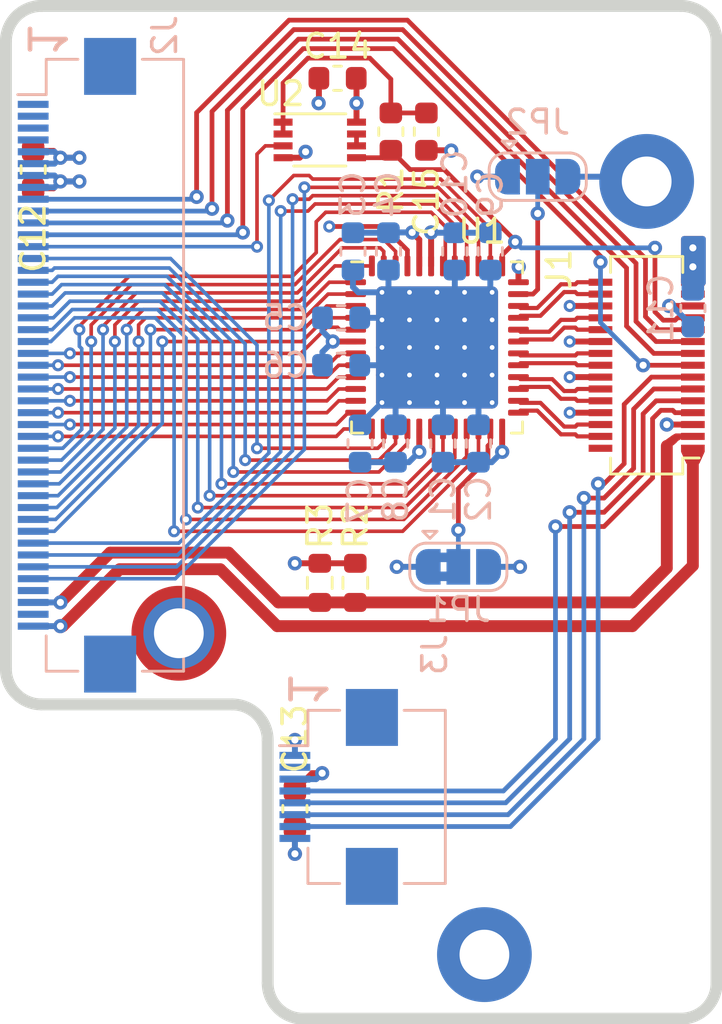
<source format=kicad_pcb>
(kicad_pcb (version 20171130) (host pcbnew "(5.1.9-0-10_14)")

  (general
    (thickness 1.6)
    (drawings 14)
    (tracks 561)
    (zones 0)
    (modules 28)
    (nets 66)
  )

  (page A4)
  (title_block
    (title "mikroPhone display adapter")
    (date 2023-04-14)
    (rev 3.5)
  )

  (layers
    (0 F.Cu signal)
    (1 GND power)
    (2 PWR power)
    (31 B.Cu signal)
    (32 B.Adhes user)
    (33 F.Adhes user)
    (34 B.Paste user)
    (35 F.Paste user)
    (36 B.SilkS user)
    (37 F.SilkS user)
    (38 B.Mask user hide)
    (39 F.Mask user hide)
    (40 Dwgs.User user)
    (41 Cmts.User user)
    (42 Eco1.User user)
    (43 Eco2.User user)
    (44 Edge.Cuts user)
    (45 Margin user)
    (46 B.CrtYd user)
    (47 F.CrtYd user)
    (48 B.Fab user hide)
    (49 F.Fab user hide)
  )

  (setup
    (last_trace_width 0.2)
    (trace_clearance 0.2)
    (zone_clearance 0.2032)
    (zone_45_only no)
    (trace_min 0.1524)
    (via_size 0.6)
    (via_drill 0.3)
    (via_min_size 0.5)
    (via_min_drill 0.2)
    (uvia_size 0.3)
    (uvia_drill 0.1)
    (uvias_allowed no)
    (uvia_min_size 0.2)
    (uvia_min_drill 0.1)
    (edge_width 0.1)
    (segment_width 0.2)
    (pcb_text_width 0.125)
    (pcb_text_size 0.5 0.5)
    (mod_edge_width 0.05)
    (mod_text_size 0.6 0.6)
    (mod_text_width 0.125)
    (pad_size 0.6 0.6)
    (pad_drill 0.3)
    (pad_to_mask_clearance 0)
    (aux_axis_origin 81.85 39.65)
    (grid_origin 81.85 39.65)
    (visible_elements FFFFF7FF)
    (pcbplotparams
      (layerselection 0x010fc_ffffffff)
      (usegerberextensions true)
      (usegerberattributes false)
      (usegerberadvancedattributes false)
      (creategerberjobfile false)
      (excludeedgelayer true)
      (linewidth 0.100000)
      (plotframeref false)
      (viasonmask false)
      (mode 1)
      (useauxorigin false)
      (hpglpennumber 1)
      (hpglpenspeed 20)
      (hpglpendiameter 15.000000)
      (psnegative false)
      (psa4output false)
      (plotreference true)
      (plotvalue true)
      (plotinvisibletext false)
      (padsonsilk false)
      (subtractmaskfromsilk true)
      (outputformat 1)
      (mirror false)
      (drillshape 0)
      (scaleselection 1)
      (outputdirectory "fab/"))
  )

  (net 0 "")
  (net 1 GND)
  (net 2 +3V3)
  (net 3 SPI.MISO)
  (net 4 SPI.MOSI)
  (net 5 SPI.SCK)
  (net 6 SPI.CS)
  (net 7 /DISP_R7)
  (net 8 /DISP_R6)
  (net 9 /DISP_R5)
  (net 10 /DISP_R4)
  (net 11 /DISP_R3)
  (net 12 /DISP_R2)
  (net 13 /DISP_R1)
  (net 14 /DISP_R0)
  (net 15 /DISP_G7)
  (net 16 /DISP_G6)
  (net 17 /DISP_G5)
  (net 18 /DISP_G4)
  (net 19 /DISP_G3)
  (net 20 /DISP_G2)
  (net 21 /DISP_G1)
  (net 22 /DISP_G0)
  (net 23 /DISP_B7)
  (net 24 /DISP_B6)
  (net 25 /DISP_B5)
  (net 26 /DISP_B4)
  (net 27 /DISP_B3)
  (net 28 /DISP_B2)
  (net 29 /DISP_B1)
  (net 30 /DISP_B0)
  (net 31 /DISP_DE)
  (net 32 /DISP_PCLK)
  (net 33 /DISP_HSYNC)
  (net 34 /DISP_VSYNC)
  (net 35 LED_K)
  (net 36 LED_A)
  (net 37 "Net-(J1-Pad2)")
  (net 38 "Net-(J2-Pad1)")
  (net 39 "Net-(J2-Pad2)")
  (net 40 "Net-(J2-Pad3)")
  (net 41 "Net-(J2-Pad4)")
  (net 42 "Net-(J2-Pad42)")
  (net 43 "Net-(J2-Pad44)")
  (net 44 ENABLE)
  (net 45 /DISP_RST)
  (net 46 "Net-(JP1-Pad2)")
  (net 47 "Net-(JP2-Pad2)")
  (net 48 /LVDS_A0N)
  (net 49 /LVDS_A0P)
  (net 50 /LVDS_A1N)
  (net 51 /LVDS_A1P)
  (net 52 /LVDS_A2N)
  (net 53 /LVDS_A2P)
  (net 54 /LVDS_CLKN)
  (net 55 /LVDS_CLKP)
  (net 56 /LVDS_A3N)
  (net 57 /LVDS_A3P)
  (net 58 "Net-(C15-Pad1)")
  (net 59 CTP.SCL)
  (net 60 CTP.SDA)
  (net 61 CTP.INT)
  (net 62 CTP.RST)
  (net 63 "Net-(J3-Pad2)")
  (net 64 "Net-(U2-Pad6)")
  (net 65 "Net-(J1-Pad27)")

  (net_class Default "This is the default net class."
    (clearance 0.2)
    (trace_width 0.2)
    (via_dia 0.6)
    (via_drill 0.3)
    (uvia_dia 0.3)
    (uvia_drill 0.1)
    (add_net CTP.INT)
    (add_net CTP.RST)
    (add_net CTP.SCL)
    (add_net CTP.SDA)
    (add_net ENABLE)
    (add_net "Net-(C15-Pad1)")
    (add_net "Net-(J1-Pad2)")
    (add_net "Net-(J1-Pad27)")
    (add_net "Net-(J2-Pad1)")
    (add_net "Net-(J2-Pad2)")
    (add_net "Net-(J2-Pad3)")
    (add_net "Net-(J2-Pad4)")
    (add_net "Net-(J2-Pad42)")
    (add_net "Net-(J2-Pad44)")
    (add_net "Net-(J3-Pad2)")
    (add_net "Net-(JP1-Pad2)")
    (add_net "Net-(JP2-Pad2)")
    (add_net "Net-(U2-Pad6)")
    (add_net SPI.CS)
    (add_net SPI.MISO)
    (add_net SPI.MOSI)
    (add_net SPI.SCK)
  )

  (net_class DISPLAY ""
    (clearance 0.1524)
    (trace_width 0.1524)
    (via_dia 0.508)
    (via_drill 0.254)
    (uvia_dia 0.3)
    (uvia_drill 0.1)
    (diff_pair_width 0.175)
    (diff_pair_gap 0.1524)
    (add_net /DISP_B0)
    (add_net /DISP_B1)
    (add_net /DISP_B2)
    (add_net /DISP_B3)
    (add_net /DISP_B4)
    (add_net /DISP_B5)
    (add_net /DISP_B6)
    (add_net /DISP_B7)
    (add_net /DISP_DE)
    (add_net /DISP_G0)
    (add_net /DISP_G1)
    (add_net /DISP_G2)
    (add_net /DISP_G3)
    (add_net /DISP_G4)
    (add_net /DISP_G5)
    (add_net /DISP_G6)
    (add_net /DISP_G7)
    (add_net /DISP_HSYNC)
    (add_net /DISP_PCLK)
    (add_net /DISP_R0)
    (add_net /DISP_R1)
    (add_net /DISP_R2)
    (add_net /DISP_R3)
    (add_net /DISP_R4)
    (add_net /DISP_R5)
    (add_net /DISP_R6)
    (add_net /DISP_R7)
    (add_net /DISP_RST)
    (add_net /DISP_VSYNC)
    (add_net /LVDS_A0N)
    (add_net /LVDS_A0P)
    (add_net /LVDS_A1N)
    (add_net /LVDS_A1P)
    (add_net /LVDS_A2N)
    (add_net /LVDS_A2P)
    (add_net /LVDS_A3N)
    (add_net /LVDS_A3P)
    (add_net /LVDS_CLKN)
    (add_net /LVDS_CLKP)
  )

  (net_class POWER ""
    (clearance 0.2)
    (trace_width 0.25)
    (via_dia 0.6)
    (via_drill 0.3)
    (uvia_dia 0.3)
    (uvia_drill 0.1)
    (add_net +3V3)
    (add_net GND)
    (add_net LED_A)
    (add_net LED_K)
  )

  (module Capacitor_SMD:C_0603_1608Metric (layer F.Cu) (tedit 5F68FEEE) (tstamp 61C4AB19)
    (at 94.05 73.5 270)
    (descr "Capacitor SMD 0603 (1608 Metric), square (rectangular) end terminal, IPC_7351 nominal, (Body size source: IPC-SM-782 page 76, https://www.pcb-3d.com/wordpress/wp-content/uploads/ipc-sm-782a_amendment_1_and_2.pdf), generated with kicad-footprint-generator")
    (tags capacitor)
    (path /614A83D9)
    (attr smd)
    (fp_text reference C13 (at -2.95 0 90) (layer F.SilkS)
      (effects (font (size 1 1) (thickness 0.15)))
    )
    (fp_text value 0.1uF (at 0 1.43 90) (layer F.Fab)
      (effects (font (size 1 1) (thickness 0.15)))
    )
    (fp_line (start -0.8 0.4) (end -0.8 -0.4) (layer F.Fab) (width 0.1))
    (fp_line (start -0.8 -0.4) (end 0.8 -0.4) (layer F.Fab) (width 0.1))
    (fp_line (start 0.8 -0.4) (end 0.8 0.4) (layer F.Fab) (width 0.1))
    (fp_line (start 0.8 0.4) (end -0.8 0.4) (layer F.Fab) (width 0.1))
    (fp_line (start -0.14058 -0.51) (end 0.14058 -0.51) (layer F.SilkS) (width 0.12))
    (fp_line (start -0.14058 0.51) (end 0.14058 0.51) (layer F.SilkS) (width 0.12))
    (fp_line (start -1.48 0.73) (end -1.48 -0.73) (layer F.CrtYd) (width 0.05))
    (fp_line (start -1.48 -0.73) (end 1.48 -0.73) (layer F.CrtYd) (width 0.05))
    (fp_line (start 1.48 -0.73) (end 1.48 0.73) (layer F.CrtYd) (width 0.05))
    (fp_line (start 1.48 0.73) (end -1.48 0.73) (layer F.CrtYd) (width 0.05))
    (fp_text user %R (at 0 0 90) (layer F.Fab)
      (effects (font (size 0.4 0.4) (thickness 0.06)))
    )
    (pad 1 smd roundrect (at -0.775 0 270) (size 0.9 0.95) (layers F.Cu F.Paste F.Mask) (roundrect_rratio 0.25)
      (net 2 +3V3))
    (pad 2 smd roundrect (at 0.775 0 270) (size 0.9 0.95) (layers F.Cu F.Paste F.Mask) (roundrect_rratio 0.25)
      (net 1 GND))
    (model ${KISYS3DMOD}/Capacitor_SMD.3dshapes/C_0603_1608Metric.wrl
      (at (xyz 0 0 0))
      (scale (xyz 1 1 1))
      (rotate (xyz 0 0 0))
    )
  )

  (module Capacitor_SMD:C_0603_1608Metric (layer F.Cu) (tedit 5B301BBE) (tstamp 5FE0D2C5)
    (at 95.85 42.7 180)
    (descr "Capacitor SMD 0603 (1608 Metric), square (rectangular) end terminal, IPC_7351 nominal, (Body size source: http://www.tortai-tech.com/upload/download/2011102023233369053.pdf), generated with kicad-footprint-generator")
    (tags capacitor)
    (path /5FEFD9E4)
    (attr smd)
    (fp_text reference C14 (at 0 1.35) (layer F.SilkS)
      (effects (font (size 1 1) (thickness 0.15)))
    )
    (fp_text value 0.1uF (at 0.65 2.7) (layer F.Fab)
      (effects (font (size 1 1) (thickness 0.15)))
    )
    (fp_line (start -0.8 0.4) (end -0.8 -0.4) (layer F.Fab) (width 0.1))
    (fp_line (start -0.8 -0.4) (end 0.8 -0.4) (layer F.Fab) (width 0.1))
    (fp_line (start 0.8 -0.4) (end 0.8 0.4) (layer F.Fab) (width 0.1))
    (fp_line (start 0.8 0.4) (end -0.8 0.4) (layer F.Fab) (width 0.1))
    (fp_line (start -0.162779 -0.51) (end 0.162779 -0.51) (layer F.SilkS) (width 0.12))
    (fp_line (start -0.162779 0.51) (end 0.162779 0.51) (layer F.SilkS) (width 0.12))
    (fp_line (start -1.48 0.73) (end -1.48 -0.73) (layer F.CrtYd) (width 0.05))
    (fp_line (start -1.48 -0.73) (end 1.48 -0.73) (layer F.CrtYd) (width 0.05))
    (fp_line (start 1.48 -0.73) (end 1.48 0.73) (layer F.CrtYd) (width 0.05))
    (fp_line (start 1.48 0.73) (end -1.48 0.73) (layer F.CrtYd) (width 0.05))
    (fp_text user %R (at 0 0) (layer F.Fab)
      (effects (font (size 0.4 0.4) (thickness 0.06)))
    )
    (pad 1 smd roundrect (at -0.7875 0 180) (size 0.875 0.95) (layers F.Cu F.Paste F.Mask) (roundrect_rratio 0.25)
      (net 2 +3V3))
    (pad 2 smd roundrect (at 0.7875 0 180) (size 0.875 0.95) (layers F.Cu F.Paste F.Mask) (roundrect_rratio 0.25)
      (net 1 GND))
    (model ${KISYS3DMOD}/Capacitor_SMD.3dshapes/C_0603_1608Metric.wrl
      (at (xyz 0 0 0))
      (scale (xyz 1 1 1))
      (rotate (xyz 0 0 0))
    )
  )

  (module Connector_Molex:Molex_SlimStack_55560-0301_2x15_P0.50mm_Vertical (layer F.Cu) (tedit 60D78262) (tstamp 63891EF9)
    (at 108.9 54.8 270)
    (descr "Molex SlimStack Fine-Pitch SMT Board-to-Board Connectors, 55560-0301, 30 Pins (http://www.molex.com/pdm_docs/sd/555600207_sd.pdf), generated with kicad-footprint-generator")
    (tags "connector Molex SlimStack side entry")
    (path /60FEB5A5)
    (attr smd)
    (fp_text reference J1 (at -4.05 3.7 270) (layer F.SilkS)
      (effects (font (size 1 1) (thickness 0.15)))
    )
    (fp_text value Input (at 0 3.65 270) (layer F.Fab)
      (effects (font (size 1 1) (thickness 0.15)))
    )
    (fp_line (start 4.475 -1.415) (end 4.475 1.415) (layer F.Fab) (width 0.1))
    (fp_line (start 4.475 1.415) (end -4.475 1.415) (layer F.Fab) (width 0.1))
    (fp_line (start -4.475 1.415) (end -4.475 -1.415) (layer F.Fab) (width 0.1))
    (fp_line (start -4.475 -1.415) (end 4.475 -1.415) (layer F.Fab) (width 0.1))
    (fp_line (start 3.91 -1.525) (end 3.91 -2.215) (layer F.Fab) (width 0.1))
    (fp_line (start 3.91 1.525) (end 4.585 1.525) (layer F.SilkS) (width 0.12))
    (fp_line (start 4.585 1.525) (end 4.585 -1.525) (layer F.SilkS) (width 0.12))
    (fp_line (start 4.585 -1.525) (end 3.91 -1.525) (layer F.SilkS) (width 0.12))
    (fp_line (start 3.91 -1.525) (end 3.91 -2.215) (layer F.SilkS) (width 0.12))
    (fp_line (start -3.91 1.525) (end -4.585 1.525) (layer F.SilkS) (width 0.12))
    (fp_line (start -4.585 1.525) (end -4.585 -1.525) (layer F.SilkS) (width 0.12))
    (fp_line (start -4.585 -1.525) (end -3.91 -1.525) (layer F.SilkS) (width 0.12))
    (fp_line (start 4.98 -2.95) (end 4.98 2.95) (layer F.CrtYd) (width 0.05))
    (fp_line (start 4.98 2.95) (end -4.98 2.95) (layer F.CrtYd) (width 0.05))
    (fp_line (start -4.98 2.95) (end -4.98 -2.95) (layer F.CrtYd) (width 0.05))
    (fp_line (start -4.98 -2.95) (end 4.98 -2.95) (layer F.CrtYd) (width 0.05))
    (fp_text user %R (at 0 0 270) (layer F.Fab)
      (effects (font (size 1 1) (thickness 0.15)))
    )
    (pad 1 smd rect (at 3.5 -1.95 270) (size 0.3 1) (layers F.Cu F.Paste F.Mask)
      (net 36 LED_A))
    (pad 3 smd rect (at 3 -1.95 270) (size 0.3 1) (layers F.Cu F.Paste F.Mask)
      (net 35 LED_K))
    (pad 5 smd rect (at 2.5 -1.95 270) (size 0.3 1) (layers F.Cu F.Paste F.Mask)
      (net 1 GND))
    (pad 7 smd rect (at 2 -1.95 270) (size 0.3 1) (layers F.Cu F.Paste F.Mask)
      (net 59 CTP.SCL))
    (pad 9 smd rect (at 1.5 -1.95 270) (size 0.3 1) (layers F.Cu F.Paste F.Mask)
      (net 60 CTP.SDA))
    (pad 11 smd rect (at 1 -1.95 270) (size 0.3 1) (layers F.Cu F.Paste F.Mask)
      (net 61 CTP.INT))
    (pad 13 smd rect (at 0.5 -1.95 270) (size 0.3 1) (layers F.Cu F.Paste F.Mask)
      (net 62 CTP.RST))
    (pad 15 smd rect (at 0 -1.95 270) (size 0.3 1) (layers F.Cu F.Paste F.Mask)
      (net 6 SPI.CS))
    (pad 17 smd rect (at -0.5 -1.95 270) (size 0.3 1) (layers F.Cu F.Paste F.Mask)
      (net 5 SPI.SCK))
    (pad 19 smd rect (at -1 -1.95 270) (size 0.3 1) (layers F.Cu F.Paste F.Mask)
      (net 4 SPI.MOSI))
    (pad 21 smd rect (at -1.5 -1.95 270) (size 0.3 1) (layers F.Cu F.Paste F.Mask)
      (net 3 SPI.MISO))
    (pad 23 smd rect (at -2 -1.95 270) (size 0.3 1) (layers F.Cu F.Paste F.Mask)
      (net 44 ENABLE))
    (pad 25 smd rect (at -2.5 -1.95 270) (size 0.3 1) (layers F.Cu F.Paste F.Mask)
      (net 1 GND))
    (pad 27 smd rect (at -3 -1.95 270) (size 0.3 1) (layers F.Cu F.Paste F.Mask)
      (net 65 "Net-(J1-Pad27)"))
    (pad 29 smd rect (at -3.5 -1.95 270) (size 0.3 1) (layers F.Cu F.Paste F.Mask)
      (net 2 +3V3))
    (pad 2 smd rect (at 3.5 1.95 270) (size 0.3 1) (layers F.Cu F.Paste F.Mask)
      (net 37 "Net-(J1-Pad2)"))
    (pad 4 smd rect (at 3 1.95 270) (size 0.3 1) (layers F.Cu F.Paste F.Mask)
      (net 48 /LVDS_A0N))
    (pad 6 smd rect (at 2.5 1.95 270) (size 0.3 1) (layers F.Cu F.Paste F.Mask)
      (net 49 /LVDS_A0P))
    (pad 8 smd rect (at 2 1.95 270) (size 0.3 1) (layers F.Cu F.Paste F.Mask)
      (net 1 GND))
    (pad 10 smd rect (at 1.5 1.95 270) (size 0.3 1) (layers F.Cu F.Paste F.Mask)
      (net 50 /LVDS_A1N))
    (pad 12 smd rect (at 1 1.95 270) (size 0.3 1) (layers F.Cu F.Paste F.Mask)
      (net 51 /LVDS_A1P))
    (pad 14 smd rect (at 0.5 1.95 270) (size 0.3 1) (layers F.Cu F.Paste F.Mask)
      (net 1 GND))
    (pad 16 smd rect (at 0 1.95 270) (size 0.3 1) (layers F.Cu F.Paste F.Mask)
      (net 52 /LVDS_A2N))
    (pad 18 smd rect (at -0.5 1.95 270) (size 0.3 1) (layers F.Cu F.Paste F.Mask)
      (net 53 /LVDS_A2P))
    (pad 20 smd rect (at -1 1.95 270) (size 0.3 1) (layers F.Cu F.Paste F.Mask)
      (net 1 GND))
    (pad 22 smd rect (at -1.5 1.95 270) (size 0.3 1) (layers F.Cu F.Paste F.Mask)
      (net 54 /LVDS_CLKN))
    (pad 24 smd rect (at -2 1.95 270) (size 0.3 1) (layers F.Cu F.Paste F.Mask)
      (net 55 /LVDS_CLKP))
    (pad 26 smd rect (at -2.5 1.95 270) (size 0.3 1) (layers F.Cu F.Paste F.Mask)
      (net 1 GND))
    (pad 28 smd rect (at -3 1.95 270) (size 0.3 1) (layers F.Cu F.Paste F.Mask)
      (net 56 /LVDS_A3N))
    (pad 30 smd rect (at -3.5 1.95 270) (size 0.3 1) (layers F.Cu F.Paste F.Mask)
      (net 57 /LVDS_A3P))
    (model ${KISYS3DMOD}/Connector_Molex.3dshapes/Molex_SlimStack_55560-0301_2x15_P0.50mm_Vertical.wrl
      (at (xyz 0 0 0))
      (scale (xyz 1 1 1))
      (rotate (xyz 0 0 0))
    )
  )

  (module Capacitor_SMD:C_0603_1608Metric (layer B.Cu) (tedit 5B301BBE) (tstamp 60D8CB17)
    (at 100.3 58.1 90)
    (descr "Capacitor SMD 0603 (1608 Metric), square (rectangular) end terminal, IPC_7351 nominal, (Body size source: http://www.tortai-tech.com/upload/download/2011102023233369053.pdf), generated with kicad-footprint-generator")
    (tags capacitor)
    (path /5E6E23E8)
    (attr smd)
    (fp_text reference C1 (at -2.35 0 270) (layer B.SilkS)
      (effects (font (size 1 1) (thickness 0.15)) (justify mirror))
    )
    (fp_text value 0.1uF (at -5.4 0.05 270) (layer B.Fab)
      (effects (font (size 1 1) (thickness 0.15)) (justify mirror))
    )
    (fp_line (start -0.8 -0.4) (end -0.8 0.4) (layer B.Fab) (width 0.1))
    (fp_line (start -0.8 0.4) (end 0.8 0.4) (layer B.Fab) (width 0.1))
    (fp_line (start 0.8 0.4) (end 0.8 -0.4) (layer B.Fab) (width 0.1))
    (fp_line (start 0.8 -0.4) (end -0.8 -0.4) (layer B.Fab) (width 0.1))
    (fp_line (start -0.162779 0.51) (end 0.162779 0.51) (layer B.SilkS) (width 0.12))
    (fp_line (start -0.162779 -0.51) (end 0.162779 -0.51) (layer B.SilkS) (width 0.12))
    (fp_line (start -1.48 -0.73) (end -1.48 0.73) (layer B.CrtYd) (width 0.05))
    (fp_line (start -1.48 0.73) (end 1.48 0.73) (layer B.CrtYd) (width 0.05))
    (fp_line (start 1.48 0.73) (end 1.48 -0.73) (layer B.CrtYd) (width 0.05))
    (fp_line (start 1.48 -0.73) (end -1.48 -0.73) (layer B.CrtYd) (width 0.05))
    (fp_text user %R (at 0 0 270) (layer B.Fab)
      (effects (font (size 0.4 0.4) (thickness 0.06)) (justify mirror))
    )
    (pad 2 smd roundrect (at 0.7875 0 90) (size 0.875 0.95) (layers B.Cu B.Paste B.Mask) (roundrect_rratio 0.25)
      (net 1 GND))
    (pad 1 smd roundrect (at -0.7875 0 90) (size 0.875 0.95) (layers B.Cu B.Paste B.Mask) (roundrect_rratio 0.25)
      (net 2 +3V3))
    (model ${KISYS3DMOD}/Capacitor_SMD.3dshapes/C_0603_1608Metric.wrl
      (at (xyz 0 0 0))
      (scale (xyz 1 1 1))
      (rotate (xyz 0 0 0))
    )
  )

  (module Capacitor_SMD:C_0603_1608Metric (layer B.Cu) (tedit 5B301BBE) (tstamp 5D5D35B2)
    (at 101.8 58.1 90)
    (descr "Capacitor SMD 0603 (1608 Metric), square (rectangular) end terminal, IPC_7351 nominal, (Body size source: http://www.tortai-tech.com/upload/download/2011102023233369053.pdf), generated with kicad-footprint-generator")
    (tags capacitor)
    (path /5E6E23DE)
    (attr smd)
    (fp_text reference C2 (at -2.35 0 270) (layer B.SilkS)
      (effects (font (size 1 1) (thickness 0.15)) (justify mirror))
    )
    (fp_text value 0.01uF (at -5.9 0 270) (layer B.Fab)
      (effects (font (size 1 1) (thickness 0.15)) (justify mirror))
    )
    (fp_line (start 1.48 -0.73) (end -1.48 -0.73) (layer B.CrtYd) (width 0.05))
    (fp_line (start 1.48 0.73) (end 1.48 -0.73) (layer B.CrtYd) (width 0.05))
    (fp_line (start -1.48 0.73) (end 1.48 0.73) (layer B.CrtYd) (width 0.05))
    (fp_line (start -1.48 -0.73) (end -1.48 0.73) (layer B.CrtYd) (width 0.05))
    (fp_line (start -0.162779 -0.51) (end 0.162779 -0.51) (layer B.SilkS) (width 0.12))
    (fp_line (start -0.162779 0.51) (end 0.162779 0.51) (layer B.SilkS) (width 0.12))
    (fp_line (start 0.8 -0.4) (end -0.8 -0.4) (layer B.Fab) (width 0.1))
    (fp_line (start 0.8 0.4) (end 0.8 -0.4) (layer B.Fab) (width 0.1))
    (fp_line (start -0.8 0.4) (end 0.8 0.4) (layer B.Fab) (width 0.1))
    (fp_line (start -0.8 -0.4) (end -0.8 0.4) (layer B.Fab) (width 0.1))
    (fp_text user %R (at 0 0 270) (layer B.Fab)
      (effects (font (size 0.4 0.4) (thickness 0.06)) (justify mirror))
    )
    (pad 1 smd roundrect (at -0.7875 0 90) (size 0.875 0.95) (layers B.Cu B.Paste B.Mask) (roundrect_rratio 0.25)
      (net 2 +3V3))
    (pad 2 smd roundrect (at 0.7875 0 90) (size 0.875 0.95) (layers B.Cu B.Paste B.Mask) (roundrect_rratio 0.25)
      (net 1 GND))
    (model ${KISYS3DMOD}/Capacitor_SMD.3dshapes/C_0603_1608Metric.wrl
      (at (xyz 0 0 0))
      (scale (xyz 1 1 1))
      (rotate (xyz 0 0 0))
    )
  )

  (module Capacitor_SMD:C_0603_1608Metric (layer B.Cu) (tedit 5B301BBE) (tstamp 5D5D3582)
    (at 96.5 50 270)
    (descr "Capacitor SMD 0603 (1608 Metric), square (rectangular) end terminal, IPC_7351 nominal, (Body size source: http://www.tortai-tech.com/upload/download/2011102023233369053.pdf), generated with kicad-footprint-generator")
    (tags capacitor)
    (path /5E6B29E2)
    (attr smd)
    (fp_text reference C3 (at -2.4 0 90) (layer B.SilkS)
      (effects (font (size 1 1) (thickness 0.15)) (justify mirror))
    )
    (fp_text value 0.1uF (at -6.35 0 90) (layer B.Fab)
      (effects (font (size 1 1) (thickness 0.15)) (justify mirror))
    )
    (fp_line (start -0.8 -0.4) (end -0.8 0.4) (layer B.Fab) (width 0.1))
    (fp_line (start -0.8 0.4) (end 0.8 0.4) (layer B.Fab) (width 0.1))
    (fp_line (start 0.8 0.4) (end 0.8 -0.4) (layer B.Fab) (width 0.1))
    (fp_line (start 0.8 -0.4) (end -0.8 -0.4) (layer B.Fab) (width 0.1))
    (fp_line (start -0.162779 0.51) (end 0.162779 0.51) (layer B.SilkS) (width 0.12))
    (fp_line (start -0.162779 -0.51) (end 0.162779 -0.51) (layer B.SilkS) (width 0.12))
    (fp_line (start -1.48 -0.73) (end -1.48 0.73) (layer B.CrtYd) (width 0.05))
    (fp_line (start -1.48 0.73) (end 1.48 0.73) (layer B.CrtYd) (width 0.05))
    (fp_line (start 1.48 0.73) (end 1.48 -0.73) (layer B.CrtYd) (width 0.05))
    (fp_line (start 1.48 -0.73) (end -1.48 -0.73) (layer B.CrtYd) (width 0.05))
    (fp_text user %R (at 0 0 90) (layer B.Fab)
      (effects (font (size 0.4 0.4) (thickness 0.06)) (justify mirror))
    )
    (pad 2 smd roundrect (at 0.7875 0 270) (size 0.875 0.95) (layers B.Cu B.Paste B.Mask) (roundrect_rratio 0.25)
      (net 1 GND))
    (pad 1 smd roundrect (at -0.7875 0 270) (size 0.875 0.95) (layers B.Cu B.Paste B.Mask) (roundrect_rratio 0.25)
      (net 2 +3V3))
    (model ${KISYS3DMOD}/Capacitor_SMD.3dshapes/C_0603_1608Metric.wrl
      (at (xyz 0 0 0))
      (scale (xyz 1 1 1))
      (rotate (xyz 0 0 0))
    )
  )

  (module Capacitor_SMD:C_0603_1608Metric (layer B.Cu) (tedit 5B301BBE) (tstamp 5D5D3552)
    (at 98 50 270)
    (descr "Capacitor SMD 0603 (1608 Metric), square (rectangular) end terminal, IPC_7351 nominal, (Body size source: http://www.tortai-tech.com/upload/download/2011102023233369053.pdf), generated with kicad-footprint-generator")
    (tags capacitor)
    (path /5E6B29D8)
    (attr smd)
    (fp_text reference C4 (at -2.4 0 90) (layer B.SilkS)
      (effects (font (size 1 1) (thickness 0.15)) (justify mirror))
    )
    (fp_text value 0.01uF (at -6.85 0 90) (layer B.Fab)
      (effects (font (size 1 1) (thickness 0.15)) (justify mirror))
    )
    (fp_line (start 1.48 -0.73) (end -1.48 -0.73) (layer B.CrtYd) (width 0.05))
    (fp_line (start 1.48 0.73) (end 1.48 -0.73) (layer B.CrtYd) (width 0.05))
    (fp_line (start -1.48 0.73) (end 1.48 0.73) (layer B.CrtYd) (width 0.05))
    (fp_line (start -1.48 -0.73) (end -1.48 0.73) (layer B.CrtYd) (width 0.05))
    (fp_line (start -0.162779 -0.51) (end 0.162779 -0.51) (layer B.SilkS) (width 0.12))
    (fp_line (start -0.162779 0.51) (end 0.162779 0.51) (layer B.SilkS) (width 0.12))
    (fp_line (start 0.8 -0.4) (end -0.8 -0.4) (layer B.Fab) (width 0.1))
    (fp_line (start 0.8 0.4) (end 0.8 -0.4) (layer B.Fab) (width 0.1))
    (fp_line (start -0.8 0.4) (end 0.8 0.4) (layer B.Fab) (width 0.1))
    (fp_line (start -0.8 -0.4) (end -0.8 0.4) (layer B.Fab) (width 0.1))
    (fp_text user %R (at 0 0 90) (layer B.Fab)
      (effects (font (size 0.4 0.4) (thickness 0.06)) (justify mirror))
    )
    (pad 1 smd roundrect (at -0.7875 0 270) (size 0.875 0.95) (layers B.Cu B.Paste B.Mask) (roundrect_rratio 0.25)
      (net 2 +3V3))
    (pad 2 smd roundrect (at 0.7875 0 270) (size 0.875 0.95) (layers B.Cu B.Paste B.Mask) (roundrect_rratio 0.25)
      (net 1 GND))
    (model ${KISYS3DMOD}/Capacitor_SMD.3dshapes/C_0603_1608Metric.wrl
      (at (xyz 0 0 0))
      (scale (xyz 1 1 1))
      (rotate (xyz 0 0 0))
    )
  )

  (module Capacitor_SMD:C_0603_1608Metric (layer B.Cu) (tedit 5B301BBE) (tstamp 5D5D3522)
    (at 96 52.8)
    (descr "Capacitor SMD 0603 (1608 Metric), square (rectangular) end terminal, IPC_7351 nominal, (Body size source: http://www.tortai-tech.com/upload/download/2011102023233369053.pdf), generated with kicad-footprint-generator")
    (tags capacitor)
    (path /5E683528)
    (attr smd)
    (fp_text reference C5 (at -2.35 0) (layer B.SilkS)
      (effects (font (size 1 1) (thickness 0.15)) (justify mirror))
    )
    (fp_text value 0.1uF (at 3.45 0.05) (layer B.Fab)
      (effects (font (size 1 1) (thickness 0.15)) (justify mirror))
    )
    (fp_line (start -0.8 -0.4) (end -0.8 0.4) (layer B.Fab) (width 0.1))
    (fp_line (start -0.8 0.4) (end 0.8 0.4) (layer B.Fab) (width 0.1))
    (fp_line (start 0.8 0.4) (end 0.8 -0.4) (layer B.Fab) (width 0.1))
    (fp_line (start 0.8 -0.4) (end -0.8 -0.4) (layer B.Fab) (width 0.1))
    (fp_line (start -0.162779 0.51) (end 0.162779 0.51) (layer B.SilkS) (width 0.12))
    (fp_line (start -0.162779 -0.51) (end 0.162779 -0.51) (layer B.SilkS) (width 0.12))
    (fp_line (start -1.48 -0.73) (end -1.48 0.73) (layer B.CrtYd) (width 0.05))
    (fp_line (start -1.48 0.73) (end 1.48 0.73) (layer B.CrtYd) (width 0.05))
    (fp_line (start 1.48 0.73) (end 1.48 -0.73) (layer B.CrtYd) (width 0.05))
    (fp_line (start 1.48 -0.73) (end -1.48 -0.73) (layer B.CrtYd) (width 0.05))
    (fp_text user %R (at 0 0) (layer B.Fab)
      (effects (font (size 0.4 0.4) (thickness 0.06)) (justify mirror))
    )
    (pad 2 smd roundrect (at 0.7875 0) (size 0.875 0.95) (layers B.Cu B.Paste B.Mask) (roundrect_rratio 0.25)
      (net 1 GND))
    (pad 1 smd roundrect (at -0.7875 0) (size 0.875 0.95) (layers B.Cu B.Paste B.Mask) (roundrect_rratio 0.25)
      (net 2 +3V3))
    (model ${KISYS3DMOD}/Capacitor_SMD.3dshapes/C_0603_1608Metric.wrl
      (at (xyz 0 0 0))
      (scale (xyz 1 1 1))
      (rotate (xyz 0 0 0))
    )
  )

  (module Capacitor_SMD:C_0603_1608Metric (layer B.Cu) (tedit 5B301BBE) (tstamp 5D5D34F2)
    (at 96 54.8)
    (descr "Capacitor SMD 0603 (1608 Metric), square (rectangular) end terminal, IPC_7351 nominal, (Body size source: http://www.tortai-tech.com/upload/download/2011102023233369053.pdf), generated with kicad-footprint-generator")
    (tags capacitor)
    (path /5E68351E)
    (attr smd)
    (fp_text reference C6 (at -2.35 0) (layer B.SilkS)
      (effects (font (size 1 1) (thickness 0.15)) (justify mirror))
    )
    (fp_text value 0.01uF (at 3.95 0) (layer B.Fab)
      (effects (font (size 1 1) (thickness 0.15)) (justify mirror))
    )
    (fp_line (start 1.48 -0.73) (end -1.48 -0.73) (layer B.CrtYd) (width 0.05))
    (fp_line (start 1.48 0.73) (end 1.48 -0.73) (layer B.CrtYd) (width 0.05))
    (fp_line (start -1.48 0.73) (end 1.48 0.73) (layer B.CrtYd) (width 0.05))
    (fp_line (start -1.48 -0.73) (end -1.48 0.73) (layer B.CrtYd) (width 0.05))
    (fp_line (start -0.162779 -0.51) (end 0.162779 -0.51) (layer B.SilkS) (width 0.12))
    (fp_line (start -0.162779 0.51) (end 0.162779 0.51) (layer B.SilkS) (width 0.12))
    (fp_line (start 0.8 -0.4) (end -0.8 -0.4) (layer B.Fab) (width 0.1))
    (fp_line (start 0.8 0.4) (end 0.8 -0.4) (layer B.Fab) (width 0.1))
    (fp_line (start -0.8 0.4) (end 0.8 0.4) (layer B.Fab) (width 0.1))
    (fp_line (start -0.8 -0.4) (end -0.8 0.4) (layer B.Fab) (width 0.1))
    (fp_text user %R (at 0 0) (layer B.Fab)
      (effects (font (size 0.4 0.4) (thickness 0.06)) (justify mirror))
    )
    (pad 1 smd roundrect (at -0.7875 0) (size 0.875 0.95) (layers B.Cu B.Paste B.Mask) (roundrect_rratio 0.25)
      (net 2 +3V3))
    (pad 2 smd roundrect (at 0.7875 0) (size 0.875 0.95) (layers B.Cu B.Paste B.Mask) (roundrect_rratio 0.25)
      (net 1 GND))
    (model ${KISYS3DMOD}/Capacitor_SMD.3dshapes/C_0603_1608Metric.wrl
      (at (xyz 0 0 0))
      (scale (xyz 1 1 1))
      (rotate (xyz 0 0 0))
    )
  )

  (module Capacitor_SMD:C_0603_1608Metric (layer B.Cu) (tedit 5B301BBE) (tstamp 5D5D34C2)
    (at 96.8 58.1 90)
    (descr "Capacitor SMD 0603 (1608 Metric), square (rectangular) end terminal, IPC_7351 nominal, (Body size source: http://www.tortai-tech.com/upload/download/2011102023233369053.pdf), generated with kicad-footprint-generator")
    (tags capacitor)
    (path /5E652065)
    (attr smd)
    (fp_text reference C7 (at -2.4 0 270) (layer B.SilkS)
      (effects (font (size 1 1) (thickness 0.15)) (justify mirror))
    )
    (fp_text value 0.1uF (at -5.4 0 270) (layer B.Fab)
      (effects (font (size 1 1) (thickness 0.15)) (justify mirror))
    )
    (fp_line (start -0.8 -0.4) (end -0.8 0.4) (layer B.Fab) (width 0.1))
    (fp_line (start -0.8 0.4) (end 0.8 0.4) (layer B.Fab) (width 0.1))
    (fp_line (start 0.8 0.4) (end 0.8 -0.4) (layer B.Fab) (width 0.1))
    (fp_line (start 0.8 -0.4) (end -0.8 -0.4) (layer B.Fab) (width 0.1))
    (fp_line (start -0.162779 0.51) (end 0.162779 0.51) (layer B.SilkS) (width 0.12))
    (fp_line (start -0.162779 -0.51) (end 0.162779 -0.51) (layer B.SilkS) (width 0.12))
    (fp_line (start -1.48 -0.73) (end -1.48 0.73) (layer B.CrtYd) (width 0.05))
    (fp_line (start -1.48 0.73) (end 1.48 0.73) (layer B.CrtYd) (width 0.05))
    (fp_line (start 1.48 0.73) (end 1.48 -0.73) (layer B.CrtYd) (width 0.05))
    (fp_line (start 1.48 -0.73) (end -1.48 -0.73) (layer B.CrtYd) (width 0.05))
    (fp_text user %R (at 0 0 270) (layer B.Fab)
      (effects (font (size 0.4 0.4) (thickness 0.06)) (justify mirror))
    )
    (pad 2 smd roundrect (at 0.7875 0 90) (size 0.875 0.95) (layers B.Cu B.Paste B.Mask) (roundrect_rratio 0.25)
      (net 1 GND))
    (pad 1 smd roundrect (at -0.7875 0 90) (size 0.875 0.95) (layers B.Cu B.Paste B.Mask) (roundrect_rratio 0.25)
      (net 2 +3V3))
    (model ${KISYS3DMOD}/Capacitor_SMD.3dshapes/C_0603_1608Metric.wrl
      (at (xyz 0 0 0))
      (scale (xyz 1 1 1))
      (rotate (xyz 0 0 0))
    )
  )

  (module Capacitor_SMD:C_0603_1608Metric (layer B.Cu) (tedit 5B301BBE) (tstamp 5D5D3492)
    (at 98.3 58.1 90)
    (descr "Capacitor SMD 0603 (1608 Metric), square (rectangular) end terminal, IPC_7351 nominal, (Body size source: http://www.tortai-tech.com/upload/download/2011102023233369053.pdf), generated with kicad-footprint-generator")
    (tags capacitor)
    (path /5E65205B)
    (attr smd)
    (fp_text reference C8 (at -2.35 0 270) (layer B.SilkS)
      (effects (font (size 1 1) (thickness 0.15)) (justify mirror))
    )
    (fp_text value 0.01uF (at -5.85 0 270) (layer B.Fab)
      (effects (font (size 1 1) (thickness 0.15)) (justify mirror))
    )
    (fp_line (start 1.48 -0.73) (end -1.48 -0.73) (layer B.CrtYd) (width 0.05))
    (fp_line (start 1.48 0.73) (end 1.48 -0.73) (layer B.CrtYd) (width 0.05))
    (fp_line (start -1.48 0.73) (end 1.48 0.73) (layer B.CrtYd) (width 0.05))
    (fp_line (start -1.48 -0.73) (end -1.48 0.73) (layer B.CrtYd) (width 0.05))
    (fp_line (start -0.162779 -0.51) (end 0.162779 -0.51) (layer B.SilkS) (width 0.12))
    (fp_line (start -0.162779 0.51) (end 0.162779 0.51) (layer B.SilkS) (width 0.12))
    (fp_line (start 0.8 -0.4) (end -0.8 -0.4) (layer B.Fab) (width 0.1))
    (fp_line (start 0.8 0.4) (end 0.8 -0.4) (layer B.Fab) (width 0.1))
    (fp_line (start -0.8 0.4) (end 0.8 0.4) (layer B.Fab) (width 0.1))
    (fp_line (start -0.8 -0.4) (end -0.8 0.4) (layer B.Fab) (width 0.1))
    (fp_text user %R (at 0 0 270) (layer B.Fab)
      (effects (font (size 0.4 0.4) (thickness 0.06)) (justify mirror))
    )
    (pad 1 smd roundrect (at -0.7875 0 90) (size 0.875 0.95) (layers B.Cu B.Paste B.Mask) (roundrect_rratio 0.25)
      (net 2 +3V3))
    (pad 2 smd roundrect (at 0.7875 0 90) (size 0.875 0.95) (layers B.Cu B.Paste B.Mask) (roundrect_rratio 0.25)
      (net 1 GND))
    (model ${KISYS3DMOD}/Capacitor_SMD.3dshapes/C_0603_1608Metric.wrl
      (at (xyz 0 0 0))
      (scale (xyz 1 1 1))
      (rotate (xyz 0 0 0))
    )
  )

  (module Capacitor_SMD:C_0603_1608Metric (layer B.Cu) (tedit 5B301BBE) (tstamp 5D5D3462)
    (at 102.3 50 270)
    (descr "Capacitor SMD 0603 (1608 Metric), square (rectangular) end terminal, IPC_7351 nominal, (Body size source: http://www.tortai-tech.com/upload/download/2011102023233369053.pdf), generated with kicad-footprint-generator")
    (tags capacitor)
    (path /5E623041)
    (attr smd)
    (fp_text reference C9 (at -2.4 0 90) (layer B.SilkS)
      (effects (font (size 1 1) (thickness 0.15)) (justify mirror))
    )
    (fp_text value 0.1uF (at -6.35 0 90) (layer B.Fab)
      (effects (font (size 1 1) (thickness 0.15)) (justify mirror))
    )
    (fp_line (start -0.8 -0.4) (end -0.8 0.4) (layer B.Fab) (width 0.1))
    (fp_line (start -0.8 0.4) (end 0.8 0.4) (layer B.Fab) (width 0.1))
    (fp_line (start 0.8 0.4) (end 0.8 -0.4) (layer B.Fab) (width 0.1))
    (fp_line (start 0.8 -0.4) (end -0.8 -0.4) (layer B.Fab) (width 0.1))
    (fp_line (start -0.162779 0.51) (end 0.162779 0.51) (layer B.SilkS) (width 0.12))
    (fp_line (start -0.162779 -0.51) (end 0.162779 -0.51) (layer B.SilkS) (width 0.12))
    (fp_line (start -1.48 -0.73) (end -1.48 0.73) (layer B.CrtYd) (width 0.05))
    (fp_line (start -1.48 0.73) (end 1.48 0.73) (layer B.CrtYd) (width 0.05))
    (fp_line (start 1.48 0.73) (end 1.48 -0.73) (layer B.CrtYd) (width 0.05))
    (fp_line (start 1.48 -0.73) (end -1.48 -0.73) (layer B.CrtYd) (width 0.05))
    (fp_text user %R (at 0 0 90) (layer B.Fab)
      (effects (font (size 0.4 0.4) (thickness 0.06)) (justify mirror))
    )
    (pad 2 smd roundrect (at 0.7875 0 270) (size 0.875 0.95) (layers B.Cu B.Paste B.Mask) (roundrect_rratio 0.25)
      (net 1 GND))
    (pad 1 smd roundrect (at -0.7875 0 270) (size 0.875 0.95) (layers B.Cu B.Paste B.Mask) (roundrect_rratio 0.25)
      (net 2 +3V3))
    (model ${KISYS3DMOD}/Capacitor_SMD.3dshapes/C_0603_1608Metric.wrl
      (at (xyz 0 0 0))
      (scale (xyz 1 1 1))
      (rotate (xyz 0 0 0))
    )
  )

  (module Capacitor_SMD:C_0603_1608Metric (layer B.Cu) (tedit 5B301BBE) (tstamp 5D5D3432)
    (at 100.8 50 270)
    (descr "Capacitor SMD 0603 (1608 Metric), square (rectangular) end terminal, IPC_7351 nominal, (Body size source: http://www.tortai-tech.com/upload/download/2011102023233369053.pdf), generated with kicad-footprint-generator")
    (tags capacitor)
    (path /5E621F1F)
    (attr smd)
    (fp_text reference C10 (at -2.85 0 90) (layer B.SilkS)
      (effects (font (size 1 1) (thickness 0.15)) (justify mirror))
    )
    (fp_text value 0.01uF (at -6.85 0 90) (layer B.Fab)
      (effects (font (size 1 1) (thickness 0.15)) (justify mirror))
    )
    (fp_line (start 1.48 -0.73) (end -1.48 -0.73) (layer B.CrtYd) (width 0.05))
    (fp_line (start 1.48 0.73) (end 1.48 -0.73) (layer B.CrtYd) (width 0.05))
    (fp_line (start -1.48 0.73) (end 1.48 0.73) (layer B.CrtYd) (width 0.05))
    (fp_line (start -1.48 -0.73) (end -1.48 0.73) (layer B.CrtYd) (width 0.05))
    (fp_line (start -0.162779 -0.51) (end 0.162779 -0.51) (layer B.SilkS) (width 0.12))
    (fp_line (start -0.162779 0.51) (end 0.162779 0.51) (layer B.SilkS) (width 0.12))
    (fp_line (start 0.8 -0.4) (end -0.8 -0.4) (layer B.Fab) (width 0.1))
    (fp_line (start 0.8 0.4) (end 0.8 -0.4) (layer B.Fab) (width 0.1))
    (fp_line (start -0.8 0.4) (end 0.8 0.4) (layer B.Fab) (width 0.1))
    (fp_line (start -0.8 -0.4) (end -0.8 0.4) (layer B.Fab) (width 0.1))
    (fp_text user %R (at 0 0 90) (layer B.Fab)
      (effects (font (size 0.4 0.4) (thickness 0.06)) (justify mirror))
    )
    (pad 1 smd roundrect (at -0.7875 0 270) (size 0.875 0.95) (layers B.Cu B.Paste B.Mask) (roundrect_rratio 0.25)
      (net 2 +3V3))
    (pad 2 smd roundrect (at 0.7875 0 270) (size 0.875 0.95) (layers B.Cu B.Paste B.Mask) (roundrect_rratio 0.25)
      (net 1 GND))
    (model ${KISYS3DMOD}/Capacitor_SMD.3dshapes/C_0603_1608Metric.wrl
      (at (xyz 0 0 0))
      (scale (xyz 1 1 1))
      (rotate (xyz 0 0 0))
    )
  )

  (module Package_DFN_QFN:QFN-48-1EP_7x7mm_P0.5mm_EP5.15x5.15mm_ThermalVias (layer F.Cu) (tedit 5C26A111) (tstamp 5D5D3344)
    (at 100.05 54.05)
    (descr "QFN, 48 Pin (http://www.analog.com/media/en/package-pcb-resources/package/pkg_pdf/ltc-legacy-qfn/QFN_48_05-08-1704.pdf), generated with kicad-footprint-generator ipc_dfn_qfn_generator.py")
    (tags "QFN DFN_QFN")
    (path /60109D34)
    (attr smd)
    (fp_text reference U1 (at 1.9 -4.9 180) (layer F.SilkS)
      (effects (font (size 1 1) (thickness 0.15)))
    )
    (fp_text value SN65LVDS822 (at -5 0 90) (layer F.Fab)
      (effects (font (size 1 1) (thickness 0.15)))
    )
    (fp_line (start 4.12 -4.12) (end -4.12 -4.12) (layer F.CrtYd) (width 0.05))
    (fp_line (start 4.12 4.12) (end 4.12 -4.12) (layer F.CrtYd) (width 0.05))
    (fp_line (start -4.12 4.12) (end 4.12 4.12) (layer F.CrtYd) (width 0.05))
    (fp_line (start -4.12 -4.12) (end -4.12 4.12) (layer F.CrtYd) (width 0.05))
    (fp_line (start -3.5 -2.5) (end -2.5 -3.5) (layer F.Fab) (width 0.1))
    (fp_line (start -3.5 3.5) (end -3.5 -2.5) (layer F.Fab) (width 0.1))
    (fp_line (start 3.5 3.5) (end -3.5 3.5) (layer F.Fab) (width 0.1))
    (fp_line (start 3.5 -3.5) (end 3.5 3.5) (layer F.Fab) (width 0.1))
    (fp_line (start -2.5 -3.5) (end 3.5 -3.5) (layer F.Fab) (width 0.1))
    (fp_line (start -3.135 -3.61) (end -3.61 -3.61) (layer F.SilkS) (width 0.12))
    (fp_line (start 3.61 3.61) (end 3.61 3.135) (layer F.SilkS) (width 0.12))
    (fp_line (start 3.135 3.61) (end 3.61 3.61) (layer F.SilkS) (width 0.12))
    (fp_line (start -3.61 3.61) (end -3.61 3.135) (layer F.SilkS) (width 0.12))
    (fp_line (start -3.135 3.61) (end -3.61 3.61) (layer F.SilkS) (width 0.12))
    (fp_line (start 3.61 -3.61) (end 3.61 -3.135) (layer F.SilkS) (width 0.12))
    (fp_line (start 3.135 -3.61) (end 3.61 -3.61) (layer F.SilkS) (width 0.12))
    (fp_text user %R (at 0 0) (layer F.Fab)
      (effects (font (size 1 1) (thickness 0.15)))
    )
    (pad 49 smd roundrect (at 0 0) (size 5.15 5.15) (layers F.Cu F.Mask) (roundrect_rratio 0.04854388349514563)
      (net 1 GND))
    (pad 49 thru_hole circle (at -2.325 -2.325) (size 0.5 0.5) (drill 0.2) (layers *.Cu)
      (net 1 GND))
    (pad 49 thru_hole circle (at -1.1625 -2.325) (size 0.5 0.5) (drill 0.2) (layers *.Cu)
      (net 1 GND))
    (pad 49 thru_hole circle (at 0 -2.325) (size 0.5 0.5) (drill 0.2) (layers *.Cu)
      (net 1 GND))
    (pad 49 thru_hole circle (at 1.1625 -2.325) (size 0.5 0.5) (drill 0.2) (layers *.Cu)
      (net 1 GND))
    (pad 49 thru_hole circle (at 2.325 -2.325) (size 0.5 0.5) (drill 0.2) (layers *.Cu)
      (net 1 GND))
    (pad 49 thru_hole circle (at -2.325 -1.1625) (size 0.5 0.5) (drill 0.2) (layers *.Cu)
      (net 1 GND))
    (pad 49 thru_hole circle (at -1.1625 -1.1625) (size 0.5 0.5) (drill 0.2) (layers *.Cu)
      (net 1 GND))
    (pad 49 thru_hole circle (at 0 -1.1625) (size 0.5 0.5) (drill 0.2) (layers *.Cu)
      (net 1 GND))
    (pad 49 thru_hole circle (at 1.1625 -1.1625) (size 0.5 0.5) (drill 0.2) (layers *.Cu)
      (net 1 GND))
    (pad 49 thru_hole circle (at 2.325 -1.1625) (size 0.5 0.5) (drill 0.2) (layers *.Cu)
      (net 1 GND))
    (pad 49 thru_hole circle (at -2.325 0) (size 0.5 0.5) (drill 0.2) (layers *.Cu)
      (net 1 GND))
    (pad 49 thru_hole circle (at -1.1625 0) (size 0.5 0.5) (drill 0.2) (layers *.Cu)
      (net 1 GND))
    (pad 49 thru_hole circle (at 0 0) (size 0.5 0.5) (drill 0.2) (layers *.Cu)
      (net 1 GND))
    (pad 49 thru_hole circle (at 1.1625 0) (size 0.5 0.5) (drill 0.2) (layers *.Cu)
      (net 1 GND))
    (pad 49 thru_hole circle (at 2.325 0) (size 0.5 0.5) (drill 0.2) (layers *.Cu)
      (net 1 GND))
    (pad 49 thru_hole circle (at -2.325 1.1625) (size 0.5 0.5) (drill 0.2) (layers *.Cu)
      (net 1 GND))
    (pad 49 thru_hole circle (at -1.1625 1.1625) (size 0.5 0.5) (drill 0.2) (layers *.Cu)
      (net 1 GND))
    (pad 49 thru_hole circle (at 0 1.1625) (size 0.5 0.5) (drill 0.2) (layers *.Cu)
      (net 1 GND))
    (pad 49 thru_hole circle (at 1.1625 1.1625) (size 0.5 0.5) (drill 0.2) (layers *.Cu)
      (net 1 GND))
    (pad 49 thru_hole circle (at 2.325 1.1625) (size 0.5 0.5) (drill 0.2) (layers *.Cu)
      (net 1 GND))
    (pad 49 thru_hole circle (at -2.325 2.325) (size 0.5 0.5) (drill 0.2) (layers *.Cu)
      (net 1 GND))
    (pad 49 thru_hole circle (at -1.1625 2.325) (size 0.5 0.5) (drill 0.2) (layers *.Cu)
      (net 1 GND))
    (pad 49 thru_hole circle (at 0 2.325) (size 0.5 0.5) (drill 0.2) (layers *.Cu)
      (net 1 GND))
    (pad 49 thru_hole circle (at 1.1625 2.325) (size 0.5 0.5) (drill 0.2) (layers *.Cu)
      (net 1 GND))
    (pad 49 thru_hole circle (at 2.325 2.325) (size 0.5 0.5) (drill 0.2) (layers *.Cu)
      (net 1 GND))
    (pad 49 smd roundrect (at 0 0) (size 5.15 5.15) (layers B.Cu) (roundrect_rratio 0.04854388349514563)
      (net 1 GND))
    (pad "" smd roundrect (at -1.74375 -1.74375) (size 0.997293 0.997293) (layers F.Paste) (roundrect_rratio 0.2499997493214131))
    (pad "" smd roundrect (at -1.74375 -0.58125) (size 0.997293 0.997293) (layers F.Paste) (roundrect_rratio 0.2499997493214131))
    (pad "" smd roundrect (at -1.74375 0.58125) (size 0.997293 0.997293) (layers F.Paste) (roundrect_rratio 0.2499997493214131))
    (pad "" smd roundrect (at -1.74375 1.74375) (size 0.997293 0.997293) (layers F.Paste) (roundrect_rratio 0.2499997493214131))
    (pad "" smd roundrect (at -0.58125 -1.74375) (size 0.997293 0.997293) (layers F.Paste) (roundrect_rratio 0.2499997493214131))
    (pad "" smd roundrect (at -0.58125 -0.58125) (size 0.997293 0.997293) (layers F.Paste) (roundrect_rratio 0.2499997493214131))
    (pad "" smd roundrect (at -0.58125 0.58125) (size 0.997293 0.997293) (layers F.Paste) (roundrect_rratio 0.2499997493214131))
    (pad "" smd roundrect (at -0.58125 1.74375) (size 0.997293 0.997293) (layers F.Paste) (roundrect_rratio 0.2499997493214131))
    (pad "" smd roundrect (at 0.58125 -1.74375) (size 0.997293 0.997293) (layers F.Paste) (roundrect_rratio 0.2499997493214131))
    (pad "" smd roundrect (at 0.58125 -0.58125) (size 0.997293 0.997293) (layers F.Paste) (roundrect_rratio 0.2499997493214131))
    (pad "" smd roundrect (at 0.58125 0.58125) (size 0.997293 0.997293) (layers F.Paste) (roundrect_rratio 0.2499997493214131))
    (pad "" smd roundrect (at 0.58125 1.74375) (size 0.997293 0.997293) (layers F.Paste) (roundrect_rratio 0.2499997493214131))
    (pad "" smd roundrect (at 1.74375 -1.74375) (size 0.997293 0.997293) (layers F.Paste) (roundrect_rratio 0.2499997493214131))
    (pad "" smd roundrect (at 1.74375 -0.58125) (size 0.997293 0.997293) (layers F.Paste) (roundrect_rratio 0.2499997493214131))
    (pad "" smd roundrect (at 1.74375 0.58125) (size 0.997293 0.997293) (layers F.Paste) (roundrect_rratio 0.2499997493214131))
    (pad "" smd roundrect (at 1.74375 1.74375) (size 0.997293 0.997293) (layers F.Paste) (roundrect_rratio 0.2499997493214131))
    (pad 1 smd roundrect (at -3.4375 -2.75) (size 0.875 0.25) (layers F.Cu F.Paste F.Mask) (roundrect_rratio 0.25)
      (net 27 /DISP_B3))
    (pad 2 smd roundrect (at -3.4375 -2.25) (size 0.875 0.25) (layers F.Cu F.Paste F.Mask) (roundrect_rratio 0.25)
      (net 28 /DISP_B2))
    (pad 3 smd roundrect (at -3.4375 -1.75) (size 0.875 0.25) (layers F.Cu F.Paste F.Mask) (roundrect_rratio 0.25)
      (net 29 /DISP_B1))
    (pad 4 smd roundrect (at -3.4375 -1.25) (size 0.875 0.25) (layers F.Cu F.Paste F.Mask) (roundrect_rratio 0.25)
      (net 30 /DISP_B0))
    (pad 5 smd roundrect (at -3.4375 -0.75) (size 0.875 0.25) (layers F.Cu F.Paste F.Mask) (roundrect_rratio 0.25)
      (net 15 /DISP_G7))
    (pad 6 smd roundrect (at -3.4375 -0.25) (size 0.875 0.25) (layers F.Cu F.Paste F.Mask) (roundrect_rratio 0.25)
      (net 2 +3V3))
    (pad 7 smd roundrect (at -3.4375 0.25) (size 0.875 0.25) (layers F.Cu F.Paste F.Mask) (roundrect_rratio 0.25)
      (net 16 /DISP_G6))
    (pad 8 smd roundrect (at -3.4375 0.75) (size 0.875 0.25) (layers F.Cu F.Paste F.Mask) (roundrect_rratio 0.25)
      (net 17 /DISP_G5))
    (pad 9 smd roundrect (at -3.4375 1.25) (size 0.875 0.25) (layers F.Cu F.Paste F.Mask) (roundrect_rratio 0.25)
      (net 18 /DISP_G4))
    (pad 10 smd roundrect (at -3.4375 1.75) (size 0.875 0.25) (layers F.Cu F.Paste F.Mask) (roundrect_rratio 0.25)
      (net 19 /DISP_G3))
    (pad 11 smd roundrect (at -3.4375 2.25) (size 0.875 0.25) (layers F.Cu F.Paste F.Mask) (roundrect_rratio 0.25)
      (net 20 /DISP_G2))
    (pad 12 smd roundrect (at -3.4375 2.75) (size 0.875 0.25) (layers F.Cu F.Paste F.Mask) (roundrect_rratio 0.25)
      (net 21 /DISP_G1))
    (pad 13 smd roundrect (at -2.75 3.4375) (size 0.25 0.875) (layers F.Cu F.Paste F.Mask) (roundrect_rratio 0.25)
      (net 22 /DISP_G0))
    (pad 14 smd roundrect (at -2.25 3.4375) (size 0.25 0.875) (layers F.Cu F.Paste F.Mask) (roundrect_rratio 0.25)
      (net 7 /DISP_R7))
    (pad 15 smd roundrect (at -1.75 3.4375) (size 0.25 0.875) (layers F.Cu F.Paste F.Mask) (roundrect_rratio 0.25)
      (net 8 /DISP_R6))
    (pad 16 smd roundrect (at -1.25 3.4375) (size 0.25 0.875) (layers F.Cu F.Paste F.Mask) (roundrect_rratio 0.25)
      (net 9 /DISP_R5))
    (pad 17 smd roundrect (at -0.75 3.4375) (size 0.25 0.875) (layers F.Cu F.Paste F.Mask) (roundrect_rratio 0.25)
      (net 2 +3V3))
    (pad 18 smd roundrect (at -0.25 3.4375) (size 0.25 0.875) (layers F.Cu F.Paste F.Mask) (roundrect_rratio 0.25)
      (net 10 /DISP_R4))
    (pad 19 smd roundrect (at 0.25 3.4375) (size 0.25 0.875) (layers F.Cu F.Paste F.Mask) (roundrect_rratio 0.25)
      (net 11 /DISP_R3))
    (pad 20 smd roundrect (at 0.75 3.4375) (size 0.25 0.875) (layers F.Cu F.Paste F.Mask) (roundrect_rratio 0.25)
      (net 12 /DISP_R2))
    (pad 21 smd roundrect (at 1.25 3.4375) (size 0.25 0.875) (layers F.Cu F.Paste F.Mask) (roundrect_rratio 0.25)
      (net 13 /DISP_R1))
    (pad 22 smd roundrect (at 1.75 3.4375) (size 0.25 0.875) (layers F.Cu F.Paste F.Mask) (roundrect_rratio 0.25)
      (net 14 /DISP_R0))
    (pad 23 smd roundrect (at 2.25 3.4375) (size 0.25 0.875) (layers F.Cu F.Paste F.Mask) (roundrect_rratio 0.25)
      (net 46 "Net-(JP1-Pad2)"))
    (pad 24 smd roundrect (at 2.75 3.4375) (size 0.25 0.875) (layers F.Cu F.Paste F.Mask) (roundrect_rratio 0.25)
      (net 2 +3V3))
    (pad 25 smd roundrect (at 3.4375 2.75) (size 0.875 0.25) (layers F.Cu F.Paste F.Mask) (roundrect_rratio 0.25)
      (net 48 /LVDS_A0N))
    (pad 26 smd roundrect (at 3.4375 2.25) (size 0.875 0.25) (layers F.Cu F.Paste F.Mask) (roundrect_rratio 0.25)
      (net 49 /LVDS_A0P))
    (pad 27 smd roundrect (at 3.4375 1.75) (size 0.875 0.25) (layers F.Cu F.Paste F.Mask) (roundrect_rratio 0.25)
      (net 50 /LVDS_A1N))
    (pad 28 smd roundrect (at 3.4375 1.25) (size 0.875 0.25) (layers F.Cu F.Paste F.Mask) (roundrect_rratio 0.25)
      (net 51 /LVDS_A1P))
    (pad 29 smd roundrect (at 3.4375 0.75) (size 0.875 0.25) (layers F.Cu F.Paste F.Mask) (roundrect_rratio 0.25)
      (net 52 /LVDS_A2N))
    (pad 30 smd roundrect (at 3.4375 0.25) (size 0.875 0.25) (layers F.Cu F.Paste F.Mask) (roundrect_rratio 0.25)
      (net 53 /LVDS_A2P))
    (pad 31 smd roundrect (at 3.4375 -0.25) (size 0.875 0.25) (layers F.Cu F.Paste F.Mask) (roundrect_rratio 0.25)
      (net 54 /LVDS_CLKN))
    (pad 32 smd roundrect (at 3.4375 -0.75) (size 0.875 0.25) (layers F.Cu F.Paste F.Mask) (roundrect_rratio 0.25)
      (net 55 /LVDS_CLKP))
    (pad 33 smd roundrect (at 3.4375 -1.25) (size 0.875 0.25) (layers F.Cu F.Paste F.Mask) (roundrect_rratio 0.25)
      (net 56 /LVDS_A3N))
    (pad 34 smd roundrect (at 3.4375 -1.75) (size 0.875 0.25) (layers F.Cu F.Paste F.Mask) (roundrect_rratio 0.25)
      (net 57 /LVDS_A3P))
    (pad 35 smd roundrect (at 3.4375 -2.25) (size 0.875 0.25) (layers F.Cu F.Paste F.Mask) (roundrect_rratio 0.25)
      (net 47 "Net-(JP2-Pad2)"))
    (pad 36 smd roundrect (at 3.4375 -2.75) (size 0.875 0.25) (layers F.Cu F.Paste F.Mask) (roundrect_rratio 0.25)
      (net 1 GND))
    (pad 37 smd roundrect (at 2.75 -3.4375) (size 0.25 0.875) (layers F.Cu F.Paste F.Mask) (roundrect_rratio 0.25)
      (net 44 ENABLE))
    (pad 38 smd roundrect (at 2.25 -3.4375) (size 0.25 0.875) (layers F.Cu F.Paste F.Mask) (roundrect_rratio 0.25)
      (net 31 /DISP_DE))
    (pad 39 smd roundrect (at 1.75 -3.4375) (size 0.25 0.875) (layers F.Cu F.Paste F.Mask) (roundrect_rratio 0.25)
      (net 34 /DISP_VSYNC))
    (pad 40 smd roundrect (at 1.25 -3.4375) (size 0.25 0.875) (layers F.Cu F.Paste F.Mask) (roundrect_rratio 0.25)
      (net 33 /DISP_HSYNC))
    (pad 41 smd roundrect (at 0.75 -3.4375) (size 0.25 0.875) (layers F.Cu F.Paste F.Mask) (roundrect_rratio 0.25)
      (net 32 /DISP_PCLK))
    (pad 42 smd roundrect (at 0.25 -3.4375) (size 0.25 0.875) (layers F.Cu F.Paste F.Mask) (roundrect_rratio 0.25)
      (net 23 /DISP_B7))
    (pad 43 smd roundrect (at -0.25 -3.4375) (size 0.25 0.875) (layers F.Cu F.Paste F.Mask) (roundrect_rratio 0.25)
      (net 2 +3V3))
    (pad 44 smd roundrect (at -0.75 -3.4375) (size 0.25 0.875) (layers F.Cu F.Paste F.Mask) (roundrect_rratio 0.25)
      (net 2 +3V3))
    (pad 45 smd roundrect (at -1.25 -3.4375) (size 0.25 0.875) (layers F.Cu F.Paste F.Mask) (roundrect_rratio 0.25)
      (net 1 GND))
    (pad 46 smd roundrect (at -1.75 -3.4375) (size 0.25 0.875) (layers F.Cu F.Paste F.Mask) (roundrect_rratio 0.25)
      (net 24 /DISP_B6))
    (pad 47 smd roundrect (at -2.25 -3.4375) (size 0.25 0.875) (layers F.Cu F.Paste F.Mask) (roundrect_rratio 0.25)
      (net 25 /DISP_B5))
    (pad 48 smd roundrect (at -2.75 -3.4375) (size 0.25 0.875) (layers F.Cu F.Paste F.Mask) (roundrect_rratio 0.25)
      (net 26 /DISP_B4))
    (model ${KISYS3DMOD}/Package_DFN_QFN.3dshapes/QFN-48-1EP_7x7mm_P0.5mm_EP5.15x5.15mm.wrl
      (at (xyz 0 0 0))
      (scale (xyz 1 1 1))
      (rotate (xyz 0 0 0))
    )
  )

  (module Capacitor_SMD:C_0603_1608Metric (layer F.Cu) (tedit 5B301BBE) (tstamp 637C3EAF)
    (at 83 46.55 90)
    (descr "Capacitor SMD 0603 (1608 Metric), square (rectangular) end terminal, IPC_7351 nominal, (Body size source: http://www.tortai-tech.com/upload/download/2011102023233369053.pdf), generated with kicad-footprint-generator")
    (tags capacitor)
    (path /5DB5B98C)
    (attr smd)
    (fp_text reference C12 (at -2.9 0 270) (layer F.SilkS)
      (effects (font (size 1 1) (thickness 0.15)))
    )
    (fp_text value 0.1uF (at 0 -1.4 270) (layer F.Fab)
      (effects (font (size 1 1) (thickness 0.15)))
    )
    (fp_line (start -0.8 0.4) (end -0.8 -0.4) (layer F.Fab) (width 0.1))
    (fp_line (start -0.8 -0.4) (end 0.8 -0.4) (layer F.Fab) (width 0.1))
    (fp_line (start 0.8 -0.4) (end 0.8 0.4) (layer F.Fab) (width 0.1))
    (fp_line (start 0.8 0.4) (end -0.8 0.4) (layer F.Fab) (width 0.1))
    (fp_line (start -0.162779 -0.51) (end 0.162779 -0.51) (layer F.SilkS) (width 0.12))
    (fp_line (start -0.162779 0.51) (end 0.162779 0.51) (layer F.SilkS) (width 0.12))
    (fp_line (start -1.48 0.73) (end -1.48 -0.73) (layer F.CrtYd) (width 0.05))
    (fp_line (start -1.48 -0.73) (end 1.48 -0.73) (layer F.CrtYd) (width 0.05))
    (fp_line (start 1.48 -0.73) (end 1.48 0.73) (layer F.CrtYd) (width 0.05))
    (fp_line (start 1.48 0.73) (end -1.48 0.73) (layer F.CrtYd) (width 0.05))
    (fp_text user %R (at 0 0 270) (layer F.Fab)
      (effects (font (size 0.4 0.4) (thickness 0.06)))
    )
    (pad 2 smd roundrect (at 0.7875 0 90) (size 0.875 0.95) (layers F.Cu F.Paste F.Mask) (roundrect_rratio 0.25)
      (net 1 GND))
    (pad 1 smd roundrect (at -0.7875 0 90) (size 0.875 0.95) (layers F.Cu F.Paste F.Mask) (roundrect_rratio 0.25)
      (net 2 +3V3))
    (model ${KISYS3DMOD}/Capacitor_SMD.3dshapes/C_0603_1608Metric.wrl
      (at (xyz 0 0 0))
      (scale (xyz 1 1 1))
      (rotate (xyz 0 0 0))
    )
  )

  (module Capacitor_SMD:C_0603_1608Metric (layer F.Cu) (tedit 5B301BBE) (tstamp 5FE0D2D6)
    (at 99.6 44.95 270)
    (descr "Capacitor SMD 0603 (1608 Metric), square (rectangular) end terminal, IPC_7351 nominal, (Body size source: http://www.tortai-tech.com/upload/download/2011102023233369053.pdf), generated with kicad-footprint-generator")
    (tags capacitor)
    (path /5FF5D6F7)
    (attr smd)
    (fp_text reference C15 (at 2.95 0 90) (layer F.SilkS)
      (effects (font (size 1 1) (thickness 0.15)))
    )
    (fp_text value 0.1uF (at -3.6 0 90) (layer F.Fab)
      (effects (font (size 1 1) (thickness 0.15)))
    )
    (fp_line (start 1.48 0.73) (end -1.48 0.73) (layer F.CrtYd) (width 0.05))
    (fp_line (start 1.48 -0.73) (end 1.48 0.73) (layer F.CrtYd) (width 0.05))
    (fp_line (start -1.48 -0.73) (end 1.48 -0.73) (layer F.CrtYd) (width 0.05))
    (fp_line (start -1.48 0.73) (end -1.48 -0.73) (layer F.CrtYd) (width 0.05))
    (fp_line (start -0.162779 0.51) (end 0.162779 0.51) (layer F.SilkS) (width 0.12))
    (fp_line (start -0.162779 -0.51) (end 0.162779 -0.51) (layer F.SilkS) (width 0.12))
    (fp_line (start 0.8 0.4) (end -0.8 0.4) (layer F.Fab) (width 0.1))
    (fp_line (start 0.8 -0.4) (end 0.8 0.4) (layer F.Fab) (width 0.1))
    (fp_line (start -0.8 -0.4) (end 0.8 -0.4) (layer F.Fab) (width 0.1))
    (fp_line (start -0.8 0.4) (end -0.8 -0.4) (layer F.Fab) (width 0.1))
    (fp_text user %R (at 0 0 90) (layer F.Fab)
      (effects (font (size 0.4 0.4) (thickness 0.06)))
    )
    (pad 2 smd roundrect (at 0.7875 0 270) (size 0.875 0.95) (layers F.Cu F.Paste F.Mask) (roundrect_rratio 0.25)
      (net 1 GND))
    (pad 1 smd roundrect (at -0.7875 0 270) (size 0.875 0.95) (layers F.Cu F.Paste F.Mask) (roundrect_rratio 0.25)
      (net 58 "Net-(C15-Pad1)"))
    (model ${KISYS3DMOD}/Capacitor_SMD.3dshapes/C_0603_1608Metric.wrl
      (at (xyz 0 0 0))
      (scale (xyz 1 1 1))
      (rotate (xyz 0 0 0))
    )
  )

  (module Resistor_SMD:R_0603_1608Metric (layer F.Cu) (tedit 5B301BBD) (tstamp 5FE0D32E)
    (at 98.1 44.95 270)
    (descr "Resistor SMD 0603 (1608 Metric), square (rectangular) end terminal, IPC_7351 nominal, (Body size source: http://www.tortai-tech.com/upload/download/2011102023233369053.pdf), generated with kicad-footprint-generator")
    (tags resistor)
    (path /5FF5E6E4)
    (attr smd)
    (fp_text reference R1 (at 2.45 0 90) (layer F.SilkS)
      (effects (font (size 1 1) (thickness 0.15)))
    )
    (fp_text value 10K (at -2.85 0 90) (layer F.Fab)
      (effects (font (size 1 1) (thickness 0.15)))
    )
    (fp_line (start -0.8 0.4) (end -0.8 -0.4) (layer F.Fab) (width 0.1))
    (fp_line (start -0.8 -0.4) (end 0.8 -0.4) (layer F.Fab) (width 0.1))
    (fp_line (start 0.8 -0.4) (end 0.8 0.4) (layer F.Fab) (width 0.1))
    (fp_line (start 0.8 0.4) (end -0.8 0.4) (layer F.Fab) (width 0.1))
    (fp_line (start -0.162779 -0.51) (end 0.162779 -0.51) (layer F.SilkS) (width 0.12))
    (fp_line (start -0.162779 0.51) (end 0.162779 0.51) (layer F.SilkS) (width 0.12))
    (fp_line (start -1.48 0.73) (end -1.48 -0.73) (layer F.CrtYd) (width 0.05))
    (fp_line (start -1.48 -0.73) (end 1.48 -0.73) (layer F.CrtYd) (width 0.05))
    (fp_line (start 1.48 -0.73) (end 1.48 0.73) (layer F.CrtYd) (width 0.05))
    (fp_line (start 1.48 0.73) (end -1.48 0.73) (layer F.CrtYd) (width 0.05))
    (fp_text user %R (at 0 0 90) (layer F.Fab)
      (effects (font (size 0.4 0.4) (thickness 0.06)))
    )
    (pad 1 smd roundrect (at -0.7875 0 270) (size 0.875 0.95) (layers F.Cu F.Paste F.Mask) (roundrect_rratio 0.25)
      (net 58 "Net-(C15-Pad1)"))
    (pad 2 smd roundrect (at 0.7875 0 270) (size 0.875 0.95) (layers F.Cu F.Paste F.Mask) (roundrect_rratio 0.25)
      (net 44 ENABLE))
    (model ${KISYS3DMOD}/Resistor_SMD.3dshapes/R_0603_1608Metric.wrl
      (at (xyz 0 0 0))
      (scale (xyz 1 1 1))
      (rotate (xyz 0 0 0))
    )
  )

  (module Jumper:SolderJumper-3_P1.3mm_Open_RoundedPad1.0x1.5mm (layer B.Cu) (tedit 5B391EB7) (tstamp 5FE0D787)
    (at 104.3 46.85)
    (descr "SMD Solder 3-pad Jumper, 1x1.5mm rounded Pads, 0.3mm gap, open")
    (tags "solder jumper open")
    (path /613EFD8C)
    (attr virtual)
    (fp_text reference JP2 (at 0 -2.3 180) (layer B.SilkS)
      (effects (font (size 1 1) (thickness 0.15)) (justify mirror))
    )
    (fp_text value SLEW (at 0 3.1 180) (layer B.Fab)
      (effects (font (size 1 1) (thickness 0.15)) (justify mirror))
    )
    (fp_line (start 2.3 -1.25) (end -2.3 -1.25) (layer B.CrtYd) (width 0.05))
    (fp_line (start 2.3 -1.25) (end 2.3 1.25) (layer B.CrtYd) (width 0.05))
    (fp_line (start -2.3 1.25) (end -2.3 -1.25) (layer B.CrtYd) (width 0.05))
    (fp_line (start -2.3 1.25) (end 2.3 1.25) (layer B.CrtYd) (width 0.05))
    (fp_line (start -1.4 1) (end 1.4 1) (layer B.SilkS) (width 0.12))
    (fp_line (start 2.05 0.3) (end 2.05 -0.3) (layer B.SilkS) (width 0.12))
    (fp_line (start 1.4 -1) (end -1.4 -1) (layer B.SilkS) (width 0.12))
    (fp_line (start -2.05 -0.3) (end -2.05 0.3) (layer B.SilkS) (width 0.12))
    (fp_line (start -1.2 -1.2) (end -1.5 -1.5) (layer B.SilkS) (width 0.12))
    (fp_line (start -1.5 -1.5) (end -0.9 -1.5) (layer B.SilkS) (width 0.12))
    (fp_line (start -1.2 -1.2) (end -0.9 -1.5) (layer B.SilkS) (width 0.12))
    (fp_arc (start 1.35 0.3) (end 2.05 0.3) (angle 90) (layer B.SilkS) (width 0.12))
    (fp_arc (start 1.35 -0.3) (end 1.35 -1) (angle 90) (layer B.SilkS) (width 0.12))
    (fp_arc (start -1.35 -0.3) (end -2.05 -0.3) (angle 90) (layer B.SilkS) (width 0.12))
    (fp_arc (start -1.35 0.3) (end -1.35 1) (angle 90) (layer B.SilkS) (width 0.12))
    (pad 1 smd custom (at -1.3 0) (size 1 0.5) (layers B.Cu B.Mask)
      (net 2 +3V3) (zone_connect 2)
      (options (clearance outline) (anchor rect))
      (primitives
        (gr_circle (center 0 -0.25) (end 0.5 -0.25) (width 0))
        (gr_circle (center 0 0.25) (end 0.5 0.25) (width 0))
        (gr_poly (pts
           (xy 0.55 0.75) (xy 0 0.75) (xy 0 -0.75) (xy 0.55 -0.75)) (width 0))
      ))
    (pad 3 smd custom (at 1.3 0) (size 1 0.5) (layers B.Cu B.Mask)
      (net 1 GND) (zone_connect 2)
      (options (clearance outline) (anchor rect))
      (primitives
        (gr_circle (center 0 -0.25) (end 0.5 -0.25) (width 0))
        (gr_circle (center 0 0.25) (end 0.5 0.25) (width 0))
        (gr_poly (pts
           (xy -0.55 0.75) (xy 0 0.75) (xy 0 -0.75) (xy -0.55 -0.75)) (width 0))
      ))
    (pad 2 smd rect (at 0 0) (size 1 1.5) (layers B.Cu B.Mask)
      (net 47 "Net-(JP2-Pad2)"))
  )

  (module Capacitor_SMD:C_0603_1608Metric (layer B.Cu) (tedit 5F68FEEE) (tstamp 637C44C6)
    (at 110.85 52.4 270)
    (descr "Capacitor SMD 0603 (1608 Metric), square (rectangular) end terminal, IPC_7351 nominal, (Body size source: IPC-SM-782 page 76, https://www.pcb-3d.com/wordpress/wp-content/uploads/ipc-sm-782a_amendment_1_and_2.pdf), generated with kicad-footprint-generator")
    (tags capacitor)
    (path /615E2937)
    (attr smd)
    (fp_text reference C11 (at 0 1.35 90) (layer B.SilkS)
      (effects (font (size 1 1) (thickness 0.15)) (justify mirror))
    )
    (fp_text value 10uF (at -3.2 -1.35 90) (layer B.Fab)
      (effects (font (size 1 1) (thickness 0.15)) (justify mirror))
    )
    (fp_line (start 1.48 -0.73) (end -1.48 -0.73) (layer B.CrtYd) (width 0.05))
    (fp_line (start 1.48 0.73) (end 1.48 -0.73) (layer B.CrtYd) (width 0.05))
    (fp_line (start -1.48 0.73) (end 1.48 0.73) (layer B.CrtYd) (width 0.05))
    (fp_line (start -1.48 -0.73) (end -1.48 0.73) (layer B.CrtYd) (width 0.05))
    (fp_line (start -0.14058 -0.51) (end 0.14058 -0.51) (layer B.SilkS) (width 0.12))
    (fp_line (start -0.14058 0.51) (end 0.14058 0.51) (layer B.SilkS) (width 0.12))
    (fp_line (start 0.8 -0.4) (end -0.8 -0.4) (layer B.Fab) (width 0.1))
    (fp_line (start 0.8 0.4) (end 0.8 -0.4) (layer B.Fab) (width 0.1))
    (fp_line (start -0.8 0.4) (end 0.8 0.4) (layer B.Fab) (width 0.1))
    (fp_line (start -0.8 -0.4) (end -0.8 0.4) (layer B.Fab) (width 0.1))
    (fp_text user %R (at 0 0 90) (layer B.Fab)
      (effects (font (size 0.4 0.4) (thickness 0.06)) (justify mirror))
    )
    (pad 2 smd roundrect (at 0.775 0 270) (size 0.9 0.95) (layers B.Cu B.Paste B.Mask) (roundrect_rratio 0.25)
      (net 1 GND))
    (pad 1 smd roundrect (at -0.775 0 270) (size 0.9 0.95) (layers B.Cu B.Paste B.Mask) (roundrect_rratio 0.25)
      (net 2 +3V3))
    (model ${KISYS3DMOD}/Capacitor_SMD.3dshapes/C_0603_1608Metric.wrl
      (at (xyz 0 0 0))
      (scale (xyz 1 1 1))
      (rotate (xyz 0 0 0))
    )
  )

  (module Resistor_SMD:R_0603_1608Metric (layer F.Cu) (tedit 5F68FEEE) (tstamp 60D9047E)
    (at 96.6 63.975 90)
    (descr "Resistor SMD 0603 (1608 Metric), square (rectangular) end terminal, IPC_7351 nominal, (Body size source: IPC-SM-782 page 72, https://www.pcb-3d.com/wordpress/wp-content/uploads/ipc-sm-782a_amendment_1_and_2.pdf), generated with kicad-footprint-generator")
    (tags resistor)
    (path /60EECABB)
    (attr smd)
    (fp_text reference R2 (at 2.4 0 90) (layer F.SilkS)
      (effects (font (size 1 1) (thickness 0.15)))
    )
    (fp_text value DNP (at 4.75 0 90) (layer F.Fab)
      (effects (font (size 1 1) (thickness 0.15)))
    )
    (fp_line (start -0.8 0.4125) (end -0.8 -0.4125) (layer F.Fab) (width 0.1))
    (fp_line (start -0.8 -0.4125) (end 0.8 -0.4125) (layer F.Fab) (width 0.1))
    (fp_line (start 0.8 -0.4125) (end 0.8 0.4125) (layer F.Fab) (width 0.1))
    (fp_line (start 0.8 0.4125) (end -0.8 0.4125) (layer F.Fab) (width 0.1))
    (fp_line (start -0.237258 -0.5225) (end 0.237258 -0.5225) (layer F.SilkS) (width 0.12))
    (fp_line (start -0.237258 0.5225) (end 0.237258 0.5225) (layer F.SilkS) (width 0.12))
    (fp_line (start -1.48 0.73) (end -1.48 -0.73) (layer F.CrtYd) (width 0.05))
    (fp_line (start -1.48 -0.73) (end 1.48 -0.73) (layer F.CrtYd) (width 0.05))
    (fp_line (start 1.48 -0.73) (end 1.48 0.73) (layer F.CrtYd) (width 0.05))
    (fp_line (start 1.48 0.73) (end -1.48 0.73) (layer F.CrtYd) (width 0.05))
    (fp_text user %R (at 0 0 90) (layer F.Fab)
      (effects (font (size 0.4 0.4) (thickness 0.06)))
    )
    (pad 1 smd roundrect (at -0.825 0 90) (size 0.8 0.95) (layers F.Cu F.Paste F.Mask) (roundrect_rratio 0.25)
      (net 35 LED_K))
    (pad 2 smd roundrect (at 0.825 0 90) (size 0.8 0.95) (layers F.Cu F.Paste F.Mask) (roundrect_rratio 0.25)
      (net 1 GND))
    (model ${KISYS3DMOD}/Resistor_SMD.3dshapes/R_0603_1608Metric.wrl
      (at (xyz 0 0 0))
      (scale (xyz 1 1 1))
      (rotate (xyz 0 0 0))
    )
  )

  (module Resistor_SMD:R_0603_1608Metric (layer F.Cu) (tedit 5F68FEEE) (tstamp 60D9048F)
    (at 95.1 63.975 90)
    (descr "Resistor SMD 0603 (1608 Metric), square (rectangular) end terminal, IPC_7351 nominal, (Body size source: IPC-SM-782 page 72, https://www.pcb-3d.com/wordpress/wp-content/uploads/ipc-sm-782a_amendment_1_and_2.pdf), generated with kicad-footprint-generator")
    (tags resistor)
    (path /60EECAC1)
    (attr smd)
    (fp_text reference R3 (at 2.4 0 90) (layer F.SilkS)
      (effects (font (size 1 1) (thickness 0.15)))
    )
    (fp_text value DNP (at 4.75 0 90) (layer F.Fab)
      (effects (font (size 1 1) (thickness 0.15)))
    )
    (fp_line (start -0.8 0.4125) (end -0.8 -0.4125) (layer F.Fab) (width 0.1))
    (fp_line (start -0.8 -0.4125) (end 0.8 -0.4125) (layer F.Fab) (width 0.1))
    (fp_line (start 0.8 -0.4125) (end 0.8 0.4125) (layer F.Fab) (width 0.1))
    (fp_line (start 0.8 0.4125) (end -0.8 0.4125) (layer F.Fab) (width 0.1))
    (fp_line (start -0.237258 -0.5225) (end 0.237258 -0.5225) (layer F.SilkS) (width 0.12))
    (fp_line (start -0.237258 0.5225) (end 0.237258 0.5225) (layer F.SilkS) (width 0.12))
    (fp_line (start -1.48 0.73) (end -1.48 -0.73) (layer F.CrtYd) (width 0.05))
    (fp_line (start -1.48 -0.73) (end 1.48 -0.73) (layer F.CrtYd) (width 0.05))
    (fp_line (start 1.48 -0.73) (end 1.48 0.73) (layer F.CrtYd) (width 0.05))
    (fp_line (start 1.48 0.73) (end -1.48 0.73) (layer F.CrtYd) (width 0.05))
    (fp_text user %R (at 0 0 90) (layer F.Fab)
      (effects (font (size 0.4 0.4) (thickness 0.06)))
    )
    (pad 1 smd roundrect (at -0.825 0 90) (size 0.8 0.95) (layers F.Cu F.Paste F.Mask) (roundrect_rratio 0.25)
      (net 35 LED_K))
    (pad 2 smd roundrect (at 0.825 0 90) (size 0.8 0.95) (layers F.Cu F.Paste F.Mask) (roundrect_rratio 0.25)
      (net 1 GND))
    (model ${KISYS3DMOD}/Resistor_SMD.3dshapes/R_0603_1608Metric.wrl
      (at (xyz 0 0 0))
      (scale (xyz 1 1 1))
      (rotate (xyz 0 0 0))
    )
  )

  (module Package_SO:VSSOP-8_2.3x2mm_P0.5mm (layer F.Cu) (tedit 5A02F25C) (tstamp 614E5F83)
    (at 95.1 45.3)
    (descr "VSSOP-8 2.3x2mm Pitch 0.5mm")
    (tags "VSSOP-8 2.3x2mm Pitch 0.5mm")
    (path /614FA347)
    (attr smd)
    (fp_text reference U2 (at -1.65 -1.95) (layer F.SilkS)
      (effects (font (size 1 1) (thickness 0.15)))
    )
    (fp_text value 74AUP2G132DC (at 0 1.95) (layer F.Fab)
      (effects (font (size 1 1) (thickness 0.15)))
    )
    (fp_line (start -2.25 -1.25) (end 2.25 -1.25) (layer F.CrtYd) (width 0.05))
    (fp_line (start -2.25 1.25) (end -2.25 -1.25) (layer F.CrtYd) (width 0.05))
    (fp_line (start 2.25 1.25) (end -2.25 1.25) (layer F.CrtYd) (width 0.05))
    (fp_line (start 2.25 -1.25) (end 2.25 1.25) (layer F.CrtYd) (width 0.05))
    (fp_line (start 1.1 1.1) (end -1.1 1.1) (layer F.SilkS) (width 0.12))
    (fp_line (start 1.1 -1.1) (end -1.9 -1.1) (layer F.SilkS) (width 0.12))
    (fp_line (start -0.6 -1) (end -1.15 -0.45) (layer F.Fab) (width 0.1))
    (fp_line (start -0.6 -1) (end 1.15 -1) (layer F.Fab) (width 0.1))
    (fp_line (start -1.15 1) (end -1.15 -0.45) (layer F.Fab) (width 0.1))
    (fp_line (start 1.15 1) (end -1.15 1) (layer F.Fab) (width 0.1))
    (fp_line (start 1.15 -1) (end 1.15 1) (layer F.Fab) (width 0.1))
    (fp_text user %R (at 0 0) (layer F.Fab)
      (effects (font (size 0.5 0.5) (thickness 0.1)))
    )
    (pad 1 smd rect (at -1.55 -0.75 270) (size 0.3 0.8) (layers F.Cu F.Paste F.Mask)
      (net 58 "Net-(C15-Pad1)"))
    (pad 2 smd rect (at -1.55 -0.25 270) (size 0.3 0.8) (layers F.Cu F.Paste F.Mask)
      (net 58 "Net-(C15-Pad1)"))
    (pad 3 smd rect (at -1.55 0.25 270) (size 0.3 0.8) (layers F.Cu F.Paste F.Mask)
      (net 45 /DISP_RST))
    (pad 4 smd rect (at -1.55 0.75 270) (size 0.3 0.8) (layers F.Cu F.Paste F.Mask)
      (net 1 GND))
    (pad 5 smd rect (at 1.55 0.75 270) (size 0.3 0.8) (layers F.Cu F.Paste F.Mask)
      (net 44 ENABLE))
    (pad 6 smd rect (at 1.55 0.25 270) (size 0.3 0.8) (layers F.Cu F.Paste F.Mask)
      (net 64 "Net-(U2-Pad6)"))
    (pad 7 smd rect (at 1.55 -0.25 270) (size 0.3 0.8) (layers F.Cu F.Paste F.Mask)
      (net 64 "Net-(U2-Pad6)"))
    (pad 8 smd rect (at 1.55 -0.75 270) (size 0.3 0.8) (layers F.Cu F.Paste F.Mask)
      (net 2 +3V3))
    (model ${KISYS3DMOD}/Package_SO.3dshapes/VSSOP-8_2.3x2mm_P0.5mm.wrl
      (at (xyz 0 0 0))
      (scale (xyz 1 1 1))
      (rotate (xyz 0 0 0))
    )
  )

  (module Jumper:SolderJumper-3_P1.3mm_Bridged2Bar12_RoundedPad1.0x1.5mm (layer B.Cu) (tedit 5C7452C1) (tstamp 61C0DA3D)
    (at 100.95 63.3)
    (descr "SMD Solder 3-pad Jumper, 1x1.5mm rounded Pads, 0.3mm gap, pads 1-2 Bridged2Bar with 2 copper strip")
    (tags "solder jumper open")
    (path /613F1805)
    (attr virtual)
    (fp_text reference JP1 (at 0 1.8 180) (layer B.SilkS)
      (effects (font (size 1 1) (thickness 0.15)) (justify mirror))
    )
    (fp_text value CLK_POL (at 0 -1.9 180) (layer B.Fab)
      (effects (font (size 1 1) (thickness 0.15)) (justify mirror))
    )
    (fp_poly (pts (xy -0.9 -0.2) (xy -0.4 -0.2) (xy -0.4 -0.6) (xy -0.9 -0.6)) (layer B.Cu) (width 0))
    (fp_poly (pts (xy -0.9 0.6) (xy -0.4 0.6) (xy -0.4 0.2) (xy -0.9 0.2)) (layer B.Cu) (width 0))
    (fp_line (start 2.3 -1.25) (end -2.3 -1.25) (layer B.CrtYd) (width 0.05))
    (fp_line (start 2.3 -1.25) (end 2.3 1.25) (layer B.CrtYd) (width 0.05))
    (fp_line (start -2.3 1.25) (end -2.3 -1.25) (layer B.CrtYd) (width 0.05))
    (fp_line (start -2.3 1.25) (end 2.3 1.25) (layer B.CrtYd) (width 0.05))
    (fp_line (start -1.4 1) (end 1.4 1) (layer B.SilkS) (width 0.12))
    (fp_line (start 2.05 0.3) (end 2.05 -0.3) (layer B.SilkS) (width 0.12))
    (fp_line (start 1.4 -1) (end -1.4 -1) (layer B.SilkS) (width 0.12))
    (fp_line (start -2.05 -0.3) (end -2.05 0.3) (layer B.SilkS) (width 0.12))
    (fp_line (start -1.2 -1.2) (end -1.5 -1.5) (layer B.SilkS) (width 0.12))
    (fp_line (start -1.5 -1.5) (end -0.9 -1.5) (layer B.SilkS) (width 0.12))
    (fp_line (start -1.2 -1.2) (end -0.9 -1.5) (layer B.SilkS) (width 0.12))
    (fp_arc (start 1.35 0.3) (end 2.05 0.3) (angle 90) (layer B.SilkS) (width 0.12))
    (fp_arc (start 1.35 -0.3) (end 1.35 -1) (angle 90) (layer B.SilkS) (width 0.12))
    (fp_arc (start -1.35 -0.3) (end -2.05 -0.3) (angle 90) (layer B.SilkS) (width 0.12))
    (fp_arc (start -1.35 0.3) (end -1.35 1) (angle 90) (layer B.SilkS) (width 0.12))
    (pad 3 smd custom (at 1.3 0) (size 1 0.5) (layers B.Cu B.Mask)
      (net 1 GND) (zone_connect 2)
      (options (clearance outline) (anchor rect))
      (primitives
        (gr_circle (center 0 -0.25) (end 0.5 -0.25) (width 0))
        (gr_circle (center 0 0.25) (end 0.5 0.25) (width 0))
        (gr_poly (pts
           (xy -0.55 0.75) (xy 0 0.75) (xy 0 -0.75) (xy -0.55 -0.75)) (width 0))
      ))
    (pad 2 smd rect (at 0 0) (size 1 1.5) (layers B.Cu B.Mask)
      (net 46 "Net-(JP1-Pad2)"))
    (pad 1 smd custom (at -1.3 0) (size 1 0.5) (layers B.Cu B.Mask)
      (net 2 +3V3) (zone_connect 2)
      (options (clearance outline) (anchor rect))
      (primitives
        (gr_circle (center 0 -0.25) (end 0.5 -0.25) (width 0))
        (gr_circle (center 0 0.25) (end 0.5 0.25) (width 0))
        (gr_poly (pts
           (xy 0.55 0.75) (xy 0 0.75) (xy 0 -0.75) (xy 0.55 -0.75)) (width 0))
      ))
  )

  (module footprints:Hirose_FH12-8S-0.5SH_1x08-1MP_P0.50mm_Horizontal (layer B.Cu) (tedit 6282D8E1) (tstamp 62833783)
    (at 95.9 73 270)
    (descr "Hirose FH12, FFC/FPC connector, FH12-8S-0.5SH, 8 Pins per row (https://www.hirose.com/product/en/products/FH12/FH12-24S-0.5SH(55)/), generated with kicad-footprint-generator")
    (tags "connector Hirose FH12 horizontal")
    (path /6141DE10)
    (attr smd)
    (fp_text reference J3 (at -6 -4.05 270) (layer B.SilkS)
      (effects (font (size 1 1) (thickness 0.15)) (justify mirror))
    )
    (fp_text value Touch (at 2.15 -5.6 270) (layer B.Fab)
      (effects (font (size 1 1) (thickness 0.15)) (justify mirror))
    )
    (fp_line (start 5.05 3) (end -5.05 3) (layer B.CrtYd) (width 0.05))
    (fp_line (start 5.05 -4.9) (end 5.05 3) (layer B.CrtYd) (width 0.05))
    (fp_line (start -5.05 -4.9) (end 5.05 -4.9) (layer B.CrtYd) (width 0.05))
    (fp_line (start -5.05 3) (end -5.05 -4.9) (layer B.CrtYd) (width 0.05))
    (fp_line (start -1.75 0.492893) (end -1.25 1.2) (layer B.Fab) (width 0.1))
    (fp_line (start -2.25 1.2) (end -1.75 0.492893) (layer B.Fab) (width 0.1))
    (fp_line (start -2.16 1.3) (end -2.16 2.5) (layer B.SilkS) (width 0.12))
    (fp_line (start 3.65 -4.5) (end 3.65 -2.76) (layer B.SilkS) (width 0.12))
    (fp_line (start -3.65 -4.5) (end 3.65 -4.5) (layer B.SilkS) (width 0.12))
    (fp_line (start -3.65 -2.76) (end -3.65 -4.5) (layer B.SilkS) (width 0.12))
    (fp_line (start 3.65 1.3) (end 3.65 -0.04) (layer B.SilkS) (width 0.12))
    (fp_line (start 2.16 1.3) (end 3.65 1.3) (layer B.SilkS) (width 0.12))
    (fp_line (start -3.65 1.3) (end -3.65 -0.04) (layer B.SilkS) (width 0.12))
    (fp_line (start -2.16 1.3) (end -3.65 1.3) (layer B.SilkS) (width 0.12))
    (fp_line (start 3.45 -4.4) (end 0 -4.4) (layer B.Fab) (width 0.1))
    (fp_line (start 3.45 -3.7) (end 3.45 -4.4) (layer B.Fab) (width 0.1))
    (fp_line (start 2.95 -3.7) (end 3.45 -3.7) (layer B.Fab) (width 0.1))
    (fp_line (start 2.95 -3.4) (end 2.95 -3.7) (layer B.Fab) (width 0.1))
    (fp_line (start 3.55 -3.4) (end 2.95 -3.4) (layer B.Fab) (width 0.1))
    (fp_line (start 3.55 1.2) (end 3.55 -3.4) (layer B.Fab) (width 0.1))
    (fp_line (start 0 1.2) (end 3.55 1.2) (layer B.Fab) (width 0.1))
    (fp_line (start -3.45 -4.4) (end 0 -4.4) (layer B.Fab) (width 0.1))
    (fp_line (start -3.45 -3.7) (end -3.45 -4.4) (layer B.Fab) (width 0.1))
    (fp_line (start -2.95 -3.7) (end -3.45 -3.7) (layer B.Fab) (width 0.1))
    (fp_line (start -2.95 -3.4) (end -2.95 -3.7) (layer B.Fab) (width 0.1))
    (fp_line (start -3.55 -3.4) (end -2.95 -3.4) (layer B.Fab) (width 0.1))
    (fp_line (start -3.55 1.2) (end -3.55 -3.4) (layer B.Fab) (width 0.1))
    (fp_line (start 0 1.2) (end -3.55 1.2) (layer B.Fab) (width 0.1))
    (fp_text user %R (at 2.05 -3.6 90) (layer B.Fab)
      (effects (font (size 1 1) (thickness 0.15)) (justify mirror))
    )
    (pad MP smd rect (at 3.35 -1.4 270) (size 2.4 2.2) (layers B.Cu B.Paste B.Mask))
    (pad MP smd rect (at -3.35 -1.4 270) (size 2.4 2.2) (layers B.Cu B.Paste B.Mask))
    (pad 1 smd rect (at -1.75 1.85 270) (size 0.3 1.3) (layers B.Cu B.Paste B.Mask)
      (net 1 GND))
    (pad 2 smd rect (at -1.25 1.85 270) (size 0.3 1.3) (layers B.Cu B.Paste B.Mask)
      (net 63 "Net-(J3-Pad2)"))
    (pad 3 smd rect (at -0.75 1.85 270) (size 0.3 1.3) (layers B.Cu B.Paste B.Mask)
      (net 2 +3V3))
    (pad 4 smd rect (at -0.25 1.85 270) (size 0.3 1.3) (layers B.Cu B.Paste B.Mask)
      (net 59 CTP.SCL))
    (pad 5 smd rect (at 0.25 1.85 270) (size 0.3 1.3) (layers B.Cu B.Paste B.Mask)
      (net 60 CTP.SDA))
    (pad 6 smd rect (at 0.75 1.85 270) (size 0.3 1.3) (layers B.Cu B.Paste B.Mask)
      (net 61 CTP.INT))
    (pad 7 smd rect (at 1.25 1.85 270) (size 0.3 1.3) (layers B.Cu B.Paste B.Mask)
      (net 62 CTP.RST))
    (pad 8 smd rect (at 1.75 1.85 270) (size 0.3 1.3) (layers B.Cu B.Paste B.Mask)
      (net 1 GND))
    (model ${KISYS3DMOD}/Connector_FFC-FPC.3dshapes/Hirose_FH12-8S-0.5SH_1x08-1MP_P0.50mm_Horizontal.wrl
      (at (xyz 0 0 0))
      (scale (xyz 1 1 1))
      (rotate (xyz 0 0 0))
    )
  )

  (module footprints:Hirose_FH12-45S-0.5SH_1x45-1MP_P0.50mm_Horizontal (layer B.Cu) (tedit 6282DA52) (tstamp 637BD1D7)
    (at 84.85 54.8 270)
    (descr "Hirose FH12, FFC/FPC connector, FH12-45S-0.5SH, 45 Pins per row (https://www.hirose.com/product/en/products/FH12/FH12-24S-0.5SH(55)/), generated with kicad-footprint-generator")
    (tags "connector Hirose FH12 horizontal")
    (path /624A1BAE)
    (attr smd)
    (fp_text reference J2 (at -13.9 -3.7 90) (layer B.SilkS)
      (effects (font (size 1 1) (thickness 0.15)) (justify mirror))
    )
    (fp_text value Display (at 0 -5.6 90) (layer B.Fab)
      (effects (font (size 1 1) (thickness 0.15)) (justify mirror))
    )
    (fp_line (start 0 1.2) (end -12.8 1.2) (layer B.Fab) (width 0.1))
    (fp_line (start -12.8 1.2) (end -12.8 -3.4) (layer B.Fab) (width 0.1))
    (fp_line (start -12.8 -3.4) (end -12.2 -3.4) (layer B.Fab) (width 0.1))
    (fp_line (start -12.2 -3.4) (end -12.2 -3.7) (layer B.Fab) (width 0.1))
    (fp_line (start -12.2 -3.7) (end -12.7 -3.7) (layer B.Fab) (width 0.1))
    (fp_line (start -12.7 -3.7) (end -12.7 -4.4) (layer B.Fab) (width 0.1))
    (fp_line (start -12.7 -4.4) (end 0 -4.4) (layer B.Fab) (width 0.1))
    (fp_line (start 0 1.2) (end 12.8 1.2) (layer B.Fab) (width 0.1))
    (fp_line (start 12.8 1.2) (end 12.8 -3.4) (layer B.Fab) (width 0.1))
    (fp_line (start 12.8 -3.4) (end 12.2 -3.4) (layer B.Fab) (width 0.1))
    (fp_line (start 12.2 -3.4) (end 12.2 -3.7) (layer B.Fab) (width 0.1))
    (fp_line (start 12.2 -3.7) (end 12.7 -3.7) (layer B.Fab) (width 0.1))
    (fp_line (start 12.7 -3.7) (end 12.7 -4.4) (layer B.Fab) (width 0.1))
    (fp_line (start 12.7 -4.4) (end 0 -4.4) (layer B.Fab) (width 0.1))
    (fp_line (start -11.41 1.3) (end -12.9 1.3) (layer B.SilkS) (width 0.12))
    (fp_line (start -12.9 1.3) (end -12.9 -0.04) (layer B.SilkS) (width 0.12))
    (fp_line (start 11.41 1.3) (end 12.9 1.3) (layer B.SilkS) (width 0.12))
    (fp_line (start 12.9 1.3) (end 12.9 -0.04) (layer B.SilkS) (width 0.12))
    (fp_line (start -12.9 -2.76) (end -12.9 -4.5) (layer B.SilkS) (width 0.12))
    (fp_line (start -12.9 -4.5) (end 12.9 -4.5) (layer B.SilkS) (width 0.12))
    (fp_line (start 12.9 -4.5) (end 12.9 -2.76) (layer B.SilkS) (width 0.12))
    (fp_line (start -11.41 1.3) (end -11.41 2.5) (layer B.SilkS) (width 0.12))
    (fp_line (start -11.5 1.2) (end -11 0.492893) (layer B.Fab) (width 0.1))
    (fp_line (start -11 0.492893) (end -10.5 1.2) (layer B.Fab) (width 0.1))
    (fp_line (start -14.3 3) (end -14.3 -4.9) (layer B.CrtYd) (width 0.05))
    (fp_line (start -14.3 -4.9) (end 14.3 -4.9) (layer B.CrtYd) (width 0.05))
    (fp_line (start 14.3 -4.9) (end 14.3 3) (layer B.CrtYd) (width 0.05))
    (fp_line (start 14.3 3) (end -14.3 3) (layer B.CrtYd) (width 0.05))
    (fp_text user %R (at 0 -3.7 90) (layer B.Fab)
      (effects (font (size 1 1) (thickness 0.15)) (justify mirror))
    )
    (pad MP smd rect (at 12.6 -1.4 270) (size 2.4 2.2) (layers B.Cu B.Paste B.Mask))
    (pad MP smd rect (at -12.6 -1.4 270) (size 2.4 2.2) (layers B.Cu B.Paste B.Mask))
    (pad 1 smd rect (at -11 1.85 270) (size 0.3 1.3) (layers B.Cu B.Paste B.Mask)
      (net 38 "Net-(J2-Pad1)"))
    (pad 2 smd rect (at -10.5 1.85 270) (size 0.3 1.3) (layers B.Cu B.Paste B.Mask)
      (net 39 "Net-(J2-Pad2)"))
    (pad 3 smd rect (at -10 1.85 270) (size 0.3 1.3) (layers B.Cu B.Paste B.Mask)
      (net 40 "Net-(J2-Pad3)"))
    (pad 4 smd rect (at -9.5 1.85 270) (size 0.3 1.3) (layers B.Cu B.Paste B.Mask)
      (net 41 "Net-(J2-Pad4)"))
    (pad 5 smd rect (at -9 1.85 270) (size 0.3 1.3) (layers B.Cu B.Paste B.Mask)
      (net 1 GND))
    (pad 6 smd rect (at -8.5 1.85 270) (size 0.3 1.3) (layers B.Cu B.Paste B.Mask)
      (net 1 GND))
    (pad 7 smd rect (at -8 1.85 270) (size 0.3 1.3) (layers B.Cu B.Paste B.Mask)
      (net 2 +3V3))
    (pad 8 smd rect (at -7.5 1.85 270) (size 0.3 1.3) (layers B.Cu B.Paste B.Mask)
      (net 2 +3V3))
    (pad 9 smd rect (at -7 1.85 270) (size 0.3 1.3) (layers B.Cu B.Paste B.Mask)
      (net 3 SPI.MISO))
    (pad 10 smd rect (at -6.5 1.85 270) (size 0.3 1.3) (layers B.Cu B.Paste B.Mask)
      (net 4 SPI.MOSI))
    (pad 11 smd rect (at -6 1.85 270) (size 0.3 1.3) (layers B.Cu B.Paste B.Mask)
      (net 5 SPI.SCK))
    (pad 12 smd rect (at -5.5 1.85 270) (size 0.3 1.3) (layers B.Cu B.Paste B.Mask)
      (net 6 SPI.CS))
    (pad 13 smd rect (at -5 1.85 270) (size 0.3 1.3) (layers B.Cu B.Paste B.Mask)
      (net 45 /DISP_RST))
    (pad 14 smd rect (at -4.5 1.85 270) (size 0.3 1.3) (layers B.Cu B.Paste B.Mask)
      (net 7 /DISP_R7))
    (pad 15 smd rect (at -4 1.85 270) (size 0.3 1.3) (layers B.Cu B.Paste B.Mask)
      (net 8 /DISP_R6))
    (pad 16 smd rect (at -3.5 1.85 270) (size 0.3 1.3) (layers B.Cu B.Paste B.Mask)
      (net 9 /DISP_R5))
    (pad 17 smd rect (at -3 1.85 270) (size 0.3 1.3) (layers B.Cu B.Paste B.Mask)
      (net 10 /DISP_R4))
    (pad 18 smd rect (at -2.5 1.85 270) (size 0.3 1.3) (layers B.Cu B.Paste B.Mask)
      (net 11 /DISP_R3))
    (pad 19 smd rect (at -2 1.85 270) (size 0.3 1.3) (layers B.Cu B.Paste B.Mask)
      (net 12 /DISP_R2))
    (pad 20 smd rect (at -1.5 1.85 270) (size 0.3 1.3) (layers B.Cu B.Paste B.Mask)
      (net 13 /DISP_R1))
    (pad 21 smd rect (at -1 1.85 270) (size 0.3 1.3) (layers B.Cu B.Paste B.Mask)
      (net 14 /DISP_R0))
    (pad 22 smd rect (at -0.5 1.85 270) (size 0.3 1.3) (layers B.Cu B.Paste B.Mask)
      (net 15 /DISP_G7))
    (pad 23 smd rect (at 0 1.85 270) (size 0.3 1.3) (layers B.Cu B.Paste B.Mask)
      (net 16 /DISP_G6))
    (pad 24 smd rect (at 0.5 1.85 270) (size 0.3 1.3) (layers B.Cu B.Paste B.Mask)
      (net 17 /DISP_G5))
    (pad 25 smd rect (at 1 1.85 270) (size 0.3 1.3) (layers B.Cu B.Paste B.Mask)
      (net 18 /DISP_G4))
    (pad 26 smd rect (at 1.5 1.85 270) (size 0.3 1.3) (layers B.Cu B.Paste B.Mask)
      (net 19 /DISP_G3))
    (pad 27 smd rect (at 2 1.85 270) (size 0.3 1.3) (layers B.Cu B.Paste B.Mask)
      (net 20 /DISP_G2))
    (pad 28 smd rect (at 2.5 1.85 270) (size 0.3 1.3) (layers B.Cu B.Paste B.Mask)
      (net 21 /DISP_G1))
    (pad 29 smd rect (at 3 1.85 270) (size 0.3 1.3) (layers B.Cu B.Paste B.Mask)
      (net 22 /DISP_G0))
    (pad 30 smd rect (at 3.5 1.85 270) (size 0.3 1.3) (layers B.Cu B.Paste B.Mask)
      (net 23 /DISP_B7))
    (pad 31 smd rect (at 4 1.85 270) (size 0.3 1.3) (layers B.Cu B.Paste B.Mask)
      (net 24 /DISP_B6))
    (pad 32 smd rect (at 4.5 1.85 270) (size 0.3 1.3) (layers B.Cu B.Paste B.Mask)
      (net 25 /DISP_B5))
    (pad 33 smd rect (at 5 1.85 270) (size 0.3 1.3) (layers B.Cu B.Paste B.Mask)
      (net 26 /DISP_B4))
    (pad 34 smd rect (at 5.5 1.85 270) (size 0.3 1.3) (layers B.Cu B.Paste B.Mask)
      (net 27 /DISP_B3))
    (pad 35 smd rect (at 6 1.85 270) (size 0.3 1.3) (layers B.Cu B.Paste B.Mask)
      (net 28 /DISP_B2))
    (pad 36 smd rect (at 6.5 1.85 270) (size 0.3 1.3) (layers B.Cu B.Paste B.Mask)
      (net 29 /DISP_B1))
    (pad 37 smd rect (at 7 1.85 270) (size 0.3 1.3) (layers B.Cu B.Paste B.Mask)
      (net 30 /DISP_B0))
    (pad 38 smd rect (at 7.5 1.85 270) (size 0.3 1.3) (layers B.Cu B.Paste B.Mask)
      (net 31 /DISP_DE))
    (pad 39 smd rect (at 8 1.85 270) (size 0.3 1.3) (layers B.Cu B.Paste B.Mask)
      (net 32 /DISP_PCLK))
    (pad 40 smd rect (at 8.5 1.85 270) (size 0.3 1.3) (layers B.Cu B.Paste B.Mask)
      (net 33 /DISP_HSYNC))
    (pad 41 smd rect (at 9 1.85 270) (size 0.3 1.3) (layers B.Cu B.Paste B.Mask)
      (net 34 /DISP_VSYNC))
    (pad 42 smd rect (at 9.5 1.85 270) (size 0.3 1.3) (layers B.Cu B.Paste B.Mask)
      (net 42 "Net-(J2-Pad42)"))
    (pad 43 smd rect (at 10 1.85 270) (size 0.3 1.3) (layers B.Cu B.Paste B.Mask)
      (net 35 LED_K))
    (pad 44 smd rect (at 10.5 1.85 270) (size 0.3 1.3) (layers B.Cu B.Paste B.Mask)
      (net 43 "Net-(J2-Pad44)"))
    (pad 45 smd rect (at 11 1.85 270) (size 0.3 1.3) (layers B.Cu B.Paste B.Mask)
      (net 36 LED_A))
    (model ${KISYS3DMOD}/Connector_FFC-FPC.3dshapes/Hirose_FH12-45S-0.5SH_1x45-1MP_P0.50mm_Horizontal.wrl
      (at (xyz 0 0 0))
      (scale (xyz 1 1 1))
      (rotate (xyz 0 0 0))
    )
  )

  (module footprints:Spacer_small (layer B.Cu) (tedit 61BFD32E) (tstamp 638980DF)
    (at 102.05 79.65 180)
    (path /60EB9F25)
    (fp_text reference J4 (at 0 -2.8) (layer B.SilkS) hide
      (effects (font (size 1 1) (thickness 0.15)) (justify mirror))
    )
    (fp_text value Spacer (at 0 2.7) (layer B.Fab)
      (effects (font (size 1 1) (thickness 0.15)) (justify mirror))
    )
    (pad 1 thru_hole circle (at 0 0 180) (size 3 3) (drill 2.1) (layers *.Cu *.Mask)
      (net 1 GND))
    (pad 1 smd circle (at 0 0 180) (size 4 4) (layers B.Cu B.Mask)
      (net 1 GND))
  )

  (module footprints:Spacer_small (layer F.Cu) (tedit 61BFD32E) (tstamp 638980E4)
    (at 89.15 66.1 180)
    (path /60EBACC9)
    (fp_text reference J5 (at 0 2.8) (layer F.SilkS) hide
      (effects (font (size 1 1) (thickness 0.15)))
    )
    (fp_text value Spacer (at 0 -2.7) (layer F.Fab)
      (effects (font (size 1 1) (thickness 0.15)))
    )
    (pad 1 smd circle (at 0 0 180) (size 4 4) (layers F.Cu F.Mask)
      (net 1 GND))
    (pad 1 thru_hole circle (at 0 0 180) (size 3 3) (drill 2.1) (layers *.Cu *.Mask)
      (net 1 GND))
  )

  (module footprints:Spacer_small (layer B.Cu) (tedit 61BFD32E) (tstamp 638980E9)
    (at 108.9 47.05 180)
    (path /66D73F13)
    (fp_text reference J6 (at 0 -2.8) (layer B.SilkS) hide
      (effects (font (size 1 1) (thickness 0.15)) (justify mirror))
    )
    (fp_text value Spacer (at 0 2.7) (layer B.Fab)
      (effects (font (size 1 1) (thickness 0.15)) (justify mirror))
    )
    (pad 1 thru_hole circle (at 0 0 180) (size 3 3) (drill 2.1) (layers *.Cu *.Mask)
      (net 1 GND))
    (pad 1 smd circle (at 0 0 180) (size 4 4) (layers B.Cu B.Mask)
      (net 1 GND))
  )

  (gr_line (start 92.9 70.6) (end 92.9 80.85) (layer Edge.Cuts) (width 0.5) (tstamp 63892187))
  (gr_line (start 83.35 69.1) (end 91.4 69.1) (layer Edge.Cuts) (width 0.5) (tstamp 63892183))
  (gr_arc (start 94.4 80.85) (end 92.9 80.85) (angle -90) (layer Edge.Cuts) (width 0.5) (tstamp 63892012))
  (gr_arc (start 91.4 70.6) (end 92.9 70.6) (angle -90) (layer Edge.Cuts) (width 0.5) (tstamp 63892012))
  (gr_text 1 (at 94.55 68.45 270) (layer B.SilkS)
    (effects (font (size 1.5 1.5) (thickness 0.2)) (justify mirror))
  )
  (gr_text 1 (at 83.55 41.05 270) (layer B.SilkS)
    (effects (font (size 1.5 1.5) (thickness 0.2)) (justify mirror))
  )
  (gr_arc (start 83.35 67.6) (end 81.85 67.6) (angle -90) (layer Edge.Cuts) (width 0.5) (tstamp 63891FB9))
  (gr_arc (start 83.35 41.15) (end 83.35 39.65) (angle -90) (layer Edge.Cuts) (width 0.5))
  (gr_arc (start 110.35 41.15) (end 111.85 41.15) (angle -90) (layer Edge.Cuts) (width 0.5))
  (gr_arc (start 110.35 80.85) (end 110.35 82.35) (angle -90) (layer Edge.Cuts) (width 0.5))
  (gr_line (start 111.85 41.15) (end 111.85 80.85) (layer Edge.Cuts) (width 0.5) (tstamp 637BD752))
  (gr_line (start 83.35 39.65) (end 110.35 39.65) (layer Edge.Cuts) (width 0.5))
  (gr_line (start 81.85 67.6) (end 81.85 41.15) (layer Edge.Cuts) (width 0.5))
  (gr_line (start 110.35 82.35) (end 94.4 82.35) (layer Edge.Cuts) (width 0.5))

  (segment (start 101.8 55.8) (end 100.05 54.05) (width 0.25) (layer B.Cu) (net 1) (tstamp 5D5D3618))
  (segment (start 101.8 57.3125) (end 101.8 55.8) (width 0.25) (layer B.Cu) (net 1) (tstamp 5D5D361B))
  (segment (start 100.3 54.3) (end 100.05 54.05) (width 0.25) (layer B.Cu) (net 1) (tstamp 5D5D361E))
  (segment (start 100.3 57.3125) (end 100.3 54.3) (width 0.25) (layer B.Cu) (net 1) (tstamp 5D5D3621))
  (segment (start 98.3 55.8) (end 100.05 54.05) (width 0.25) (layer B.Cu) (net 1) (tstamp 5D5D3624))
  (segment (start 98.3 57.3125) (end 98.3 55.8) (width 0.25) (layer B.Cu) (net 1) (tstamp 5D5D3627))
  (segment (start 96.8 57.3) (end 100.05 54.05) (width 0.25) (layer B.Cu) (net 1) (tstamp 5D5D362A))
  (segment (start 96.8 57.3125) (end 96.8 57.3) (width 0.25) (layer B.Cu) (net 1) (tstamp 5D5D362D))
  (via (at 103.5 50.65) (size 0.6) (drill 0.3) (layers F.Cu B.Cu) (net 1))
  (segment (start 103.4875 50.6625) (end 103.5 50.65) (width 0.25) (layer F.Cu) (net 1))
  (segment (start 103.4875 51.3) (end 103.4875 50.6625) (width 0.25) (layer F.Cu) (net 1))
  (segment (start 98.8 50.6125) (end 98.8 49.95) (width 0.2) (layer F.Cu) (net 1))
  (via (at 95.5 48.95) (size 0.508) (drill 0.254) (layers F.Cu B.Cu) (net 1))
  (segment (start 97.8 48.95) (end 95.5 48.95) (width 0.2) (layer F.Cu) (net 1))
  (segment (start 98.8 49.95) (end 97.8 48.95) (width 0.2) (layer F.Cu) (net 1))
  (segment (start 102.3 51.8) (end 100.05 54.05) (width 0.25) (layer B.Cu) (net 1))
  (segment (start 102.3 50.7875) (end 102.3 51.8) (width 0.25) (layer B.Cu) (net 1))
  (segment (start 100.8 53.3) (end 100.05 54.05) (width 0.25) (layer B.Cu) (net 1))
  (segment (start 100.8 50.7875) (end 100.8 53.3) (width 0.25) (layer B.Cu) (net 1))
  (segment (start 98 52) (end 100.05 54.05) (width 0.25) (layer B.Cu) (net 1))
  (segment (start 98 50.7875) (end 98 52) (width 0.25) (layer B.Cu) (net 1))
  (segment (start 96.5 50.7875) (end 96.5375 50.7875) (width 0.25) (layer B.Cu) (net 1))
  (segment (start 97.725 51.725) (end 96.725 51.725) (width 0.25) (layer B.Cu) (net 1))
  (segment (start 96.5 51.5) (end 96.5 50.7875) (width 0.25) (layer B.Cu) (net 1))
  (segment (start 96.725 51.725) (end 96.5 51.5) (width 0.25) (layer B.Cu) (net 1))
  (via (at 105.65 53.8) (size 0.508) (drill 0.254) (layers F.Cu B.Cu) (net 1))
  (segment (start 106.95 53.8) (end 105.65 53.8) (width 0.25) (layer F.Cu) (net 1))
  (via (at 105.65 52.3) (size 0.508) (drill 0.254) (layers F.Cu B.Cu) (net 1))
  (segment (start 106.95 52.3) (end 105.65 52.3) (width 0.25) (layer F.Cu) (net 1))
  (via (at 105.65 56.8) (size 0.508) (drill 0.254) (layers F.Cu B.Cu) (net 1))
  (segment (start 106.95 56.8) (end 105.65 56.8) (width 0.25) (layer F.Cu) (net 1))
  (via (at 105.65 55.3) (size 0.508) (drill 0.254) (layers F.Cu B.Cu) (net 1))
  (segment (start 106.95 55.3) (end 105.65 55.3) (width 0.25) (layer F.Cu) (net 1))
  (segment (start 99.3 54.8) (end 100.05 54.05) (width 0.25) (layer B.Cu) (net 1))
  (segment (start 96.7875 54.8) (end 99.3 54.8) (width 0.25) (layer B.Cu) (net 1))
  (segment (start 98.8 52.8) (end 100.05 54.05) (width 0.25) (layer B.Cu) (net 1))
  (segment (start 96.7875 52.8) (end 98.8 52.8) (width 0.25) (layer B.Cu) (net 1))
  (via (at 95.05 43.75) (size 0.6) (drill 0.3) (layers F.Cu B.Cu) (net 1))
  (segment (start 95.0625 43.7375) (end 95.05 43.75) (width 0.25) (layer F.Cu) (net 1))
  (segment (start 95.0625 42.7) (end 95.0625 43.7375) (width 0.25) (layer F.Cu) (net 1))
  (via (at 100.65 45.75) (size 0.6) (drill 0.3) (layers F.Cu B.Cu) (net 1))
  (segment (start 100.6375 45.7375) (end 100.65 45.75) (width 0.25) (layer F.Cu) (net 1))
  (segment (start 99.6 45.7375) (end 100.6375 45.7375) (width 0.25) (layer F.Cu) (net 1))
  (via (at 94.5 45.8) (size 0.6) (drill 0.3) (layers F.Cu B.Cu) (net 1))
  (segment (start 94.25 46.05) (end 94.5 45.8) (width 0.25) (layer F.Cu) (net 1))
  (segment (start 93.55 46.05) (end 94.25 46.05) (width 0.25) (layer F.Cu) (net 1))
  (via (at 103.55 63.3) (size 0.6) (drill 0.3) (layers F.Cu B.Cu) (net 1))
  (segment (start 102.25 63.3) (end 103.55 63.3) (width 0.25) (layer B.Cu) (net 1))
  (via (at 109.75 57.3) (size 0.6) (drill 0.3) (layers F.Cu B.Cu) (net 1))
  (segment (start 110.85 57.3) (end 109.75 57.3) (width 0.25) (layer F.Cu) (net 1))
  (via (at 84.15 46.05) (size 0.6) (drill 0.3) (layers F.Cu B.Cu) (net 1))
  (segment (start 83.9 45.8) (end 84.15 46.05) (width 0.25) (layer B.Cu) (net 1))
  (segment (start 83 45.8) (end 83.9 45.8) (width 0.25) (layer B.Cu) (net 1))
  (via (at 84.95 46.05) (size 0.6) (drill 0.3) (layers F.Cu B.Cu) (net 1))
  (segment (start 83.9 46.3) (end 84.15 46.05) (width 0.25) (layer B.Cu) (net 1))
  (segment (start 83 46.3) (end 83.9 46.3) (width 0.25) (layer B.Cu) (net 1))
  (segment (start 84.95 46.05) (end 84.15 46.05) (width 0.25) (layer B.Cu) (net 1))
  (segment (start 83.8625 45.7625) (end 84.15 46.05) (width 0.25) (layer F.Cu) (net 1))
  (segment (start 83 45.7625) (end 83.8625 45.7625) (width 0.25) (layer F.Cu) (net 1))
  (segment (start 84.15 46.05) (end 84.95 46.05) (width 0.25) (layer F.Cu) (net 1))
  (via (at 94.05 63.15) (size 0.6) (drill 0.3) (layers F.Cu B.Cu) (net 1))
  (segment (start 94.05 63.15) (end 95.1 63.15) (width 0.25) (layer F.Cu) (net 1))
  (segment (start 95.1 63.15) (end 96.6 63.15) (width 0.25) (layer F.Cu) (net 1))
  (via (at 109.85 52.3) (size 0.6) (drill 0.3) (layers F.Cu B.Cu) (net 1))
  (segment (start 110.85 52.3) (end 109.85 52.3) (width 0.25) (layer F.Cu) (net 1))
  (segment (start 108.7 46.85) (end 108.9 47.05) (width 0.25) (layer B.Cu) (net 1))
  (segment (start 105.6 46.85) (end 108.7 46.85) (width 0.25) (layer B.Cu) (net 1))
  (via (at 94.05 75.4) (size 0.6) (drill 0.3) (layers F.Cu B.Cu) (net 1))
  (segment (start 94.05 74.75) (end 94.05 75.4) (width 0.25) (layer B.Cu) (net 1))
  (via (at 94.05 70.6) (size 0.6) (drill 0.3) (layers F.Cu B.Cu) (net 1))
  (segment (start 94.05 71.25) (end 94.05 70.6) (width 0.25) (layer B.Cu) (net 1))
  (segment (start 94.05 74.275) (end 94.05 75.4) (width 0.25) (layer F.Cu) (net 1))
  (segment (start 109.975 52.3) (end 110.85 53.175) (width 0.25) (layer B.Cu) (net 1))
  (segment (start 109.85 52.3) (end 109.975 52.3) (width 0.25) (layer B.Cu) (net 1))
  (via (at 95.65 53.8) (size 0.6) (drill 0.3) (layers F.Cu B.Cu) (net 2) (tstamp 5D5D360F))
  (segment (start 96.6125 53.8) (end 95.65 53.8) (width 0.25) (layer F.Cu) (net 2) (tstamp 5D5D3654))
  (via (at 102.8 58.45) (size 0.6) (drill 0.3) (layers F.Cu B.Cu) (net 2) (tstamp 5D5D3609))
  (segment (start 102.8 57.4875) (end 102.8 58.45) (width 0.25) (layer F.Cu) (net 2) (tstamp 5D5D3660))
  (via (at 99.3 58.45) (size 0.6) (drill 0.3) (layers F.Cu B.Cu) (net 2) (tstamp 5D5D3606))
  (segment (start 99.3 57.4875) (end 99.3 58.45) (width 0.25) (layer F.Cu) (net 2) (tstamp 5D5D3663))
  (segment (start 98.8625 58.8875) (end 98.3 58.8875) (width 0.25) (layer B.Cu) (net 2) (tstamp 5D5D368A))
  (segment (start 99.3 58.45) (end 98.8625 58.8875) (width 0.25) (layer B.Cu) (net 2) (tstamp 5D5D368D))
  (segment (start 98.3 58.8875) (end 96.8 58.8875) (width 0.25) (layer B.Cu) (net 2) (tstamp 5D5D3690))
  (segment (start 102.3625 58.8875) (end 101.8 58.8875) (width 0.25) (layer B.Cu) (net 2) (tstamp 5D5D3693))
  (segment (start 102.8 58.45) (end 102.3625 58.8875) (width 0.25) (layer B.Cu) (net 2) (tstamp 5D5D3696))
  (segment (start 101.8 58.8875) (end 100.3 58.8875) (width 0.25) (layer B.Cu) (net 2) (tstamp 5D5D3699))
  (via (at 99 49.2) (size 0.6) (drill 0.3) (layers F.Cu B.Cu) (net 2))
  (segment (start 99.3 49.5) (end 99 49.2) (width 0.25) (layer F.Cu) (net 2))
  (segment (start 99.3 50.6125) (end 99.3 49.5) (width 0.25) (layer F.Cu) (net 2))
  (via (at 99.8 49.2) (size 0.6) (drill 0.3) (layers F.Cu B.Cu) (net 2))
  (segment (start 99.8 50.6125) (end 99.8 49.2) (width 0.25) (layer F.Cu) (net 2))
  (segment (start 98 49.2125) (end 96.5 49.2125) (width 0.25) (layer B.Cu) (net 2))
  (segment (start 102.3 49.2125) (end 100.8 49.2125) (width 0.25) (layer B.Cu) (net 2))
  (segment (start 99.8125 49.2125) (end 99.8 49.2) (width 0.25) (layer B.Cu) (net 2))
  (segment (start 100.8 49.2125) (end 99.8125 49.2125) (width 0.25) (layer B.Cu) (net 2))
  (segment (start 98.0125 49.2) (end 98 49.2125) (width 0.25) (layer B.Cu) (net 2))
  (segment (start 99 49.2) (end 98.0125 49.2) (width 0.25) (layer B.Cu) (net 2))
  (via (at 110.85 50.65) (size 0.6) (drill 0.3) (layers F.Cu B.Cu) (net 2) (tstamp 637C44F6))
  (segment (start 110.85 51.3) (end 110.85 50.65) (width 0.25) (layer F.Cu) (net 2) (tstamp 637C44ED))
  (via (at 110.85 49.85) (size 0.6) (drill 0.3) (layers F.Cu B.Cu) (net 2) (tstamp 637C44F0))
  (segment (start 110.85 49.85) (end 110.85 50.65) (width 0.25) (layer F.Cu) (net 2) (tstamp 637C44F3))
  (segment (start 95.2125 54.2375) (end 95.65 53.8) (width 0.25) (layer B.Cu) (net 2))
  (segment (start 95.2125 54.8) (end 95.2125 54.2375) (width 0.25) (layer B.Cu) (net 2))
  (segment (start 95.2125 53.3625) (end 95.65 53.8) (width 0.25) (layer B.Cu) (net 2))
  (segment (start 95.2125 52.8) (end 95.2125 53.3625) (width 0.25) (layer B.Cu) (net 2))
  (via (at 96.65 43.75) (size 0.6) (drill 0.3) (layers F.Cu B.Cu) (net 2))
  (segment (start 96.65 44.55) (end 96.65 43.75) (width 0.25) (layer F.Cu) (net 2))
  (segment (start 96.65 42.7125) (end 96.6375 42.7) (width 0.25) (layer F.Cu) (net 2))
  (segment (start 96.65 43.75) (end 96.65 42.7125) (width 0.25) (layer F.Cu) (net 2))
  (via (at 98.35 63.3) (size 0.6) (drill 0.3) (layers F.Cu B.Cu) (net 2))
  (segment (start 99.65 63.3) (end 98.35 63.3) (width 0.25) (layer B.Cu) (net 2))
  (via (at 84.15 47.05) (size 0.6) (drill 0.3) (layers F.Cu B.Cu) (net 2))
  (segment (start 83.9 46.8) (end 84.15 47.05) (width 0.25) (layer B.Cu) (net 2))
  (segment (start 83 46.8) (end 83.9 46.8) (width 0.25) (layer B.Cu) (net 2))
  (via (at 84.95 47.05) (size 0.6) (drill 0.3) (layers F.Cu B.Cu) (net 2))
  (segment (start 84.15 47.05) (end 84.95 47.05) (width 0.25) (layer B.Cu) (net 2))
  (segment (start 83.9 47.3) (end 84.15 47.05) (width 0.25) (layer B.Cu) (net 2))
  (segment (start 83 47.3) (end 83.9 47.3) (width 0.25) (layer B.Cu) (net 2))
  (segment (start 83.8625 47.3375) (end 84.15 47.05) (width 0.25) (layer F.Cu) (net 2))
  (segment (start 83 47.3375) (end 83.8625 47.3375) (width 0.25) (layer F.Cu) (net 2))
  (segment (start 84.95 47.05) (end 84.15 47.05) (width 0.25) (layer F.Cu) (net 2))
  (via (at 101.75 46.85) (size 0.6) (drill 0.3) (layers F.Cu B.Cu) (net 2))
  (segment (start 103 46.85) (end 101.75 46.85) (width 0.25) (layer B.Cu) (net 2))
  (via (at 95.2 72) (size 0.6) (drill 0.3) (layers F.Cu B.Cu) (net 2))
  (segment (start 94.95 72.25) (end 95.2 72) (width 0.25) (layer B.Cu) (net 2))
  (segment (start 94.05 72.25) (end 94.95 72.25) (width 0.25) (layer B.Cu) (net 2))
  (segment (start 94.775 72) (end 95.2 72) (width 0.25) (layer F.Cu) (net 2))
  (segment (start 94.05 72.725) (end 94.775 72) (width 0.25) (layer F.Cu) (net 2))
  (segment (start 110.85 51.625) (end 110.85 50.65) (width 0.25) (layer B.Cu) (net 2))
  (via (at 89.9 47.7) (size 0.6) (drill 0.3) (layers F.Cu B.Cu) (net 3) (tstamp 6372AEE5))
  (segment (start 89.9 44.15) (end 89.9 47.7) (width 0.2) (layer F.Cu) (net 3))
  (segment (start 93.8 40.25) (end 89.9 44.15) (width 0.2) (layer F.Cu) (net 3))
  (segment (start 89.8 47.8) (end 89.9 47.7) (width 0.2) (layer B.Cu) (net 3))
  (segment (start 83 47.8) (end 89.8 47.8) (width 0.2) (layer B.Cu) (net 3))
  (segment (start 110.85 53.3) (end 109.4 53.3) (width 0.2) (layer F.Cu) (net 3))
  (segment (start 109.4 53.3) (end 108.85 52.75) (width 0.2) (layer F.Cu) (net 3))
  (segment (start 108.85 52.75) (end 108.85 50.3) (width 0.2) (layer F.Cu) (net 3))
  (segment (start 108.85 50.3) (end 98.8 40.25) (width 0.2) (layer F.Cu) (net 3))
  (segment (start 93.8 40.25) (end 98.8 40.25) (width 0.2) (layer F.Cu) (net 3))
  (via (at 90.55 48.2) (size 0.6) (drill 0.3) (layers F.Cu B.Cu) (net 4) (tstamp 6372AEF7))
  (segment (start 90.55 44.1) (end 90.55 48.2) (width 0.2) (layer F.Cu) (net 4))
  (segment (start 94 40.65) (end 90.55 44.1) (width 0.2) (layer F.Cu) (net 4))
  (segment (start 90.45 48.3) (end 90.55 48.2) (width 0.2) (layer B.Cu) (net 4))
  (segment (start 83 48.3) (end 90.45 48.3) (width 0.2) (layer B.Cu) (net 4))
  (segment (start 110.85 53.8) (end 109.3 53.8) (width 0.2) (layer F.Cu) (net 4))
  (segment (start 109.3 53.8) (end 108.45 52.95) (width 0.2) (layer F.Cu) (net 4))
  (segment (start 108.45 52.95) (end 108.45 50.5) (width 0.2) (layer F.Cu) (net 4))
  (segment (start 94 40.65) (end 98.6 40.65) (width 0.2) (layer F.Cu) (net 4))
  (segment (start 98.6 40.65) (end 108.45 50.5) (width 0.2) (layer F.Cu) (net 4))
  (via (at 91.2 48.7) (size 0.6) (drill 0.3) (layers F.Cu B.Cu) (net 5) (tstamp 6372AEE2))
  (segment (start 91.2 44.05) (end 91.2 48.7) (width 0.2) (layer F.Cu) (net 5))
  (segment (start 94.2 41.05) (end 91.2 44.05) (width 0.2) (layer F.Cu) (net 5))
  (segment (start 91.1 48.8) (end 91.2 48.7) (width 0.2) (layer B.Cu) (net 5))
  (segment (start 83 48.8) (end 91.1 48.8) (width 0.2) (layer B.Cu) (net 5))
  (segment (start 110.85 54.3) (end 109.2 54.3) (width 0.2) (layer F.Cu) (net 5))
  (segment (start 109.2 54.3) (end 108.05 53.15) (width 0.2) (layer F.Cu) (net 5))
  (segment (start 108.05 53.15) (end 108.05 50.7) (width 0.2) (layer F.Cu) (net 5))
  (segment (start 98.4 41.05) (end 94.2 41.05) (width 0.2) (layer F.Cu) (net 5))
  (segment (start 108.05 50.7) (end 98.4 41.05) (width 0.2) (layer F.Cu) (net 5))
  (segment (start 94.4 41.45) (end 91.85 44) (width 0.2) (layer F.Cu) (net 6))
  (via (at 91.85 49.2) (size 0.6) (drill 0.3) (layers F.Cu B.Cu) (net 6))
  (segment (start 91.85 44) (end 91.85 49.2) (width 0.2) (layer F.Cu) (net 6))
  (segment (start 91.75 49.3) (end 91.85 49.2) (width 0.2) (layer B.Cu) (net 6))
  (segment (start 83 49.3) (end 91.75 49.3) (width 0.2) (layer B.Cu) (net 6))
  (segment (start 94.4 41.45) (end 98.2 41.45) (width 0.2) (layer F.Cu) (net 6))
  (segment (start 106.95 50.2) (end 106.95 50.45) (width 0.2) (layer F.Cu) (net 6))
  (via (at 106.95 50.45) (size 0.6) (drill 0.3) (layers F.Cu B.Cu) (net 6))
  (segment (start 98.2 41.45) (end 106.95 50.2) (width 0.2) (layer F.Cu) (net 6))
  (via (at 108.75 54.8) (size 0.6) (drill 0.3) (layers F.Cu B.Cu) (net 6))
  (segment (start 106.95 53) (end 108.75 54.8) (width 0.2) (layer B.Cu) (net 6))
  (segment (start 106.95 50.45) (end 106.95 53) (width 0.2) (layer B.Cu) (net 6))
  (segment (start 108.75 54.8) (end 110.85 54.8) (width 0.2) (layer F.Cu) (net 6))
  (segment (start 88.8 50.3) (end 83 50.3) (width 0.1524) (layer B.Cu) (net 7))
  (segment (start 92.45 53.95) (end 88.8 50.3) (width 0.1524) (layer B.Cu) (net 7))
  (via (at 92.45 58.3) (size 0.508) (drill 0.254) (layers F.Cu B.Cu) (net 7))
  (segment (start 92.45 53.95) (end 92.45 58.3) (width 0.1524) (layer B.Cu) (net 7))
  (segment (start 92.45 58.3) (end 97.55 58.3) (width 0.1524) (layer F.Cu) (net 7))
  (segment (start 97.8 58.05) (end 97.8 57.4875) (width 0.1524) (layer F.Cu) (net 7))
  (segment (start 97.55 58.3) (end 97.8 58.05) (width 0.1524) (layer F.Cu) (net 7))
  (segment (start 98.3 57.4875) (end 98.3 58.1) (width 0.1524) (layer F.Cu) (net 8))
  (via (at 91.95 58.8) (size 0.508) (drill 0.254) (layers F.Cu B.Cu) (net 8))
  (segment (start 83 50.8) (end 83.8 50.8) (width 0.1524) (layer B.Cu) (net 8))
  (segment (start 83.8 50.8) (end 83.9 50.7) (width 0.1524) (layer B.Cu) (net 8))
  (segment (start 83.9 50.7) (end 88.75 50.7) (width 0.1524) (layer B.Cu) (net 8))
  (segment (start 88.75 50.7) (end 91.95 53.9) (width 0.1524) (layer B.Cu) (net 8))
  (segment (start 97.6 58.8) (end 98.3 58.1) (width 0.1524) (layer F.Cu) (net 8))
  (segment (start 91.95 58.8) (end 97.6 58.8) (width 0.1524) (layer F.Cu) (net 8))
  (segment (start 91.95 53.9) (end 91.95 58.8) (width 0.1524) (layer B.Cu) (net 8))
  (segment (start 98.8 57.4875) (end 98.8 58.1) (width 0.1524) (layer F.Cu) (net 9))
  (via (at 91.45 59.3) (size 0.508) (drill 0.254) (layers F.Cu B.Cu) (net 9))
  (segment (start 83 51.3) (end 83.8 51.3) (width 0.1524) (layer B.Cu) (net 9))
  (segment (start 83.8 51.3) (end 84.05 51.05) (width 0.1524) (layer B.Cu) (net 9))
  (segment (start 84.05 51.05) (end 88.65 51.05) (width 0.1524) (layer B.Cu) (net 9))
  (segment (start 88.65 51.05) (end 91.45 53.85) (width 0.1524) (layer B.Cu) (net 9))
  (segment (start 97.6 59.3) (end 98.8 58.1) (width 0.1524) (layer F.Cu) (net 9))
  (segment (start 91.45 59.3) (end 97.6 59.3) (width 0.1524) (layer F.Cu) (net 9))
  (segment (start 91.45 53.85) (end 91.45 59.3) (width 0.1524) (layer B.Cu) (net 9))
  (segment (start 99.8 57.4875) (end 99.9 57.5875) (width 0.1524) (layer F.Cu) (net 10))
  (segment (start 99.9 57.5875) (end 99.9 58.7) (width 0.1524) (layer F.Cu) (net 10))
  (via (at 90.95 59.8) (size 0.508) (drill 0.254) (layers F.Cu B.Cu) (net 10))
  (segment (start 83 51.8) (end 83.8 51.8) (width 0.1524) (layer B.Cu) (net 10))
  (segment (start 83.8 51.8) (end 84.2 51.4) (width 0.1524) (layer B.Cu) (net 10))
  (segment (start 84.2 51.4) (end 88.55 51.4) (width 0.1524) (layer B.Cu) (net 10))
  (segment (start 88.55 51.4) (end 90.95 53.8) (width 0.1524) (layer B.Cu) (net 10))
  (segment (start 98.8 59.8) (end 99.9 58.7) (width 0.1524) (layer F.Cu) (net 10))
  (segment (start 90.95 59.8) (end 98.8 59.8) (width 0.1524) (layer F.Cu) (net 10))
  (segment (start 90.95 53.8) (end 90.95 59.8) (width 0.1524) (layer B.Cu) (net 10))
  (segment (start 100.3 57.4875) (end 100.3 58.75) (width 0.1524) (layer F.Cu) (net 11))
  (via (at 90.45 60.3) (size 0.508) (drill 0.254) (layers F.Cu B.Cu) (net 11))
  (segment (start 83 52.3) (end 83.8 52.3) (width 0.1524) (layer B.Cu) (net 11))
  (segment (start 83.8 52.3) (end 84.35 51.75) (width 0.1524) (layer B.Cu) (net 11))
  (segment (start 84.35 51.75) (end 88.45 51.75) (width 0.1524) (layer B.Cu) (net 11))
  (segment (start 88.45 51.75) (end 90.45 53.75) (width 0.1524) (layer B.Cu) (net 11))
  (segment (start 98.75 60.3) (end 100.3 58.75) (width 0.1524) (layer F.Cu) (net 11))
  (segment (start 90.45 60.3) (end 98.75 60.3) (width 0.1524) (layer F.Cu) (net 11))
  (segment (start 90.45 60.3) (end 90.45 53.75) (width 0.1524) (layer B.Cu) (net 11))
  (segment (start 100.8 57.4875) (end 100.8 58.7) (width 0.1524) (layer F.Cu) (net 12))
  (via (at 89.95 60.8) (size 0.508) (drill 0.254) (layers F.Cu B.Cu) (net 12))
  (segment (start 83 52.8) (end 83.85 52.8) (width 0.1524) (layer B.Cu) (net 12))
  (segment (start 83.85 52.8) (end 84.55 52.1) (width 0.1524) (layer B.Cu) (net 12))
  (segment (start 84.55 52.1) (end 88.35 52.1) (width 0.1524) (layer B.Cu) (net 12))
  (segment (start 88.35 52.1) (end 89.95 53.7) (width 0.1524) (layer B.Cu) (net 12))
  (segment (start 98.7 60.8) (end 100.8 58.7) (width 0.1524) (layer F.Cu) (net 12))
  (segment (start 89.95 60.8) (end 98.7 60.8) (width 0.1524) (layer F.Cu) (net 12))
  (segment (start 89.95 53.7) (end 89.95 60.8) (width 0.1524) (layer B.Cu) (net 12))
  (segment (start 101.3 57.4875) (end 101.3 58.65) (width 0.1524) (layer F.Cu) (net 13))
  (via (at 89.45 61.3) (size 0.508) (drill 0.254) (layers F.Cu B.Cu) (net 13))
  (segment (start 89.45 53.65) (end 88.25 52.45) (width 0.1524) (layer B.Cu) (net 13))
  (segment (start 83 53.3) (end 83.8 53.3) (width 0.1524) (layer B.Cu) (net 13))
  (segment (start 84.65 52.45) (end 88.25 52.45) (width 0.1524) (layer B.Cu) (net 13))
  (segment (start 83.8 53.3) (end 84.65 52.45) (width 0.1524) (layer B.Cu) (net 13))
  (segment (start 98.65 61.3) (end 101.3 58.65) (width 0.1524) (layer F.Cu) (net 13))
  (segment (start 89.45 61.3) (end 98.65 61.3) (width 0.1524) (layer F.Cu) (net 13))
  (segment (start 89.45 53.65) (end 89.45 61.3) (width 0.1524) (layer B.Cu) (net 13))
  (segment (start 101.8 57.4875) (end 101.8 58.6) (width 0.1524) (layer F.Cu) (net 14))
  (segment (start 88.95 53.6) (end 88.15 52.8) (width 0.1524) (layer B.Cu) (net 14))
  (segment (start 88.15 52.8) (end 84.75 52.8) (width 0.1524) (layer B.Cu) (net 14))
  (segment (start 83.75 53.8) (end 83 53.8) (width 0.1524) (layer B.Cu) (net 14))
  (segment (start 84.75 52.8) (end 83.75 53.8) (width 0.1524) (layer B.Cu) (net 14))
  (via (at 88.95 61.8) (size 0.508) (drill 0.254) (layers F.Cu B.Cu) (net 14))
  (segment (start 88.95 53.6) (end 88.95 61.8) (width 0.1524) (layer B.Cu) (net 14))
  (segment (start 98.6 61.8) (end 101.8 58.6) (width 0.1524) (layer F.Cu) (net 14))
  (segment (start 88.95 61.8) (end 98.6 61.8) (width 0.1524) (layer F.Cu) (net 14))
  (segment (start 95.95 53.3) (end 96.6125 53.3) (width 0.1524) (layer F.Cu) (net 15))
  (segment (start 95.85 53.2) (end 95.95 53.3) (width 0.1524) (layer F.Cu) (net 15))
  (segment (start 95.85 53.2) (end 95.4 53.2) (width 0.1524) (layer F.Cu) (net 15))
  (via (at 84.55 54.3) (size 0.508) (drill 0.254) (layers F.Cu B.Cu) (net 15))
  (segment (start 94.3 54.3) (end 84.55 54.3) (width 0.1524) (layer F.Cu) (net 15))
  (segment (start 95.4 53.2) (end 94.3 54.3) (width 0.1524) (layer F.Cu) (net 15))
  (segment (start 84.55 54.3) (end 83 54.3) (width 0.1524) (layer B.Cu) (net 15))
  (segment (start 96 54.3) (end 96.6125 54.3) (width 0.1524) (layer F.Cu) (net 16))
  (segment (start 95.9 54.4) (end 96 54.3) (width 0.1524) (layer F.Cu) (net 16))
  (segment (start 95.9 54.4) (end 95.85 54.4) (width 0.1524) (layer F.Cu) (net 16))
  (via (at 84.05 54.8) (size 0.508) (drill 0.254) (layers F.Cu B.Cu) (net 16))
  (segment (start 95.45 54.8) (end 84.05 54.8) (width 0.1524) (layer F.Cu) (net 16))
  (segment (start 95.85 54.4) (end 95.45 54.8) (width 0.1524) (layer F.Cu) (net 16))
  (segment (start 84.05 54.8) (end 83 54.8) (width 0.1524) (layer B.Cu) (net 16))
  (via (at 84.55 55.3) (size 0.508) (drill 0.254) (layers F.Cu B.Cu) (net 17))
  (segment (start 83 55.3) (end 84.55 55.3) (width 0.1524) (layer B.Cu) (net 17))
  (segment (start 84.55 55.3) (end 95.4 55.3) (width 0.1524) (layer F.Cu) (net 17))
  (segment (start 95.9 54.8) (end 96.6125 54.8) (width 0.1524) (layer F.Cu) (net 17))
  (segment (start 95.4 55.3) (end 95.9 54.8) (width 0.1524) (layer F.Cu) (net 17))
  (segment (start 96.6125 55.3) (end 95.9 55.3) (width 0.1524) (layer F.Cu) (net 18))
  (via (at 84.05 55.8) (size 0.508) (drill 0.254) (layers F.Cu B.Cu) (net 18))
  (segment (start 95.4 55.8) (end 84.05 55.8) (width 0.1524) (layer F.Cu) (net 18))
  (segment (start 95.9 55.3) (end 95.4 55.8) (width 0.1524) (layer F.Cu) (net 18))
  (segment (start 84.05 55.8) (end 83 55.8) (width 0.1524) (layer B.Cu) (net 18))
  (via (at 84.55 56.3) (size 0.508) (drill 0.254) (layers F.Cu B.Cu) (net 19))
  (segment (start 83 56.3) (end 84.55 56.3) (width 0.1524) (layer B.Cu) (net 19))
  (segment (start 84.55 56.3) (end 95.4 56.3) (width 0.1524) (layer F.Cu) (net 19))
  (segment (start 95.9 55.8) (end 96.6125 55.8) (width 0.1524) (layer F.Cu) (net 19))
  (segment (start 95.4 56.3) (end 95.9 55.8) (width 0.1524) (layer F.Cu) (net 19))
  (via (at 84.05 56.8) (size 0.508) (drill 0.254) (layers F.Cu B.Cu) (net 20))
  (segment (start 83 56.8) (end 84.05 56.8) (width 0.1524) (layer B.Cu) (net 20))
  (segment (start 84.05 56.8) (end 95.4 56.8) (width 0.1524) (layer F.Cu) (net 20))
  (segment (start 95.9 56.3) (end 96.6125 56.3) (width 0.1524) (layer F.Cu) (net 20))
  (segment (start 95.4 56.8) (end 95.9 56.3) (width 0.1524) (layer F.Cu) (net 20))
  (via (at 84.55 57.3) (size 0.508) (drill 0.254) (layers F.Cu B.Cu) (net 21))
  (segment (start 83 57.3) (end 84.55 57.3) (width 0.1524) (layer B.Cu) (net 21))
  (segment (start 84.55 57.3) (end 95.8 57.3) (width 0.1524) (layer F.Cu) (net 21))
  (segment (start 96.3 56.8) (end 96.6125 56.8) (width 0.1524) (layer F.Cu) (net 21))
  (segment (start 95.8 57.3) (end 96.3 56.8) (width 0.1524) (layer F.Cu) (net 21))
  (via (at 84.05 57.8) (size 0.508) (drill 0.254) (layers F.Cu B.Cu) (net 22))
  (segment (start 83 57.8) (end 84.05 57.8) (width 0.1524) (layer B.Cu) (net 22))
  (segment (start 84.05 57.8) (end 95.8 57.8) (width 0.1524) (layer F.Cu) (net 22))
  (segment (start 96.1125 57.4875) (end 97.3 57.4875) (width 0.1524) (layer F.Cu) (net 22))
  (segment (start 95.8 57.8) (end 96.1125 57.4875) (width 0.1524) (layer F.Cu) (net 22))
  (segment (start 99.8 48.35) (end 100.4 48.95) (width 0.1524) (layer F.Cu) (net 23))
  (segment (start 100.4 50.5125) (end 100.3 50.6125) (width 0.1524) (layer F.Cu) (net 23))
  (segment (start 100.4 48.95) (end 100.4 50.5125) (width 0.1524) (layer F.Cu) (net 23))
  (segment (start 83 58.3) (end 84.25 58.3) (width 0.1524) (layer B.Cu) (net 23))
  (segment (start 84.25 58.3) (end 85.05 57.5) (width 0.1524) (layer B.Cu) (net 23))
  (via (at 84.95 53.3) (size 0.508) (drill 0.254) (layers F.Cu B.Cu) (net 23))
  (segment (start 85.05 57.5) (end 85.05 54.1) (width 0.1524) (layer B.Cu) (net 23))
  (segment (start 84.95 54) (end 84.95 53.3) (width 0.1524) (layer B.Cu) (net 23))
  (segment (start 85.05 54.1) (end 84.95 54) (width 0.1524) (layer B.Cu) (net 23))
  (segment (start 84.95 53.15) (end 84.95 53.3) (width 0.1524) (layer F.Cu) (net 23))
  (segment (start 87.05 51.05) (end 84.95 53.15) (width 0.1524) (layer F.Cu) (net 23))
  (segment (start 95.35 48.35) (end 99.8 48.35) (width 0.1524) (layer F.Cu) (net 23))
  (segment (start 87.05 51.05) (end 93.95 51.05) (width 0.1524) (layer F.Cu) (net 23))
  (segment (start 93.95 51.05) (end 94.95 50.05) (width 0.1524) (layer F.Cu) (net 23))
  (segment (start 94.95 48.75) (end 95.35 48.35) (width 0.1524) (layer F.Cu) (net 23))
  (segment (start 94.95 50.05) (end 94.95 48.75) (width 0.1524) (layer F.Cu) (net 23))
  (segment (start 98.3 50.6125) (end 98.3 50) (width 0.1524) (layer F.Cu) (net 24))
  (segment (start 98.3 50) (end 97.8 49.5) (width 0.1524) (layer F.Cu) (net 24))
  (segment (start 83 58.8) (end 84.2 58.8) (width 0.1524) (layer B.Cu) (net 24))
  (via (at 85.45 53.8) (size 0.508) (drill 0.254) (layers F.Cu B.Cu) (net 24))
  (segment (start 84.2 58.8) (end 85.45 57.55) (width 0.1524) (layer B.Cu) (net 24))
  (segment (start 85.45 57.55) (end 85.45 53.8) (width 0.1524) (layer B.Cu) (net 24))
  (segment (start 85.45 53.8) (end 85.45 53.1) (width 0.1524) (layer F.Cu) (net 24))
  (segment (start 85.45 53.1) (end 87.15 51.4) (width 0.1524) (layer F.Cu) (net 24))
  (segment (start 87.15 51.4) (end 94.05 51.4) (width 0.1524) (layer F.Cu) (net 24))
  (segment (start 95.95 49.5) (end 97.8 49.5) (width 0.1524) (layer F.Cu) (net 24))
  (segment (start 94.05 51.4) (end 95.95 49.5) (width 0.1524) (layer F.Cu) (net 24))
  (segment (start 97.8 50.6125) (end 97.8 50) (width 0.1524) (layer F.Cu) (net 25))
  (segment (start 97.8 50) (end 97.65 49.85) (width 0.1524) (layer F.Cu) (net 25))
  (segment (start 83 59.3) (end 84.15 59.3) (width 0.1524) (layer B.Cu) (net 25))
  (via (at 85.95 53.3) (size 0.508) (drill 0.254) (layers F.Cu B.Cu) (net 25))
  (segment (start 84.15 59.3) (end 85.95 57.5) (width 0.1524) (layer B.Cu) (net 25))
  (segment (start 85.95 57.5) (end 85.95 53.3) (width 0.1524) (layer B.Cu) (net 25))
  (segment (start 85.95 53.3) (end 85.95 53.15) (width 0.1524) (layer F.Cu) (net 25))
  (segment (start 85.95 53.15) (end 87.35 51.75) (width 0.1524) (layer F.Cu) (net 25))
  (segment (start 87.35 51.75) (end 94.15 51.75) (width 0.1524) (layer F.Cu) (net 25))
  (segment (start 96.05 49.85) (end 97.65 49.85) (width 0.1524) (layer F.Cu) (net 25))
  (segment (start 94.15 51.75) (end 96.05 49.85) (width 0.1524) (layer F.Cu) (net 25))
  (segment (start 83 59.8) (end 84.1 59.8) (width 0.1524) (layer B.Cu) (net 26))
  (via (at 86.45 53.8) (size 0.508) (drill 0.254) (layers F.Cu B.Cu) (net 26))
  (segment (start 84.1 59.8) (end 86.45 57.45) (width 0.1524) (layer B.Cu) (net 26))
  (segment (start 95.7375 50.6125) (end 97.3 50.6125) (width 0.1524) (layer F.Cu) (net 26))
  (segment (start 86.45 57.45) (end 86.45 53.8) (width 0.1524) (layer B.Cu) (net 26))
  (segment (start 86.45 53.8) (end 86.45 53.1) (width 0.1524) (layer F.Cu) (net 26))
  (segment (start 86.45 53.1) (end 87.45 52.1) (width 0.1524) (layer F.Cu) (net 26))
  (segment (start 94.25 52.1) (end 95.7375 50.6125) (width 0.1524) (layer F.Cu) (net 26))
  (segment (start 87.45 52.1) (end 94.25 52.1) (width 0.1524) (layer F.Cu) (net 26))
  (segment (start 83 60.3) (end 84.05 60.3) (width 0.1524) (layer B.Cu) (net 27))
  (via (at 86.95 53.3) (size 0.508) (drill 0.254) (layers F.Cu B.Cu) (net 27))
  (segment (start 84.05 60.3) (end 86.95 57.4) (width 0.1524) (layer B.Cu) (net 27))
  (segment (start 95.5 51.3) (end 96.6125 51.3) (width 0.1524) (layer F.Cu) (net 27))
  (segment (start 86.95 57.4) (end 86.95 53.3) (width 0.1524) (layer B.Cu) (net 27))
  (segment (start 86.95 53.3) (end 86.95 53.15) (width 0.1524) (layer F.Cu) (net 27))
  (segment (start 86.95 53.15) (end 87.65 52.45) (width 0.1524) (layer F.Cu) (net 27))
  (segment (start 87.65 52.45) (end 94.35 52.45) (width 0.1524) (layer F.Cu) (net 27))
  (segment (start 94.35 52.45) (end 95.5 51.3) (width 0.1524) (layer F.Cu) (net 27))
  (segment (start 83 60.8) (end 84 60.8) (width 0.1524) (layer B.Cu) (net 28))
  (via (at 87.45 53.8) (size 0.508) (drill 0.254) (layers F.Cu B.Cu) (net 28))
  (segment (start 84 60.8) (end 87.45 57.35) (width 0.1524) (layer B.Cu) (net 28))
  (segment (start 95.45 51.8) (end 96.6125 51.8) (width 0.1524) (layer F.Cu) (net 28))
  (segment (start 87.45 57.35) (end 87.45 53.8) (width 0.1524) (layer B.Cu) (net 28))
  (segment (start 95.45 51.8) (end 94.45 52.8) (width 0.1524) (layer F.Cu) (net 28))
  (segment (start 94.45 52.8) (end 87.75 52.8) (width 0.1524) (layer F.Cu) (net 28))
  (segment (start 87.45 53.1) (end 87.45 53.8) (width 0.1524) (layer F.Cu) (net 28))
  (segment (start 87.75 52.8) (end 87.45 53.1) (width 0.1524) (layer F.Cu) (net 28))
  (segment (start 83 61.3) (end 83.95 61.3) (width 0.1524) (layer B.Cu) (net 29))
  (via (at 87.95 53.3) (size 0.508) (drill 0.254) (layers F.Cu B.Cu) (net 29))
  (segment (start 87.95 57.3) (end 87.95 53.3) (width 0.1524) (layer B.Cu) (net 29))
  (segment (start 83.95 61.3) (end 87.95 57.3) (width 0.1524) (layer B.Cu) (net 29))
  (segment (start 87.95 53.3) (end 94.4 53.3) (width 0.1524) (layer F.Cu) (net 29))
  (segment (start 95.4 52.3) (end 96.6125 52.3) (width 0.1524) (layer F.Cu) (net 29))
  (segment (start 94.4 53.3) (end 95.4 52.3) (width 0.1524) (layer F.Cu) (net 29))
  (segment (start 83 61.8) (end 83.9 61.8) (width 0.1524) (layer B.Cu) (net 30))
  (segment (start 88.45 57.25) (end 88.45 53.8) (width 0.1524) (layer B.Cu) (net 30))
  (via (at 88.45 53.8) (size 0.508) (drill 0.254) (layers F.Cu B.Cu) (net 30))
  (segment (start 83.9 61.8) (end 88.45 57.25) (width 0.1524) (layer B.Cu) (net 30))
  (segment (start 88.45 53.8) (end 94.35 53.8) (width 0.1524) (layer F.Cu) (net 30))
  (segment (start 95.35 52.8) (end 96.6125 52.8) (width 0.1524) (layer F.Cu) (net 30))
  (segment (start 94.35 53.8) (end 95.35 52.8) (width 0.1524) (layer F.Cu) (net 30))
  (segment (start 102.3 50.6125) (end 102.3 49.05) (width 0.1524) (layer F.Cu) (net 31))
  (segment (start 102.3 49.05) (end 100.2 46.95) (width 0.1524) (layer F.Cu) (net 31))
  (segment (start 100.2 46.95) (end 94.8 46.95) (width 0.1524) (layer F.Cu) (net 31))
  (segment (start 94.8 46.95) (end 94.65 46.8) (width 0.1524) (layer F.Cu) (net 31))
  (via (at 92.95 47.85) (size 0.508) (drill 0.254) (layers F.Cu B.Cu) (net 31))
  (segment (start 94 46.8) (end 92.95 47.85) (width 0.1524) (layer F.Cu) (net 31))
  (segment (start 94.65 46.8) (end 94 46.8) (width 0.1524) (layer F.Cu) (net 31))
  (segment (start 83 62.3) (end 89.15 62.3) (width 0.1524) (layer B.Cu) (net 31))
  (segment (start 92.95 58.5) (end 92.95 47.85) (width 0.1524) (layer B.Cu) (net 31))
  (segment (start 89.15 62.3) (end 92.95 58.5) (width 0.1524) (layer B.Cu) (net 31))
  (segment (start 100.8 50.6125) (end 100.8 48.9) (width 0.1524) (layer F.Cu) (net 32))
  (segment (start 100.8 48.9) (end 99.9 48) (width 0.1524) (layer F.Cu) (net 32))
  (segment (start 99.9 48) (end 94.9 48) (width 0.1524) (layer F.Cu) (net 32))
  (via (at 93.45 48.3) (size 0.508) (drill 0.254) (layers F.Cu B.Cu) (net 32))
  (segment (start 94.6 48.3) (end 93.45 48.3) (width 0.1524) (layer F.Cu) (net 32))
  (segment (start 94.9 48) (end 94.6 48.3) (width 0.1524) (layer F.Cu) (net 32))
  (segment (start 83 62.8) (end 89.1 62.8) (width 0.1524) (layer B.Cu) (net 32))
  (segment (start 93.45 58.45) (end 93.45 48.3) (width 0.1524) (layer B.Cu) (net 32))
  (segment (start 89.1 62.8) (end 93.45 58.45) (width 0.1524) (layer B.Cu) (net 32))
  (segment (start 101.3 50.6125) (end 101.3 48.95) (width 0.1524) (layer F.Cu) (net 33))
  (segment (start 101.3 48.95) (end 100 47.65) (width 0.1524) (layer F.Cu) (net 33))
  (segment (start 100 47.65) (end 94.8 47.65) (width 0.1524) (layer F.Cu) (net 33))
  (via (at 93.95 47.8) (size 0.508) (drill 0.254) (layers F.Cu B.Cu) (net 33))
  (segment (start 94.65 47.8) (end 93.95 47.8) (width 0.1524) (layer F.Cu) (net 33))
  (segment (start 94.8 47.65) (end 94.65 47.8) (width 0.1524) (layer F.Cu) (net 33))
  (segment (start 83 63.3) (end 89.05 63.3) (width 0.1524) (layer B.Cu) (net 33))
  (segment (start 93.95 58.4) (end 93.95 47.8) (width 0.1524) (layer B.Cu) (net 33))
  (segment (start 89.05 63.3) (end 93.95 58.4) (width 0.1524) (layer B.Cu) (net 33))
  (segment (start 101.8 50.6125) (end 101.8 49) (width 0.1524) (layer F.Cu) (net 34))
  (segment (start 101.8 49) (end 100.1 47.3) (width 0.1524) (layer F.Cu) (net 34))
  (via (at 94.45 47.3) (size 0.508) (drill 0.254) (layers F.Cu B.Cu) (net 34))
  (segment (start 100.1 47.3) (end 94.45 47.3) (width 0.1524) (layer F.Cu) (net 34))
  (segment (start 83 63.8) (end 89 63.8) (width 0.1524) (layer B.Cu) (net 34))
  (segment (start 94.45 58.35) (end 94.45 47.3) (width 0.1524) (layer B.Cu) (net 34))
  (segment (start 89 63.8) (end 94.45 58.35) (width 0.1524) (layer B.Cu) (net 34))
  (segment (start 110.85 57.8) (end 110.15 57.8) (width 0.25) (layer F.Cu) (net 35))
  (segment (start 110.15 57.8) (end 109.75 58.2) (width 0.25) (layer F.Cu) (net 35))
  (segment (start 109.75 58.2) (end 109.75 63.35) (width 0.5) (layer F.Cu) (net 35))
  (via (at 84.15 64.8) (size 0.6) (drill 0.3) (layers F.Cu B.Cu) (net 35))
  (segment (start 109.75 63.35) (end 108.3 64.8) (width 0.5) (layer F.Cu) (net 35))
  (segment (start 83 64.8) (end 84.15 64.8) (width 0.25) (layer B.Cu) (net 35))
  (segment (start 108.3 64.8) (end 96.6 64.8) (width 0.5) (layer F.Cu) (net 35))
  (segment (start 96.6 64.8) (end 95.1 64.8) (width 0.5) (layer F.Cu) (net 35))
  (segment (start 95.1 64.8) (end 93.35 64.8) (width 0.5) (layer F.Cu) (net 35))
  (segment (start 93.35 64.8) (end 91.25 62.7) (width 0.5) (layer F.Cu) (net 35))
  (segment (start 86.25 62.7) (end 84.15 64.8) (width 0.5) (layer F.Cu) (net 35))
  (segment (start 91.25 62.7) (end 86.25 62.7) (width 0.5) (layer F.Cu) (net 35))
  (segment (start 110.85 58.3) (end 110.85 58.7) (width 0.25) (layer F.Cu) (net 36))
  (segment (start 110.85 58.7) (end 110.85 63.25) (width 0.5) (layer F.Cu) (net 36))
  (via (at 84.15 65.8) (size 0.6) (drill 0.3) (layers F.Cu B.Cu) (net 36))
  (segment (start 110.85 63.25) (end 108.3 65.8) (width 0.5) (layer F.Cu) (net 36))
  (segment (start 83 65.8) (end 84.15 65.8) (width 0.25) (layer B.Cu) (net 36))
  (segment (start 108.3 65.8) (end 93.3 65.8) (width 0.5) (layer F.Cu) (net 36))
  (segment (start 93.3 65.8) (end 90.9 63.4) (width 0.5) (layer F.Cu) (net 36))
  (segment (start 90.9 63.4) (end 86.65 63.4) (width 0.5) (layer F.Cu) (net 36))
  (segment (start 84.25 65.8) (end 84.15 65.8) (width 0.5) (layer F.Cu) (net 36))
  (segment (start 86.65 63.4) (end 84.25 65.8) (width 0.5) (layer F.Cu) (net 36))
  (via (at 103.35 49.6) (size 0.6) (drill 0.3) (layers F.Cu B.Cu) (net 44))
  (segment (start 102.8 50.15) (end 103.35 49.6) (width 0.2) (layer F.Cu) (net 44))
  (segment (start 102.8 50.6125) (end 102.8 50.15) (width 0.2) (layer F.Cu) (net 44))
  (segment (start 97.7875 46.05) (end 98.1 45.7375) (width 0.2) (layer F.Cu) (net 44))
  (segment (start 96.65 46.05) (end 97.7875 46.05) (width 0.2) (layer F.Cu) (net 44))
  (segment (start 98.1375 45.7375) (end 98.1 45.7375) (width 0.2) (layer F.Cu) (net 44))
  (segment (start 98.9125 46.55) (end 98.1 45.7375) (width 0.2) (layer F.Cu) (net 44))
  (segment (start 103.35 49.6) (end 103.35 49.55) (width 0.2) (layer F.Cu) (net 44))
  (segment (start 100.35 46.55) (end 98.9125 46.55) (width 0.2) (layer F.Cu) (net 44))
  (segment (start 103.35 49.55) (end 100.35 46.55) (width 0.2) (layer F.Cu) (net 44))
  (segment (start 110.85 52.8) (end 110.2 52.8) (width 0.2) (layer F.Cu) (net 44))
  (segment (start 110.2 52.8) (end 110.1 52.9) (width 0.2) (layer F.Cu) (net 44))
  (segment (start 110.1 52.9) (end 109.6 52.9) (width 0.2) (layer F.Cu) (net 44))
  (segment (start 109.6 52.9) (end 109.25 52.55) (width 0.2) (layer F.Cu) (net 44))
  (via (at 109.25 49.85) (size 0.6) (drill 0.3) (layers F.Cu B.Cu) (net 44))
  (segment (start 109.25 52.55) (end 109.25 49.85) (width 0.2) (layer F.Cu) (net 44))
  (segment (start 103.6 49.85) (end 103.35 49.6) (width 0.2) (layer B.Cu) (net 44))
  (segment (start 109.25 49.85) (end 103.6 49.85) (width 0.2) (layer B.Cu) (net 44))
  (segment (start 93.55 45.55) (end 92.8 45.55) (width 0.1524) (layer F.Cu) (net 45))
  (segment (start 92.8 45.55) (end 92.45 45.9) (width 0.1524) (layer F.Cu) (net 45))
  (via (at 92.45 49.8) (size 0.508) (drill 0.254) (layers F.Cu B.Cu) (net 45))
  (segment (start 92.45 45.9) (end 92.45 49.8) (width 0.1524) (layer F.Cu) (net 45))
  (segment (start 83 49.8) (end 92.45 49.8) (width 0.1524) (layer B.Cu) (net 45))
  (segment (start 102.3 57.4875) (end 102.3 58.1) (width 0.2) (layer F.Cu) (net 46))
  (segment (start 102.3 58.1) (end 102.2 58.2) (width 0.2) (layer F.Cu) (net 46))
  (segment (start 102.2 58.2) (end 102.2 58.75) (width 0.2) (layer F.Cu) (net 46))
  (via (at 100.95 61.75) (size 0.6) (drill 0.3) (layers F.Cu B.Cu) (net 46))
  (segment (start 100.95 60) (end 100.95 61.75) (width 0.2) (layer F.Cu) (net 46))
  (segment (start 102.2 58.75) (end 100.95 60) (width 0.2) (layer F.Cu) (net 46))
  (segment (start 100.95 61.75) (end 100.95 63.3) (width 0.2) (layer B.Cu) (net 46))
  (segment (start 103.4875 51.8) (end 104.1 51.8) (width 0.2) (layer F.Cu) (net 47))
  (via (at 104.3 48.4) (size 0.6) (drill 0.3) (layers F.Cu B.Cu) (net 47))
  (segment (start 104.3 51.6) (end 104.3 48.4) (width 0.2) (layer F.Cu) (net 47))
  (segment (start 104.1 51.8) (end 104.3 51.6) (width 0.2) (layer F.Cu) (net 47))
  (segment (start 104.3 48.4) (end 104.3 46.85) (width 0.2) (layer B.Cu) (net 47))
  (segment (start 105.888699 57.7137) (end 105.282192 57.7137) (width 0.175) (layer F.Cu) (net 48))
  (segment (start 106.95 57.8) (end 105.974999 57.8) (width 0.175) (layer F.Cu) (net 48))
  (segment (start 105.974999 57.8) (end 105.888699 57.7137) (width 0.175) (layer F.Cu) (net 48))
  (segment (start 104.282192 56.7137) (end 103.5738 56.7137) (width 0.175) (layer F.Cu) (net 48))
  (segment (start 105.282192 57.7137) (end 104.282192 56.7137) (width 0.175) (layer F.Cu) (net 48))
  (segment (start 103.5738 56.7137) (end 103.4875 56.8) (width 0.175) (layer F.Cu) (net 48))
  (segment (start 105.888699 57.3863) (end 105.417808 57.3863) (width 0.175) (layer F.Cu) (net 49))
  (segment (start 106.95 57.3) (end 105.974999 57.3) (width 0.175) (layer F.Cu) (net 49))
  (segment (start 105.974999 57.3) (end 105.888699 57.3863) (width 0.175) (layer F.Cu) (net 49))
  (segment (start 104.417808 56.3863) (end 103.5738 56.3863) (width 0.175) (layer F.Cu) (net 49))
  (segment (start 103.5738 56.3863) (end 103.4875 56.3) (width 0.175) (layer F.Cu) (net 49))
  (segment (start 105.417808 57.3863) (end 104.417808 56.3863) (width 0.175) (layer F.Cu) (net 49))
  (segment (start 105.974999 56.3) (end 105.888699 56.2137) (width 0.175) (layer F.Cu) (net 50))
  (segment (start 106.95 56.3) (end 105.974999 56.3) (width 0.175) (layer F.Cu) (net 50))
  (segment (start 105.888699 56.2137) (end 105.282192 56.2137) (width 0.175) (layer F.Cu) (net 50))
  (segment (start 103.5738 55.7137) (end 103.4875 55.8) (width 0.175) (layer F.Cu) (net 50))
  (segment (start 105.282192 56.2137) (end 104.782192 55.7137) (width 0.175) (layer F.Cu) (net 50))
  (segment (start 104.782192 55.7137) (end 103.5738 55.7137) (width 0.175) (layer F.Cu) (net 50))
  (segment (start 105.974999 55.8) (end 105.888699 55.8863) (width 0.175) (layer F.Cu) (net 51))
  (segment (start 105.888699 55.8863) (end 105.417808 55.8863) (width 0.175) (layer F.Cu) (net 51))
  (segment (start 106.95 55.8) (end 105.974999 55.8) (width 0.175) (layer F.Cu) (net 51))
  (segment (start 104.917808 55.3863) (end 103.5738 55.3863) (width 0.175) (layer F.Cu) (net 51))
  (segment (start 103.5738 55.3863) (end 103.4875 55.3) (width 0.175) (layer F.Cu) (net 51))
  (segment (start 105.417808 55.8863) (end 104.917808 55.3863) (width 0.175) (layer F.Cu) (net 51))
  (segment (start 103.5738 54.7137) (end 103.4875 54.8) (width 0.175) (layer F.Cu) (net 52))
  (segment (start 105.888699 54.7137) (end 103.5738 54.7137) (width 0.175) (layer F.Cu) (net 52))
  (segment (start 105.974999 54.8) (end 105.888699 54.7137) (width 0.175) (layer F.Cu) (net 52))
  (segment (start 106.95 54.8) (end 105.974999 54.8) (width 0.175) (layer F.Cu) (net 52))
  (segment (start 103.5738 54.3863) (end 103.4875 54.3) (width 0.175) (layer F.Cu) (net 53))
  (segment (start 105.888699 54.3863) (end 103.5738 54.3863) (width 0.175) (layer F.Cu) (net 53))
  (segment (start 105.974999 54.3) (end 105.888699 54.3863) (width 0.175) (layer F.Cu) (net 53))
  (segment (start 106.95 54.3) (end 105.974999 54.3) (width 0.175) (layer F.Cu) (net 53))
  (segment (start 105.888699 53.2137) (end 105.417808 53.2137) (width 0.175) (layer F.Cu) (net 54))
  (segment (start 105.974999 53.3) (end 105.888699 53.2137) (width 0.175) (layer F.Cu) (net 54))
  (segment (start 106.95 53.3) (end 105.974999 53.3) (width 0.175) (layer F.Cu) (net 54))
  (segment (start 103.5738 53.7137) (end 103.4875 53.8) (width 0.175) (layer F.Cu) (net 54))
  (segment (start 104.917808 53.7137) (end 103.5738 53.7137) (width 0.175) (layer F.Cu) (net 54))
  (segment (start 105.417808 53.2137) (end 104.917808 53.7137) (width 0.175) (layer F.Cu) (net 54))
  (segment (start 105.974999 52.8) (end 105.888699 52.8863) (width 0.175) (layer F.Cu) (net 55))
  (segment (start 105.888699 52.8863) (end 105.282192 52.8863) (width 0.175) (layer F.Cu) (net 55))
  (segment (start 106.95 52.8) (end 105.974999 52.8) (width 0.175) (layer F.Cu) (net 55))
  (segment (start 103.5738 53.3863) (end 103.4875 53.3) (width 0.175) (layer F.Cu) (net 55))
  (segment (start 104.782192 53.3863) (end 103.5738 53.3863) (width 0.175) (layer F.Cu) (net 55))
  (segment (start 105.282192 52.8863) (end 104.782192 53.3863) (width 0.175) (layer F.Cu) (net 55))
  (segment (start 105.888699 51.7137) (end 105.417808 51.7137) (width 0.175) (layer F.Cu) (net 56))
  (segment (start 106.95 51.8) (end 105.974999 51.8) (width 0.175) (layer F.Cu) (net 56))
  (segment (start 105.974999 51.8) (end 105.888699 51.7137) (width 0.175) (layer F.Cu) (net 56))
  (segment (start 103.5738 52.7137) (end 103.4875 52.8) (width 0.175) (layer F.Cu) (net 56))
  (segment (start 104.417808 52.7137) (end 103.5738 52.7137) (width 0.175) (layer F.Cu) (net 56))
  (segment (start 105.417808 51.7137) (end 104.417808 52.7137) (width 0.175) (layer F.Cu) (net 56))
  (segment (start 105.974999 51.3) (end 105.888699 51.3863) (width 0.175) (layer F.Cu) (net 57))
  (segment (start 105.888699 51.3863) (end 105.282192 51.3863) (width 0.175) (layer F.Cu) (net 57))
  (segment (start 106.95 51.3) (end 105.974999 51.3) (width 0.175) (layer F.Cu) (net 57))
  (segment (start 103.5738 52.3863) (end 103.4875 52.3) (width 0.175) (layer F.Cu) (net 57))
  (segment (start 104.282192 52.3863) (end 103.5738 52.3863) (width 0.175) (layer F.Cu) (net 57))
  (segment (start 105.282192 51.3863) (end 104.282192 52.3863) (width 0.175) (layer F.Cu) (net 57))
  (segment (start 98.1 42.7375) (end 98.0625 42.7) (width 0.2) (layer F.Cu) (net 58))
  (segment (start 98.1 44.1625) (end 98.1 42.7375) (width 0.2) (layer F.Cu) (net 58))
  (segment (start 98.0625 42.7) (end 97.2125 41.85) (width 0.2) (layer F.Cu) (net 58))
  (segment (start 97.2125 41.85) (end 94.6 41.85) (width 0.2) (layer F.Cu) (net 58))
  (segment (start 93.55 42.9) (end 93.55 44.55) (width 0.2) (layer F.Cu) (net 58))
  (segment (start 94.6 41.85) (end 93.55 42.9) (width 0.2) (layer F.Cu) (net 58))
  (segment (start 93.55 44.55) (end 93.55 45.05) (width 0.2) (layer F.Cu) (net 58))
  (segment (start 99.6 44.1625) (end 98.1 44.1625) (width 0.2) (layer F.Cu) (net 58))
  (segment (start 110.85 56.8) (end 110.1 56.8) (width 0.2) (layer F.Cu) (net 59))
  (segment (start 110.1 56.8) (end 110 56.7) (width 0.2) (layer F.Cu) (net 59))
  (segment (start 110 56.7) (end 109.5 56.7) (width 0.2) (layer F.Cu) (net 59))
  (segment (start 109.5 56.7) (end 109.15 57.05) (width 0.2) (layer F.Cu) (net 59))
  (segment (start 109.15 57.05) (end 109.15 59.55) (width 0.2) (layer F.Cu) (net 59))
  (via (at 105.05 61.6) (size 0.6) (drill 0.3) (layers F.Cu B.Cu) (net 59))
  (segment (start 107.1 61.6) (end 105.05 61.6) (width 0.2) (layer F.Cu) (net 59))
  (segment (start 109.15 59.55) (end 107.1 61.6) (width 0.2) (layer F.Cu) (net 59))
  (segment (start 105.05 61.6) (end 105.05 70.55) (width 0.2) (layer B.Cu) (net 59))
  (segment (start 102.85 72.75) (end 94.05 72.75) (width 0.2) (layer B.Cu) (net 59))
  (segment (start 105.05 70.55) (end 102.85 72.75) (width 0.2) (layer B.Cu) (net 59))
  (segment (start 110.85 56.3) (end 109.3 56.3) (width 0.2) (layer F.Cu) (net 60))
  (segment (start 109.3 56.3) (end 108.75 56.85) (width 0.2) (layer F.Cu) (net 60))
  (segment (start 108.75 56.85) (end 108.75 59.35) (width 0.2) (layer F.Cu) (net 60))
  (segment (start 108.75 59.35) (end 107.1 61) (width 0.2) (layer F.Cu) (net 60))
  (via (at 105.65 61) (size 0.6) (drill 0.3) (layers F.Cu B.Cu) (net 60))
  (segment (start 107.1 61) (end 105.65 61) (width 0.2) (layer F.Cu) (net 60))
  (segment (start 105.65 61) (end 105.65 70.55) (width 0.2) (layer B.Cu) (net 60))
  (segment (start 102.95 73.25) (end 94.05 73.25) (width 0.2) (layer B.Cu) (net 60))
  (segment (start 105.65 70.55) (end 102.95 73.25) (width 0.2) (layer B.Cu) (net 60))
  (segment (start 110.85 55.8) (end 109.2 55.8) (width 0.2) (layer F.Cu) (net 61))
  (segment (start 109.2 55.8) (end 108.35 56.65) (width 0.2) (layer F.Cu) (net 61))
  (segment (start 108.35 56.65) (end 108.35 59.15) (width 0.2) (layer F.Cu) (net 61))
  (via (at 106.25 60.4) (size 0.6) (drill 0.3) (layers F.Cu B.Cu) (net 61))
  (segment (start 107.1 60.4) (end 106.25 60.4) (width 0.2) (layer F.Cu) (net 61))
  (segment (start 108.35 59.15) (end 107.1 60.4) (width 0.2) (layer F.Cu) (net 61))
  (segment (start 106.25 60.4) (end 106.25 70.55) (width 0.2) (layer B.Cu) (net 61))
  (segment (start 103.05 73.75) (end 94.05 73.75) (width 0.2) (layer B.Cu) (net 61))
  (segment (start 106.25 70.55) (end 103.05 73.75) (width 0.2) (layer B.Cu) (net 61))
  (segment (start 110.85 55.3) (end 109.1 55.3) (width 0.2) (layer F.Cu) (net 62))
  (segment (start 109.1 55.3) (end 107.95 56.45) (width 0.2) (layer F.Cu) (net 62))
  (via (at 106.85 59.8) (size 0.6) (drill 0.3) (layers F.Cu B.Cu) (net 62))
  (segment (start 106.85 59.8) (end 106.85 70.55) (width 0.2) (layer B.Cu) (net 62))
  (segment (start 103.15 74.25) (end 94.05 74.25) (width 0.2) (layer B.Cu) (net 62))
  (segment (start 106.85 70.55) (end 103.15 74.25) (width 0.2) (layer B.Cu) (net 62))
  (segment (start 107.95 56.45) (end 107.95 58.95) (width 0.2) (layer F.Cu) (net 62))
  (segment (start 107.1 59.8) (end 106.85 59.8) (width 0.2) (layer F.Cu) (net 62))
  (segment (start 107.95 58.95) (end 107.1 59.8) (width 0.2) (layer F.Cu) (net 62))
  (segment (start 96.65 45.55) (end 96.65 45.05) (width 0.2) (layer F.Cu) (net 64))

  (zone (net 1) (net_name GND) (layer GND) (tstamp 643BAA96) (hatch edge 0.508)
    (connect_pads (clearance 0.2032))
    (min_thickness 0.254)
    (fill yes (arc_segments 32) (thermal_gap 0.381) (thermal_bridge_width 0.508))
    (polygon
      (pts
        (xy 91.4 69.1) (xy 81.85 69.1) (xy 81.85 39.65) (xy 111.85 39.65) (xy 111.85 82.35)
        (xy 92.9 82.35) (xy 92.9 70.6)
      )
    )
    (filled_polygon
      (pts
        (xy 110.528115 40.250446) (xy 110.69945 40.302176) (xy 110.857467 40.386195) (xy 110.996164 40.499313) (xy 111.110241 40.637209)
        (xy 111.195364 40.794641) (xy 111.248288 40.965609) (xy 111.2698 41.17029) (xy 111.2698 49.378563) (xy 111.251729 49.360492)
        (xy 111.148512 49.291524) (xy 111.033822 49.244018) (xy 110.912069 49.2198) (xy 110.787931 49.2198) (xy 110.666178 49.244018)
        (xy 110.551488 49.291524) (xy 110.448271 49.360492) (xy 110.360492 49.448271) (xy 110.291524 49.551488) (xy 110.244018 49.666178)
        (xy 110.2198 49.787931) (xy 110.2198 49.912069) (xy 110.244018 50.033822) (xy 110.291524 50.148512) (xy 110.359337 50.25)
        (xy 110.291524 50.351488) (xy 110.244018 50.466178) (xy 110.2198 50.587931) (xy 110.2198 50.712069) (xy 110.244018 50.833822)
        (xy 110.291524 50.948512) (xy 110.360492 51.051729) (xy 110.448271 51.139508) (xy 110.551488 51.208476) (xy 110.666178 51.255982)
        (xy 110.787931 51.2802) (xy 110.912069 51.2802) (xy 111.033822 51.255982) (xy 111.148512 51.208476) (xy 111.251729 51.139508)
        (xy 111.2698 51.121437) (xy 111.269801 80.821614) (xy 111.249554 81.028115) (xy 111.197824 81.19945) (xy 111.113803 81.35747)
        (xy 111.000687 81.496163) (xy 110.862791 81.610241) (xy 110.705355 81.695366) (xy 110.534392 81.748288) (xy 110.329711 81.7698)
        (xy 94.428376 81.7698) (xy 94.221885 81.749554) (xy 94.05055 81.697824) (xy 93.89253 81.613803) (xy 93.753837 81.500687)
        (xy 93.639759 81.362791) (xy 93.554634 81.205355) (xy 93.513887 81.073721) (xy 100.805884 81.073721) (xy 100.969113 81.353779)
        (xy 101.322273 81.531912) (xy 101.703399 81.637724) (xy 102.097845 81.667149) (xy 102.490452 81.619056) (xy 102.866133 81.495293)
        (xy 103.130887 81.353779) (xy 103.294116 81.073721) (xy 102.05 79.829605) (xy 100.805884 81.073721) (xy 93.513887 81.073721)
        (xy 93.501712 81.034392) (xy 93.4802 80.829711) (xy 93.4802 79.697845) (xy 100.032851 79.697845) (xy 100.080944 80.090452)
        (xy 100.204707 80.466133) (xy 100.346221 80.730887) (xy 100.626279 80.894116) (xy 101.870395 79.65) (xy 102.229605 79.65)
        (xy 103.473721 80.894116) (xy 103.753779 80.730887) (xy 103.931912 80.377727) (xy 104.037724 79.996601) (xy 104.067149 79.602155)
        (xy 104.019056 79.209548) (xy 103.895293 78.833867) (xy 103.753779 78.569113) (xy 103.473721 78.405884) (xy 102.229605 79.65)
        (xy 101.870395 79.65) (xy 100.626279 78.405884) (xy 100.346221 78.569113) (xy 100.168088 78.922273) (xy 100.062276 79.303399)
        (xy 100.032851 79.697845) (xy 93.4802 79.697845) (xy 93.4802 78.226279) (xy 100.805884 78.226279) (xy 102.05 79.470395)
        (xy 103.294116 78.226279) (xy 103.130887 77.946221) (xy 102.777727 77.768088) (xy 102.396601 77.662276) (xy 102.002155 77.632851)
        (xy 101.609548 77.680944) (xy 101.233867 77.804707) (xy 100.969113 77.946221) (xy 100.805884 78.226279) (xy 93.4802 78.226279)
        (xy 93.4802 71.937931) (xy 94.5698 71.937931) (xy 94.5698 72.062069) (xy 94.594018 72.183822) (xy 94.641524 72.298512)
        (xy 94.710492 72.401729) (xy 94.798271 72.489508) (xy 94.901488 72.558476) (xy 95.016178 72.605982) (xy 95.137931 72.6302)
        (xy 95.262069 72.6302) (xy 95.383822 72.605982) (xy 95.498512 72.558476) (xy 95.601729 72.489508) (xy 95.689508 72.401729)
        (xy 95.758476 72.298512) (xy 95.805982 72.183822) (xy 95.8302 72.062069) (xy 95.8302 71.937931) (xy 95.805982 71.816178)
        (xy 95.758476 71.701488) (xy 95.689508 71.598271) (xy 95.601729 71.510492) (xy 95.498512 71.441524) (xy 95.383822 71.394018)
        (xy 95.262069 71.3698) (xy 95.137931 71.3698) (xy 95.016178 71.394018) (xy 94.901488 71.441524) (xy 94.798271 71.510492)
        (xy 94.710492 71.598271) (xy 94.641524 71.701488) (xy 94.594018 71.816178) (xy 94.5698 71.937931) (xy 93.4802 71.937931)
        (xy 93.4802 70.571499) (xy 93.47771 70.546219) (xy 93.477775 70.536945) (xy 93.476985 70.528882) (xy 93.446385 70.237737)
        (xy 93.435807 70.186202) (xy 93.425957 70.134569) (xy 93.423617 70.126821) (xy 93.423616 70.126814) (xy 93.423613 70.126808)
        (xy 93.337048 69.847157) (xy 93.316645 69.798621) (xy 93.296969 69.749922) (xy 93.293167 69.742769) (xy 93.153928 69.485253)
        (xy 93.124507 69.441635) (xy 93.095728 69.397656) (xy 93.090608 69.391378) (xy 92.904003 69.165811) (xy 92.866682 69.12875)
        (xy 92.829897 69.091186) (xy 92.823655 69.086022) (xy 92.596791 68.900995) (xy 92.552959 68.871873) (xy 92.509601 68.842186)
        (xy 92.502475 68.838332) (xy 92.243994 68.700895) (xy 92.195346 68.680844) (xy 92.147042 68.660141) (xy 92.139303 68.657744)
        (xy 91.859049 68.57313) (xy 91.807423 68.562908) (xy 91.756026 68.551983) (xy 91.747971 68.551136) (xy 91.747969 68.551136)
        (xy 91.456617 68.522569) (xy 91.456616 68.522569) (xy 91.428501 68.5198) (xy 83.378376 68.5198) (xy 83.171885 68.499554)
        (xy 83.00055 68.447824) (xy 82.84253 68.363803) (xy 82.703837 68.250687) (xy 82.589759 68.112791) (xy 82.504634 67.955355)
        (xy 82.451712 67.784392) (xy 82.4302 67.579711) (xy 82.4302 67.523721) (xy 87.905884 67.523721) (xy 88.069113 67.803779)
        (xy 88.422273 67.981912) (xy 88.803399 68.087724) (xy 89.197845 68.117149) (xy 89.590452 68.069056) (xy 89.966133 67.945293)
        (xy 90.230887 67.803779) (xy 90.394116 67.523721) (xy 89.15 66.279605) (xy 87.905884 67.523721) (xy 82.4302 67.523721)
        (xy 82.4302 64.737931) (xy 83.5198 64.737931) (xy 83.5198 64.862069) (xy 83.544018 64.983822) (xy 83.591524 65.098512)
        (xy 83.660492 65.201729) (xy 83.748271 65.289508) (xy 83.763973 65.3) (xy 83.748271 65.310492) (xy 83.660492 65.398271)
        (xy 83.591524 65.501488) (xy 83.544018 65.616178) (xy 83.5198 65.737931) (xy 83.5198 65.862069) (xy 83.544018 65.983822)
        (xy 83.591524 66.098512) (xy 83.660492 66.201729) (xy 83.748271 66.289508) (xy 83.851488 66.358476) (xy 83.966178 66.405982)
        (xy 84.087931 66.4302) (xy 84.212069 66.4302) (xy 84.333822 66.405982) (xy 84.448512 66.358476) (xy 84.551729 66.289508)
        (xy 84.639508 66.201729) (xy 84.675512 66.147845) (xy 87.132851 66.147845) (xy 87.180944 66.540452) (xy 87.304707 66.916133)
        (xy 87.446221 67.180887) (xy 87.726279 67.344116) (xy 88.970395 66.1) (xy 89.329605 66.1) (xy 90.573721 67.344116)
        (xy 90.853779 67.180887) (xy 91.031912 66.827727) (xy 91.137724 66.446601) (xy 91.167149 66.052155) (xy 91.119056 65.659548)
        (xy 90.995293 65.283867) (xy 90.853779 65.019113) (xy 90.573721 64.855884) (xy 89.329605 66.1) (xy 88.970395 66.1)
        (xy 87.726279 64.855884) (xy 87.446221 65.019113) (xy 87.268088 65.372273) (xy 87.162276 65.753399) (xy 87.132851 66.147845)
        (xy 84.675512 66.147845) (xy 84.708476 66.098512) (xy 84.755982 65.983822) (xy 84.7802 65.862069) (xy 84.7802 65.737931)
        (xy 84.755982 65.616178) (xy 84.708476 65.501488) (xy 84.639508 65.398271) (xy 84.551729 65.310492) (xy 84.536027 65.3)
        (xy 84.551729 65.289508) (xy 84.639508 65.201729) (xy 84.708476 65.098512) (xy 84.755982 64.983822) (xy 84.7802 64.862069)
        (xy 84.7802 64.737931) (xy 84.767937 64.676279) (xy 87.905884 64.676279) (xy 89.15 65.920395) (xy 90.394116 64.676279)
        (xy 90.230887 64.396221) (xy 89.877727 64.218088) (xy 89.496601 64.112276) (xy 89.102155 64.082851) (xy 88.709548 64.130944)
        (xy 88.333867 64.254707) (xy 88.069113 64.396221) (xy 87.905884 64.676279) (xy 84.767937 64.676279) (xy 84.755982 64.616178)
        (xy 84.708476 64.501488) (xy 84.639508 64.398271) (xy 84.551729 64.310492) (xy 84.448512 64.241524) (xy 84.333822 64.194018)
        (xy 84.212069 64.1698) (xy 84.087931 64.1698) (xy 83.966178 64.194018) (xy 83.851488 64.241524) (xy 83.748271 64.310492)
        (xy 83.660492 64.398271) (xy 83.591524 64.501488) (xy 83.544018 64.616178) (xy 83.5198 64.737931) (xy 82.4302 64.737931)
        (xy 82.4302 63.237931) (xy 97.7198 63.237931) (xy 97.7198 63.362069) (xy 97.744018 63.483822) (xy 97.791524 63.598512)
        (xy 97.860492 63.701729) (xy 97.948271 63.789508) (xy 98.051488 63.858476) (xy 98.166178 63.905982) (xy 98.287931 63.9302)
        (xy 98.412069 63.9302) (xy 98.533822 63.905982) (xy 98.648512 63.858476) (xy 98.751729 63.789508) (xy 98.839508 63.701729)
        (xy 98.908476 63.598512) (xy 98.955982 63.483822) (xy 98.9802 63.362069) (xy 98.9802 63.237931) (xy 98.955982 63.116178)
        (xy 98.908476 63.001488) (xy 98.839508 62.898271) (xy 98.751729 62.810492) (xy 98.648512 62.741524) (xy 98.533822 62.694018)
        (xy 98.412069 62.6698) (xy 98.287931 62.6698) (xy 98.166178 62.694018) (xy 98.051488 62.741524) (xy 97.948271 62.810492)
        (xy 97.860492 62.898271) (xy 97.791524 63.001488) (xy 97.744018 63.116178) (xy 97.7198 63.237931) (xy 82.4302 63.237931)
        (xy 82.4302 61.742461) (xy 88.3658 61.742461) (xy 88.3658 61.857539) (xy 88.38825 61.970405) (xy 88.432288 62.076723)
        (xy 88.496222 62.172406) (xy 88.577594 62.253778) (xy 88.673277 62.317712) (xy 88.779595 62.36175) (xy 88.892461 62.3842)
        (xy 89.007539 62.3842) (xy 89.120405 62.36175) (xy 89.226723 62.317712) (xy 89.322406 62.253778) (xy 89.403778 62.172406)
        (xy 89.467712 62.076723) (xy 89.51175 61.970405) (xy 89.529777 61.879777) (xy 89.620405 61.86175) (xy 89.726723 61.817712)
        (xy 89.822406 61.753778) (xy 89.888253 61.687931) (xy 100.3198 61.687931) (xy 100.3198 61.812069) (xy 100.344018 61.933822)
        (xy 100.391524 62.048512) (xy 100.460492 62.151729) (xy 100.548271 62.239508) (xy 100.651488 62.308476) (xy 100.766178 62.355982)
        (xy 100.887931 62.3802) (xy 101.012069 62.3802) (xy 101.133822 62.355982) (xy 101.248512 62.308476) (xy 101.351729 62.239508)
        (xy 101.439508 62.151729) (xy 101.508476 62.048512) (xy 101.555982 61.933822) (xy 101.5802 61.812069) (xy 101.5802 61.687931)
        (xy 101.555982 61.566178) (xy 101.544282 61.537931) (xy 104.4198 61.537931) (xy 104.4198 61.662069) (xy 104.444018 61.783822)
        (xy 104.491524 61.898512) (xy 104.560492 62.001729) (xy 104.648271 62.089508) (xy 104.751488 62.158476) (xy 104.866178 62.205982)
        (xy 104.987931 62.2302) (xy 105.112069 62.2302) (xy 105.233822 62.205982) (xy 105.348512 62.158476) (xy 105.451729 62.089508)
        (xy 105.539508 62.001729) (xy 105.608476 61.898512) (xy 105.655982 61.783822) (xy 105.6802 61.662069) (xy 105.6802 61.6302)
        (xy 105.712069 61.6302) (xy 105.833822 61.605982) (xy 105.948512 61.558476) (xy 106.051729 61.489508) (xy 106.139508 61.401729)
        (xy 106.208476 61.298512) (xy 106.255982 61.183822) (xy 106.2802 61.062069) (xy 106.2802 61.0302) (xy 106.312069 61.0302)
        (xy 106.433822 61.005982) (xy 106.548512 60.958476) (xy 106.651729 60.889508) (xy 106.739508 60.801729) (xy 106.808476 60.698512)
        (xy 106.855982 60.583822) (xy 106.8802 60.462069) (xy 106.8802 60.4302) (xy 106.912069 60.4302) (xy 107.033822 60.405982)
        (xy 107.148512 60.358476) (xy 107.251729 60.289508) (xy 107.339508 60.201729) (xy 107.408476 60.098512) (xy 107.455982 59.983822)
        (xy 107.4802 59.862069) (xy 107.4802 59.737931) (xy 107.455982 59.616178) (xy 107.408476 59.501488) (xy 107.339508 59.398271)
        (xy 107.251729 59.310492) (xy 107.148512 59.241524) (xy 107.033822 59.194018) (xy 106.912069 59.1698) (xy 106.787931 59.1698)
        (xy 106.666178 59.194018) (xy 106.551488 59.241524) (xy 106.448271 59.310492) (xy 106.360492 59.398271) (xy 106.291524 59.501488)
        (xy 106.244018 59.616178) (xy 106.2198 59.737931) (xy 106.2198 59.7698) (xy 106.187931 59.7698) (xy 106.066178 59.794018)
        (xy 105.951488 59.841524) (xy 105.848271 59.910492) (xy 105.760492 59.998271) (xy 105.691524 60.101488) (xy 105.644018 60.216178)
        (xy 105.6198 60.337931) (xy 105.6198 60.3698) (xy 105.587931 60.3698) (xy 105.466178 60.394018) (xy 105.351488 60.441524)
        (xy 105.248271 60.510492) (xy 105.160492 60.598271) (xy 105.091524 60.701488) (xy 105.044018 60.816178) (xy 105.0198 60.937931)
        (xy 105.0198 60.9698) (xy 104.987931 60.9698) (xy 104.866178 60.994018) (xy 104.751488 61.041524) (xy 104.648271 61.110492)
        (xy 104.560492 61.198271) (xy 104.491524 61.301488) (xy 104.444018 61.416178) (xy 104.4198 61.537931) (xy 101.544282 61.537931)
        (xy 101.508476 61.451488) (xy 101.439508 61.348271) (xy 101.351729 61.260492) (xy 101.248512 61.191524) (xy 101.133822 61.144018)
        (xy 101.012069 61.1198) (xy 100.887931 61.1198) (xy 100.766178 61.144018) (xy 100.651488 61.191524) (xy 100.548271 61.260492)
        (xy 100.460492 61.348271) (xy 100.391524 61.451488) (xy 100.344018 61.566178) (xy 100.3198 61.687931) (xy 89.888253 61.687931)
        (xy 89.903778 61.672406) (xy 89.967712 61.576723) (xy 90.01175 61.470405) (xy 90.029777 61.379777) (xy 90.120405 61.36175)
        (xy 90.226723 61.317712) (xy 90.322406 61.253778) (xy 90.403778 61.172406) (xy 90.467712 61.076723) (xy 90.51175 60.970405)
        (xy 90.529777 60.879777) (xy 90.620405 60.86175) (xy 90.726723 60.817712) (xy 90.822406 60.753778) (xy 90.903778 60.672406)
        (xy 90.967712 60.576723) (xy 91.01175 60.470405) (xy 91.029777 60.379777) (xy 91.120405 60.36175) (xy 91.226723 60.317712)
        (xy 91.322406 60.253778) (xy 91.403778 60.172406) (xy 91.467712 60.076723) (xy 91.51175 59.970405) (xy 91.529777 59.879777)
        (xy 91.620405 59.86175) (xy 91.726723 59.817712) (xy 91.822406 59.753778) (xy 91.903778 59.672406) (xy 91.967712 59.576723)
        (xy 92.01175 59.470405) (xy 92.029777 59.379777) (xy 92.120405 59.36175) (xy 92.226723 59.317712) (xy 92.322406 59.253778)
        (xy 92.403778 59.172406) (xy 92.467712 59.076723) (xy 92.51175 58.970405) (xy 92.529777 58.879777) (xy 92.620405 58.86175)
        (xy 92.726723 58.817712) (xy 92.822406 58.753778) (xy 92.903778 58.672406) (xy 92.967712 58.576723) (xy 93.01175 58.470405)
        (xy 93.028154 58.387931) (xy 98.6698 58.387931) (xy 98.6698 58.512069) (xy 98.694018 58.633822) (xy 98.741524 58.748512)
        (xy 98.810492 58.851729) (xy 98.898271 58.939508) (xy 99.001488 59.008476) (xy 99.116178 59.055982) (xy 99.237931 59.0802)
        (xy 99.362069 59.0802) (xy 99.483822 59.055982) (xy 99.598512 59.008476) (xy 99.701729 58.939508) (xy 99.789508 58.851729)
        (xy 99.858476 58.748512) (xy 99.905982 58.633822) (xy 99.9302 58.512069) (xy 99.9302 58.387931) (xy 102.1698 58.387931)
        (xy 102.1698 58.512069) (xy 102.194018 58.633822) (xy 102.241524 58.748512) (xy 102.310492 58.851729) (xy 102.398271 58.939508)
        (xy 102.501488 59.008476) (xy 102.616178 59.055982) (xy 102.737931 59.0802) (xy 102.862069 59.0802) (xy 102.983822 59.055982)
        (xy 103.098512 59.008476) (xy 103.201729 58.939508) (xy 103.289508 58.851729) (xy 103.358476 58.748512) (xy 103.405982 58.633822)
        (xy 103.4302 58.512069) (xy 103.4302 58.387931) (xy 103.405982 58.266178) (xy 103.358476 58.151488) (xy 103.289508 58.048271)
        (xy 103.201729 57.960492) (xy 103.098512 57.891524) (xy 102.983822 57.844018) (xy 102.862069 57.8198) (xy 102.737931 57.8198)
        (xy 102.616178 57.844018) (xy 102.501488 57.891524) (xy 102.398271 57.960492) (xy 102.310492 58.048271) (xy 102.241524 58.151488)
        (xy 102.194018 58.266178) (xy 102.1698 58.387931) (xy 99.9302 58.387931) (xy 99.905982 58.266178) (xy 99.858476 58.151488)
        (xy 99.789508 58.048271) (xy 99.701729 57.960492) (xy 99.598512 57.891524) (xy 99.483822 57.844018) (xy 99.362069 57.8198)
        (xy 99.237931 57.8198) (xy 99.116178 57.844018) (xy 99.001488 57.891524) (xy 98.898271 57.960492) (xy 98.810492 58.048271)
        (xy 98.741524 58.151488) (xy 98.694018 58.266178) (xy 98.6698 58.387931) (xy 93.028154 58.387931) (xy 93.0342 58.357539)
        (xy 93.0342 58.242461) (xy 93.01175 58.129595) (xy 92.967712 58.023277) (xy 92.903778 57.927594) (xy 92.822406 57.846222)
        (xy 92.726723 57.782288) (xy 92.620405 57.73825) (xy 92.507539 57.7158) (xy 92.392461 57.7158) (xy 92.279595 57.73825)
        (xy 92.173277 57.782288) (xy 92.077594 57.846222) (xy 91.996222 57.927594) (xy 91.932288 58.023277) (xy 91.88825 58.129595)
        (xy 91.870223 58.220223) (xy 91.779595 58.23825) (xy 91.673277 58.282288) (xy 91.577594 58.346222) (xy 91.496222 58.427594)
        (xy 91.432288 58.523277) (xy 91.38825 58.629595) (xy 91.370223 58.720223) (xy 91.279595 58.73825) (xy 91.173277 58.782288)
        (xy 91.077594 58.846222) (xy 90.996222 58.927594) (xy 90.932288 59.023277) (xy 90.88825 59.129595) (xy 90.870223 59.220223)
        (xy 90.779595 59.23825) (xy 90.673277 59.282288) (xy 90.577594 59.346222) (xy 90.496222 59.427594) (xy 90.432288 59.523277)
        (xy 90.38825 59.629595) (xy 90.370223 59.720223) (xy 90.279595 59.73825) (xy 90.173277 59.782288) (xy 90.077594 59.846222)
        (xy 89.996222 59.927594) (xy 89.932288 60.023277) (xy 89.88825 60.129595) (xy 89.870223 60.220223) (xy 89.779595 60.23825)
        (xy 89.673277 60.282288) (xy 89.577594 60.346222) (xy 89.496222 60.427594) (xy 89.432288 60.523277) (xy 89.38825 60.629595)
        (xy 89.370223 60.720223) (xy 89.279595 60.73825) (xy 89.173277 60.782288) (xy 89.077594 60.846222) (xy 88.996222 60.927594)
        (xy 88.932288 61.023277) (xy 88.88825 61.129595) (xy 88.870223 61.220223) (xy 88.779595 61.23825) (xy 88.673277 61.282288)
        (xy 88.577594 61.346222) (xy 88.496222 61.427594) (xy 88.432288 61.523277) (xy 88.38825 61.629595) (xy 88.3658 61.742461)
        (xy 82.4302 61.742461) (xy 82.4302 54.742461) (xy 83.4658 54.742461) (xy 83.4658 54.857539) (xy 83.48825 54.970405)
        (xy 83.532288 55.076723) (xy 83.596222 55.172406) (xy 83.677594 55.253778) (xy 83.746769 55.3) (xy 83.677594 55.346222)
        (xy 83.596222 55.427594) (xy 83.532288 55.523277) (xy 83.48825 55.629595) (xy 83.4658 55.742461) (xy 83.4658 55.857539)
        (xy 83.48825 55.970405) (xy 83.532288 56.076723) (xy 83.596222 56.172406) (xy 83.677594 56.253778) (xy 83.746769 56.3)
        (xy 83.677594 56.346222) (xy 83.596222 56.427594) (xy 83.532288 56.523277) (xy 83.48825 56.629595) (xy 83.4658 56.742461)
        (xy 83.4658 56.857539) (xy 83.48825 56.970405) (xy 83.532288 57.076723) (xy 83.596222 57.172406) (xy 83.677594 57.253778)
        (xy 83.746769 57.3) (xy 83.677594 57.346222) (xy 83.596222 57.427594) (xy 83.532288 57.523277) (xy 83.48825 57.629595)
        (xy 83.4658 57.742461) (xy 83.4658 57.857539) (xy 83.48825 57.970405) (xy 83.532288 58.076723) (xy 83.596222 58.172406)
        (xy 83.677594 58.253778) (xy 83.773277 58.317712) (xy 83.879595 58.36175) (xy 83.992461 58.3842) (xy 84.107539 58.3842)
        (xy 84.220405 58.36175) (xy 84.326723 58.317712) (xy 84.422406 58.253778) (xy 84.503778 58.172406) (xy 84.567712 58.076723)
        (xy 84.61175 57.970405) (xy 84.629777 57.879777) (xy 84.720405 57.86175) (xy 84.826723 57.817712) (xy 84.922406 57.753778)
        (xy 85.003778 57.672406) (xy 85.067712 57.576723) (xy 85.11175 57.470405) (xy 85.1342 57.357539) (xy 85.1342 57.242461)
        (xy 85.11175 57.129595) (xy 85.067712 57.023277) (xy 85.003778 56.927594) (xy 84.978428 56.902244) (xy 97.371705 56.902244)
        (xy 97.382688 57.055412) (xy 97.522007 57.10912) (xy 97.669127 57.134617) (xy 97.818395 57.130921) (xy 97.964074 57.098176)
        (xy 98.067312 57.055412) (xy 98.078295 56.902244) (xy 98.534205 56.902244) (xy 98.545188 57.055412) (xy 98.684507 57.10912)
        (xy 98.831627 57.134617) (xy 98.980895 57.130921) (xy 99.126574 57.098176) (xy 99.229812 57.055412) (xy 99.240795 56.902244)
        (xy 99.696705 56.902244) (xy 99.707688 57.055412) (xy 99.847007 57.10912) (xy 99.994127 57.134617) (xy 100.143395 57.130921)
        (xy 100.289074 57.098176) (xy 100.392312 57.055412) (xy 100.403295 56.902244) (xy 100.859205 56.902244) (xy 100.870188 57.055412)
        (xy 101.009507 57.10912) (xy 101.156627 57.134617) (xy 101.305895 57.130921) (xy 101.451574 57.098176) (xy 101.554812 57.055412)
        (xy 101.565795 56.902244) (xy 102.021705 56.902244) (xy 102.032688 57.055412) (xy 102.172007 57.10912) (xy 102.319127 57.134617)
        (xy 102.468395 57.130921) (xy 102.614074 57.098176) (xy 102.717312 57.055412) (xy 102.728295 56.902244) (xy 102.375 56.548948)
        (xy 102.021705 56.902244) (xy 101.565795 56.902244) (xy 101.2125 56.548948) (xy 100.859205 56.902244) (xy 100.403295 56.902244)
        (xy 100.05 56.548948) (xy 99.696705 56.902244) (xy 99.240795 56.902244) (xy 98.8875 56.548948) (xy 98.534205 56.902244)
        (xy 98.078295 56.902244) (xy 97.725 56.548948) (xy 97.371705 56.902244) (xy 84.978428 56.902244) (xy 84.922406 56.846222)
        (xy 84.853231 56.8) (xy 84.922406 56.753778) (xy 85.003778 56.672406) (xy 85.067712 56.576723) (xy 85.11175 56.470405)
        (xy 85.1342 56.357539) (xy 85.1342 56.319127) (xy 96.965383 56.319127) (xy 96.969079 56.468395) (xy 97.001824 56.614074)
        (xy 97.044588 56.717312) (xy 97.197756 56.728295) (xy 97.551052 56.375) (xy 97.898948 56.375) (xy 98.182923 56.658974)
        (xy 98.207088 56.717312) (xy 98.243901 56.719952) (xy 98.252244 56.728295) (xy 98.30625 56.724422) (xy 98.360256 56.728295)
        (xy 98.368599 56.719952) (xy 98.405412 56.717312) (xy 98.42685 56.661701) (xy 98.713552 56.375) (xy 99.061448 56.375)
        (xy 99.345423 56.658974) (xy 99.369588 56.717312) (xy 99.406401 56.719952) (xy 99.414744 56.728295) (xy 99.46875 56.724422)
        (xy 99.522756 56.728295) (xy 99.531099 56.719952) (xy 99.567912 56.717312) (xy 99.58935 56.661701) (xy 99.876052 56.375)
        (xy 100.223948 56.375) (xy 100.507923 56.658974) (xy 100.532088 56.717312) (xy 100.568901 56.719952) (xy 100.577244 56.728295)
        (xy 100.63125 56.724422) (xy 100.685256 56.728295) (xy 100.693599 56.719952) (xy 100.730412 56.717312) (xy 100.75185 56.661701)
        (xy 101.038552 56.375) (xy 101.386448 56.375) (xy 101.670423 56.658974) (xy 101.694588 56.717312) (xy 101.731401 56.719952)
        (xy 101.739744 56.728295) (xy 101.79375 56.724422) (xy 101.847756 56.728295) (xy 101.856099 56.719952) (xy 101.892912 56.717312)
        (xy 101.91435 56.661701) (xy 102.201052 56.375) (xy 102.548948 56.375) (xy 102.902244 56.728295) (xy 103.055412 56.717312)
        (xy 103.10912 56.577993) (xy 103.134617 56.430873) (xy 103.130921 56.281605) (xy 103.098176 56.135926) (xy 103.055412 56.032688)
        (xy 102.902244 56.021705) (xy 102.548948 56.375) (xy 102.201052 56.375) (xy 101.917077 56.091026) (xy 101.892912 56.032688)
        (xy 101.856099 56.030048) (xy 101.847756 56.021705) (xy 101.79375 56.025578) (xy 101.739744 56.021705) (xy 101.731401 56.030048)
        (xy 101.694588 56.032688) (xy 101.67315 56.088299) (xy 101.386448 56.375) (xy 101.038552 56.375) (xy 100.754577 56.091026)
        (xy 100.730412 56.032688) (xy 100.693599 56.030048) (xy 100.685256 56.021705) (xy 100.63125 56.025578) (xy 100.577244 56.021705)
        (xy 100.568901 56.030048) (xy 100.532088 56.032688) (xy 100.51065 56.088299) (xy 100.223948 56.375) (xy 99.876052 56.375)
        (xy 99.592077 56.091026) (xy 99.567912 56.032688) (xy 99.531099 56.030048) (xy 99.522756 56.021705) (xy 99.46875 56.025578)
        (xy 99.414744 56.021705) (xy 99.406401 56.030048) (xy 99.369588 56.032688) (xy 99.34815 56.088299) (xy 99.061448 56.375)
        (xy 98.713552 56.375) (xy 98.429577 56.091026) (xy 98.405412 56.032688) (xy 98.368599 56.030048) (xy 98.360256 56.021705)
        (xy 98.30625 56.025578) (xy 98.252244 56.021705) (xy 98.243901 56.030048) (xy 98.207088 56.032688) (xy 98.18565 56.088299)
        (xy 97.898948 56.375) (xy 97.551052 56.375) (xy 97.197756 56.021705) (xy 97.044588 56.032688) (xy 96.99088 56.172007)
        (xy 96.965383 56.319127) (xy 85.1342 56.319127) (xy 85.1342 56.242461) (xy 85.11175 56.129595) (xy 85.067712 56.023277)
        (xy 85.003778 55.927594) (xy 84.922406 55.846222) (xy 84.853231 55.8) (xy 84.922406 55.753778) (xy 84.93644 55.739744)
        (xy 97.371705 55.739744) (xy 97.375578 55.79375) (xy 97.371705 55.847756) (xy 97.380048 55.856099) (xy 97.382688 55.892912)
        (xy 97.438299 55.91435) (xy 97.725 56.201052) (xy 98.008974 55.917077) (xy 98.067312 55.892912) (xy 98.069952 55.856099)
        (xy 98.078295 55.847756) (xy 98.074422 55.79375) (xy 98.078295 55.739744) (xy 98.534205 55.739744) (xy 98.538078 55.79375)
        (xy 98.534205 55.847756) (xy 98.542548 55.856099) (xy 98.545188 55.892912) (xy 98.600799 55.91435) (xy 98.8875 56.201052)
        (xy 99.171474 55.917077) (xy 99.229812 55.892912) (xy 99.232452 55.856099) (xy 99.240795 55.847756) (xy 99.236922 55.79375)
        (xy 99.240795 55.739744) (xy 99.696705 55.739744) (xy 99.700578 55.79375) (xy 99.696705 55.847756) (xy 99.705048 55.856099)
        (xy 99.707688 55.892912) (xy 99.763299 55.91435) (xy 100.05 56.201052) (xy 100.333974 55.917077) (xy 100.392312 55.892912)
        (xy 100.394952 55.856099) (xy 100.403295 55.847756) (xy 100.399422 55.79375) (xy 100.403295 55.739744) (xy 100.859205 55.739744)
        (xy 100.863078 55.79375) (xy 100.859205 55.847756) (xy 100.867548 55.856099) (xy 100.870188 55.892912) (xy 100.925799 55.91435)
        (xy 101.2125 56.201052) (xy 101.496474 55.917077) (xy 101.554812 55.892912) (xy 101.557452 55.856099) (xy 101.565795 55.847756)
        (xy 101.561922 55.79375) (xy 101.565795 55.739744) (xy 102.021705 55.739744) (xy 102.025578 55.79375) (xy 102.021705 55.847756)
        (xy 102.030048 55.856099) (xy 102.032688 55.892912) (xy 102.088299 55.91435) (xy 102.375 56.201052) (xy 102.658974 55.917077)
        (xy 102.717312 55.892912) (xy 102.719952 55.856099) (xy 102.728295 55.847756) (xy 102.724422 55.79375) (xy 102.728295 55.739744)
        (xy 102.719952 55.731401) (xy 102.717312 55.694588) (xy 102.661701 55.67315) (xy 102.375 55.386448) (xy 102.091026 55.670423)
        (xy 102.032688 55.694588) (xy 102.030048 55.731401) (xy 102.021705 55.739744) (xy 101.565795 55.739744) (xy 101.557452 55.731401)
        (xy 101.554812 55.694588) (xy 101.499201 55.67315) (xy 101.2125 55.386448) (xy 100.928526 55.670423) (xy 100.870188 55.694588)
        (xy 100.867548 55.731401) (xy 100.859205 55.739744) (xy 100.403295 55.739744) (xy 100.394952 55.731401) (xy 100.392312 55.694588)
        (xy 100.336701 55.67315) (xy 100.05 55.386448) (xy 99.766026 55.670423) (xy 99.707688 55.694588) (xy 99.705048 55.731401)
        (xy 99.696705 55.739744) (xy 99.240795 55.739744) (xy 99.232452 55.731401) (xy 99.229812 55.694588) (xy 99.174201 55.67315)
        (xy 98.8875 55.386448) (xy 98.603526 55.670423) (xy 98.545188 55.694588) (xy 98.542548 55.731401) (xy 98.534205 55.739744)
        (xy 98.078295 55.739744) (xy 98.069952 55.731401) (xy 98.067312 55.694588) (xy 98.011701 55.67315) (xy 97.725 55.386448)
        (xy 97.441026 55.670423) (xy 97.382688 55.694588) (xy 97.380048 55.731401) (xy 97.371705 55.739744) (xy 84.93644 55.739744)
        (xy 85.003778 55.672406) (xy 85.067712 55.576723) (xy 85.11175 55.470405) (xy 85.1342 55.357539) (xy 85.1342 55.242461)
        (xy 85.117127 55.156627) (xy 96.965383 55.156627) (xy 96.969079 55.305895) (xy 97.001824 55.451574) (xy 97.044588 55.554812)
        (xy 97.197756 55.565795) (xy 97.551052 55.2125) (xy 97.898948 55.2125) (xy 98.182923 55.496474) (xy 98.207088 55.554812)
        (xy 98.243901 55.557452) (xy 98.252244 55.565795) (xy 98.30625 55.561922) (xy 98.360256 55.565795) (xy 98.368599 55.557452)
        (xy 98.405412 55.554812) (xy 98.42685 55.499201) (xy 98.713552 55.2125) (xy 99.061448 55.2125) (xy 99.345423 55.496474)
        (xy 99.369588 55.554812) (xy 99.406401 55.557452) (xy 99.414744 55.565795) (xy 99.46875 55.561922) (xy 99.522756 55.565795)
        (xy 99.531099 55.557452) (xy 99.567912 55.554812) (xy 99.58935 55.499201) (xy 99.876052 55.2125) (xy 100.223948 55.2125)
        (xy 100.507923 55.496474) (xy 100.532088 55.554812) (xy 100.568901 55.557452) (xy 100.577244 55.565795) (xy 100.63125 55.561922)
        (xy 100.685256 55.565795) (xy 100.693599 55.557452) (xy 100.730412 55.554812) (xy 100.75185 55.499201) (xy 101.038552 55.2125)
        (xy 101.386448 55.2125) (xy 101.670423 55.496474) (xy 101.694588 55.554812) (xy 101.731401 55.557452) (xy 101.739744 55.565795)
        (xy 101.79375 55.561922) (xy 101.847756 55.565795) (xy 101.856099 55.557452) (xy 101.892912 55.554812) (xy 101.91435 55.499201)
        (xy 102.201052 55.2125) (xy 102.548948 55.2125) (xy 102.902244 55.565795) (xy 103.055412 55.554812) (xy 103.10912 55.415493)
        (xy 103.134617 55.268373) (xy 103.130921 55.119105) (xy 103.098176 54.973426) (xy 103.055412 54.870188) (xy 102.902244 54.859205)
        (xy 102.548948 55.2125) (xy 102.201052 55.2125) (xy 101.917077 54.928526) (xy 101.892912 54.870188) (xy 101.856099 54.867548)
        (xy 101.847756 54.859205) (xy 101.79375 54.863078) (xy 101.739744 54.859205) (xy 101.731401 54.867548) (xy 101.694588 54.870188)
        (xy 101.67315 54.925799) (xy 101.386448 55.2125) (xy 101.038552 55.2125) (xy 100.754577 54.928526) (xy 100.730412 54.870188)
        (xy 100.693599 54.867548) (xy 100.685256 54.859205) (xy 100.63125 54.863078) (xy 100.577244 54.859205) (xy 100.568901 54.867548)
        (xy 100.532088 54.870188) (xy 100.51065 54.925799) (xy 100.223948 55.2125) (xy 99.876052 55.2125) (xy 99.592077 54.928526)
        (xy 99.567912 54.870188) (xy 99.531099 54.867548) (xy 99.522756 54.859205) (xy 99.46875 54.863078) (xy 99.414744 54.859205)
        (xy 99.406401 54.867548) (xy 99.369588 54.870188) (xy 99.34815 54.925799) (xy 99.061448 55.2125) (xy 98.713552 55.2125)
        (xy 98.429577 54.928526) (xy 98.405412 54.870188) (xy 98.368599 54.867548) (xy 98.360256 54.859205) (xy 98.30625 54.863078)
        (xy 98.252244 54.859205) (xy 98.243901 54.867548) (xy 98.207088 54.870188) (xy 98.18565 54.925799) (xy 97.898948 55.2125)
        (xy 97.551052 55.2125) (xy 97.197756 54.859205) (xy 97.044588 54.870188) (xy 96.99088 55.009507) (xy 96.965383 55.156627)
        (xy 85.117127 55.156627) (xy 85.11175 55.129595) (xy 85.067712 55.023277) (xy 85.003778 54.927594) (xy 84.922406 54.846222)
        (xy 84.853231 54.8) (xy 84.922406 54.753778) (xy 85.003778 54.672406) (xy 85.067363 54.577244) (xy 97.371705 54.577244)
        (xy 97.375578 54.63125) (xy 97.371705 54.685256) (xy 97.380048 54.693599) (xy 97.382688 54.730412) (xy 97.438299 54.75185)
        (xy 97.725 55.038552) (xy 98.008974 54.754577) (xy 98.067312 54.730412) (xy 98.069952 54.693599) (xy 98.078295 54.685256)
        (xy 98.074422 54.63125) (xy 98.078295 54.577244) (xy 98.534205 54.577244) (xy 98.538078 54.63125) (xy 98.534205 54.685256)
        (xy 98.542548 54.693599) (xy 98.545188 54.730412) (xy 98.600799 54.75185) (xy 98.8875 55.038552) (xy 99.171474 54.754577)
        (xy 99.229812 54.730412) (xy 99.232452 54.693599) (xy 99.240795 54.685256) (xy 99.236922 54.63125) (xy 99.240795 54.577244)
        (xy 99.696705 54.577244) (xy 99.700578 54.63125) (xy 99.696705 54.685256) (xy 99.705048 54.693599) (xy 99.707688 54.730412)
        (xy 99.763299 54.75185) (xy 100.05 55.038552) (xy 100.333974 54.754577) (xy 100.392312 54.730412) (xy 100.394952 54.693599)
        (xy 100.403295 54.685256) (xy 100.399422 54.63125) (xy 100.403295 54.577244) (xy 100.859205 54.577244) (xy 100.863078 54.63125)
        (xy 100.859205 54.685256) (xy 100.867548 54.693599) (xy 100.870188 54.730412) (xy 100.925799 54.75185) (xy 101.2125 55.038552)
        (xy 101.496474 54.754577) (xy 101.554812 54.730412) (xy 101.557452 54.693599) (xy 101.565795 54.685256) (xy 101.561922 54.63125)
        (xy 101.565795 54.577244) (xy 102.021705 54.577244) (xy 102.025578 54.63125) (xy 102.021705 54.685256) (xy 102.030048 54.693599)
        (xy 102.032688 54.730412) (xy 102.088299 54.75185) (xy 102.375 55.038552) (xy 102.658974 54.754577) (xy 102.699159 54.737931)
        (xy 108.1198 54.737931) (xy 108.1198 54.862069) (xy 108.144018 54.983822) (xy 108.191524 55.098512) (xy 108.260492 55.201729)
        (xy 108.348271 55.289508) (xy 108.451488 55.358476) (xy 108.566178 55.405982) (xy 108.687931 55.4302) (xy 108.812069 55.4302)
        (xy 108.933822 55.405982) (xy 109.048512 55.358476) (xy 109.151729 55.289508) (xy 109.239508 55.201729) (xy 109.308476 55.098512)
        (xy 109.355982 54.983822) (xy 109.3802 54.862069) (xy 109.3802 54.737931) (xy 109.355982 54.616178) (xy 109.308476 54.501488)
        (xy 109.239508 54.398271) (xy 109.151729 54.310492) (xy 109.048512 54.241524) (xy 108.933822 54.194018) (xy 108.812069 54.1698)
        (xy 108.687931 54.1698) (xy 108.566178 54.194018) (xy 108.451488 54.241524) (xy 108.348271 54.310492) (xy 108.260492 54.398271)
        (xy 108.191524 54.501488) (xy 108.144018 54.616178) (xy 108.1198 54.737931) (xy 102.699159 54.737931) (xy 102.717312 54.730412)
        (xy 102.719952 54.693599) (xy 102.728295 54.685256) (xy 102.724422 54.63125) (xy 102.728295 54.577244) (xy 102.719952 54.568901)
        (xy 102.717312 54.532088) (xy 102.661701 54.51065) (xy 102.375 54.223948) (xy 102.091026 54.507923) (xy 102.032688 54.532088)
        (xy 102.030048 54.568901) (xy 102.021705 54.577244) (xy 101.565795 54.577244) (xy 101.557452 54.568901) (xy 101.554812 54.532088)
        (xy 101.499201 54.51065) (xy 101.2125 54.223948) (xy 100.928526 54.507923) (xy 100.870188 54.532088) (xy 100.867548 54.568901)
        (xy 100.859205 54.577244) (xy 100.403295 54.577244) (xy 100.394952 54.568901) (xy 100.392312 54.532088) (xy 100.336701 54.51065)
        (xy 100.05 54.223948) (xy 99.766026 54.507923) (xy 99.707688 54.532088) (xy 99.705048 54.568901) (xy 99.696705 54.577244)
        (xy 99.240795 54.577244) (xy 99.232452 54.568901) (xy 99.229812 54.532088) (xy 99.174201 54.51065) (xy 98.8875 54.223948)
        (xy 98.603526 54.507923) (xy 98.545188 54.532088) (xy 98.542548 54.568901) (xy 98.534205 54.577244) (xy 98.078295 54.577244)
        (xy 98.069952 54.568901) (xy 98.067312 54.532088) (xy 98.011701 54.51065) (xy 97.725 54.223948) (xy 97.441026 54.507923)
        (xy 97.382688 54.532088) (xy 97.380048 54.568901) (xy 97.371705 54.577244) (xy 85.067363 54.577244) (xy 85.067712 54.576723)
        (xy 85.11175 54.470405) (xy 85.1342 54.357539) (xy 85.1342 54.291601) (xy 85.173277 54.317712) (xy 85.279595 54.36175)
        (xy 85.392461 54.3842) (xy 85.507539 54.3842) (xy 85.620405 54.36175) (xy 85.726723 54.317712) (xy 85.822406 54.253778)
        (xy 85.903778 54.172406) (xy 85.95 54.103231) (xy 85.996222 54.172406) (xy 86.077594 54.253778) (xy 86.173277 54.317712)
        (xy 86.279595 54.36175) (xy 86.392461 54.3842) (xy 86.507539 54.3842) (xy 86.620405 54.36175) (xy 86.726723 54.317712)
        (xy 86.822406 54.253778) (xy 86.903778 54.172406) (xy 86.95 54.103231) (xy 86.996222 54.172406) (xy 87.077594 54.253778)
        (xy 87.173277 54.317712) (xy 87.279595 54.36175) (xy 87.392461 54.3842) (xy 87.507539 54.3842) (xy 87.620405 54.36175)
        (xy 87.726723 54.317712) (xy 87.822406 54.253778) (xy 87.903778 54.172406) (xy 87.95 54.103231) (xy 87.996222 54.172406)
        (xy 88.077594 54.253778) (xy 88.173277 54.317712) (xy 88.279595 54.36175) (xy 88.392461 54.3842) (xy 88.507539 54.3842)
        (xy 88.620405 54.36175) (xy 88.726723 54.317712) (xy 88.822406 54.253778) (xy 88.903778 54.172406) (xy 88.967712 54.076723)
        (xy 89.01175 53.970405) (xy 89.0342 53.857539) (xy 89.0342 53.742461) (xy 89.033299 53.737931) (xy 95.0198 53.737931)
        (xy 95.0198 53.862069) (xy 95.044018 53.983822) (xy 95.091524 54.098512) (xy 95.160492 54.201729) (xy 95.248271 54.289508)
        (xy 95.351488 54.358476) (xy 95.466178 54.405982) (xy 95.587931 54.4302) (xy 95.712069 54.4302) (xy 95.833822 54.405982)
        (xy 95.948512 54.358476) (xy 96.051729 54.289508) (xy 96.139508 54.201729) (xy 96.208476 54.098512) (xy 96.251713 53.994127)
        (xy 96.965383 53.994127) (xy 96.969079 54.143395) (xy 97.001824 54.289074) (xy 97.044588 54.392312) (xy 97.197756 54.403295)
        (xy 97.551052 54.05) (xy 97.898948 54.05) (xy 98.182923 54.333974) (xy 98.207088 54.392312) (xy 98.243901 54.394952)
        (xy 98.252244 54.403295) (xy 98.30625 54.399422) (xy 98.360256 54.403295) (xy 98.368599 54.394952) (xy 98.405412 54.392312)
        (xy 98.42685 54.336701) (xy 98.713552 54.05) (xy 99.061448 54.05) (xy 99.345423 54.333974) (xy 99.369588 54.392312)
        (xy 99.406401 54.394952) (xy 99.414744 54.403295) (xy 99.46875 54.399422) (xy 99.522756 54.403295) (xy 99.531099 54.394952)
        (xy 99.567912 54.392312) (xy 99.58935 54.336701) (xy 99.876052 54.05) (xy 100.223948 54.05) (xy 100.507923 54.333974)
        (xy 100.532088 54.392312) (xy 100.568901 54.394952) (xy 100.577244 54.403295) (xy 100.63125 54.399422) (xy 100.685256 54.403295)
        (xy 100.693599 54.394952) (xy 100.730412 54.392312) (xy 100.75185 54.336701) (xy 101.038552 54.05) (xy 101.386448 54.05)
        (xy 101.670423 54.333974) (xy 101.694588 54.392312) (xy 101.731401 54.394952) (xy 101.739744 54.403295) (xy 101.79375 54.399422)
        (xy 101.847756 54.403295) (xy 101.856099 54.394952) (xy 101.892912 54.392312) (xy 101.91435 54.336701) (xy 102.201052 54.05)
        (xy 102.548948 54.05) (xy 102.902244 54.403295) (xy 103.055412 54.392312) (xy 103.10912 54.252993) (xy 103.134617 54.105873)
        (xy 103.130921 53.956605) (xy 103.098176 53.810926) (xy 103.055412 53.707688) (xy 102.902244 53.696705) (xy 102.548948 54.05)
        (xy 102.201052 54.05) (xy 101.917077 53.766026) (xy 101.892912 53.707688) (xy 101.856099 53.705048) (xy 101.847756 53.696705)
        (xy 101.79375 53.700578) (xy 101.739744 53.696705) (xy 101.731401 53.705048) (xy 101.694588 53.707688) (xy 101.67315 53.763299)
        (xy 101.386448 54.05) (xy 101.038552 54.05) (xy 100.754577 53.766026) (xy 100.730412 53.707688) (xy 100.693599 53.705048)
        (xy 100.685256 53.696705) (xy 100.63125 53.700578) (xy 100.577244 53.696705) (xy 100.568901 53.705048) (xy 100.532088 53.707688)
        (xy 100.51065 53.763299) (xy 100.223948 54.05) (xy 99.876052 54.05) (xy 99.592077 53.766026) (xy 99.567912 53.707688)
        (xy 99.531099 53.705048) (xy 99.522756 53.696705) (xy 99.46875 53.700578) (xy 99.414744 53.696705) (xy 99.406401 53.705048)
        (xy 99.369588 53.707688) (xy 99.34815 53.763299) (xy 99.061448 54.05) (xy 98.713552 54.05) (xy 98.429577 53.766026)
        (xy 98.405412 53.707688) (xy 98.368599 53.705048) (xy 98.360256 53.696705) (xy 98.30625 53.700578) (xy 98.252244 53.696705)
        (xy 98.243901 53.705048) (xy 98.207088 53.707688) (xy 98.18565 53.763299) (xy 97.898948 54.05) (xy 97.551052 54.05)
        (xy 97.197756 53.696705) (xy 97.044588 53.707688) (xy 96.99088 53.847007) (xy 96.965383 53.994127) (xy 96.251713 53.994127)
        (xy 96.255982 53.983822) (xy 96.2802 53.862069) (xy 96.2802 53.737931) (xy 96.255982 53.616178) (xy 96.208476 53.501488)
        (xy 96.150516 53.414744) (xy 97.371705 53.414744) (xy 97.375578 53.46875) (xy 97.371705 53.522756) (xy 97.380048 53.531099)
        (xy 97.382688 53.567912) (xy 97.438299 53.58935) (xy 97.725 53.876052) (xy 98.008974 53.592077) (xy 98.067312 53.567912)
        (xy 98.069952 53.531099) (xy 98.078295 53.522756) (xy 98.074422 53.46875) (xy 98.078295 53.414744) (xy 98.534205 53.414744)
        (xy 98.538078 53.46875) (xy 98.534205 53.522756) (xy 98.542548 53.531099) (xy 98.545188 53.567912) (xy 98.600799 53.58935)
        (xy 98.8875 53.876052) (xy 99.171474 53.592077) (xy 99.229812 53.567912) (xy 99.232452 53.531099) (xy 99.240795 53.522756)
        (xy 99.236922 53.46875) (xy 99.240795 53.414744) (xy 99.696705 53.414744) (xy 99.700578 53.46875) (xy 99.696705 53.522756)
        (xy 99.705048 53.531099) (xy 99.707688 53.567912) (xy 99.763299 53.58935) (xy 100.05 53.876052) (xy 100.333974 53.592077)
        (xy 100.392312 53.567912) (xy 100.394952 53.531099) (xy 100.403295 53.522756) (xy 100.399422 53.46875) (xy 100.403295 53.414744)
        (xy 100.859205 53.414744) (xy 100.863078 53.46875) (xy 100.859205 53.522756) (xy 100.867548 53.531099) (xy 100.870188 53.567912)
        (xy 100.925799 53.58935) (xy 101.2125 53.876052) (xy 101.496474 53.592077) (xy 101.554812 53.567912) (xy 101.557452 53.531099)
        (xy 101.565795 53.522756) (xy 101.561922 53.46875) (xy 101.565795 53.414744) (xy 102.021705 53.414744) (xy 102.025578 53.46875)
        (xy 102.021705 53.522756) (xy 102.030048 53.531099) (xy 102.032688 53.567912) (xy 102.088299 53.58935) (xy 102.375 53.876052)
        (xy 102.658974 53.592077) (xy 102.717312 53.567912) (xy 102.719952 53.531099) (xy 102.728295 53.522756) (xy 102.724422 53.46875)
        (xy 102.728295 53.414744) (xy 102.719952 53.406401) (xy 102.717312 53.369588) (xy 102.661701 53.34815) (xy 102.375 53.061448)
        (xy 102.091026 53.345423) (xy 102.032688 53.369588) (xy 102.030048 53.406401) (xy 102.021705 53.414744) (xy 101.565795 53.414744)
        (xy 101.557452 53.406401) (xy 101.554812 53.369588) (xy 101.499201 53.34815) (xy 101.2125 53.061448) (xy 100.928526 53.345423)
        (xy 100.870188 53.369588) (xy 100.867548 53.406401) (xy 100.859205 53.414744) (xy 100.403295 53.414744) (xy 100.394952 53.406401)
        (xy 100.392312 53.369588) (xy 100.336701 53.34815) (xy 100.05 53.061448) (xy 99.766026 53.345423) (xy 99.707688 53.369588)
        (xy 99.705048 53.406401) (xy 99.696705 53.414744) (xy 99.240795 53.414744) (xy 99.232452 53.406401) (xy 99.229812 53.369588)
        (xy 99.174201 53.34815) (xy 98.8875 53.061448) (xy 98.603526 53.345423) (xy 98.545188 53.369588) (xy 98.542548 53.406401)
        (xy 98.534205 53.414744) (xy 98.078295 53.414744) (xy 98.069952 53.406401) (xy 98.067312 53.369588) (xy 98.011701 53.34815)
        (xy 97.725 53.061448) (xy 97.441026 53.345423) (xy 97.382688 53.369588) (xy 97.380048 53.406401) (xy 97.371705 53.414744)
        (xy 96.150516 53.414744) (xy 96.139508 53.398271) (xy 96.051729 53.310492) (xy 95.948512 53.241524) (xy 95.833822 53.194018)
        (xy 95.712069 53.1698) (xy 95.587931 53.1698) (xy 95.466178 53.194018) (xy 95.351488 53.241524) (xy 95.248271 53.310492)
        (xy 95.160492 53.398271) (xy 95.091524 53.501488) (xy 95.044018 53.616178) (xy 95.0198 53.737931) (xy 89.033299 53.737931)
        (xy 89.01175 53.629595) (xy 88.967712 53.523277) (xy 88.903778 53.427594) (xy 88.822406 53.346222) (xy 88.726723 53.282288)
        (xy 88.620405 53.23825) (xy 88.529777 53.220223) (xy 88.51175 53.129595) (xy 88.467712 53.023277) (xy 88.403778 52.927594)
        (xy 88.322406 52.846222) (xy 88.300564 52.831627) (xy 96.965383 52.831627) (xy 96.969079 52.980895) (xy 97.001824 53.126574)
        (xy 97.044588 53.229812) (xy 97.197756 53.240795) (xy 97.551052 52.8875) (xy 97.898948 52.8875) (xy 98.182923 53.171474)
        (xy 98.207088 53.229812) (xy 98.243901 53.232452) (xy 98.252244 53.240795) (xy 98.30625 53.236922) (xy 98.360256 53.240795)
        (xy 98.368599 53.232452) (xy 98.405412 53.229812) (xy 98.42685 53.174201) (xy 98.713552 52.8875) (xy 99.061448 52.8875)
        (xy 99.345423 53.171474) (xy 99.369588 53.229812) (xy 99.406401 53.232452) (xy 99.414744 53.240795) (xy 99.46875 53.236922)
        (xy 99.522756 53.240795) (xy 99.531099 53.232452) (xy 99.567912 53.229812) (xy 99.58935 53.174201) (xy 99.876052 52.8875)
        (xy 100.223948 52.8875) (xy 100.507923 53.171474) (xy 100.532088 53.229812) (xy 100.568901 53.232452) (xy 100.577244 53.240795)
        (xy 100.63125 53.236922) (xy 100.685256 53.240795) (xy 100.693599 53.232452) (xy 100.730412 53.229812) (xy 100.75185 53.174201)
        (xy 101.038552 52.8875) (xy 101.386448 52.8875) (xy 101.670423 53.171474) (xy 101.694588 53.229812) (xy 101.731401 53.232452)
        (xy 101.739744 53.240795) (xy 101.79375 53.236922) (xy 101.847756 53.240795) (xy 101.856099 53.232452) (xy 101.892912 53.229812)
        (xy 101.91435 53.174201) (xy 102.201052 52.8875) (xy 102.548948 52.8875) (xy 102.902244 53.240795) (xy 103.055412 53.229812)
        (xy 103.10912 53.090493) (xy 103.134617 52.943373) (xy 103.130921 52.794105) (xy 103.098176 52.648426) (xy 103.055412 52.545188)
        (xy 102.902244 52.534205) (xy 102.548948 52.8875) (xy 102.201052 52.8875) (xy 101.917077 52.603526) (xy 101.892912 52.545188)
        (xy 101.856099 52.542548) (xy 101.847756 52.534205) (xy 101.79375 52.538078) (xy 101.739744 52.534205) (xy 101.731401 52.542548)
        (xy 101.694588 52.545188) (xy 101.67315 52.600799) (xy 101.386448 52.8875) (xy 101.038552 52.8875) (xy 100.754577 52.603526)
        (xy 100.730412 52.545188) (xy 100.693599 52.542548) (xy 100.685256 52.534205) (xy 100.63125 52.538078) (xy 100.577244 52.534205)
        (xy 100.568901 52.542548) (xy 100.532088 52.545188) (xy 100.51065 52.600799) (xy 100.223948 52.8875) (xy 99.876052 52.8875)
        (xy 99.592077 52.603526) (xy 99.567912 52.545188) (xy 99.531099 52.542548) (xy 99.522756 52.534205) (xy 99.46875 52.538078)
        (xy 99.414744 52.534205) (xy 99.406401 52.542548) (xy 99.369588 52.545188) (xy 99.34815 52.600799) (xy 99.061448 52.8875)
        (xy 98.713552 52.8875) (xy 98.429577 52.603526) (xy 98.405412 52.545188) (xy 98.368599 52.542548) (xy 98.360256 52.534205)
        (xy 98.30625 52.538078) (xy 98.252244 52.534205) (xy 98.243901 52.542548) (xy 98.207088 52.545188) (xy 98.18565 52.600799)
        (xy 97.898948 52.8875) (xy 97.551052 52.8875) (xy 97.197756 52.534205) (xy 97.044588 52.545188) (xy 96.99088 52.684507)
        (xy 96.965383 52.831627) (xy 88.300564 52.831627) (xy 88.226723 52.782288) (xy 88.120405 52.73825) (xy 88.007539 52.7158)
        (xy 87.892461 52.7158) (xy 87.779595 52.73825) (xy 87.673277 52.782288) (xy 87.577594 52.846222) (xy 87.496222 52.927594)
        (xy 87.45 52.996769) (xy 87.403778 52.927594) (xy 87.322406 52.846222) (xy 87.226723 52.782288) (xy 87.120405 52.73825)
        (xy 87.007539 52.7158) (xy 86.892461 52.7158) (xy 86.779595 52.73825) (xy 86.673277 52.782288) (xy 86.577594 52.846222)
        (xy 86.496222 52.927594) (xy 86.45 52.996769) (xy 86.403778 52.927594) (xy 86.322406 52.846222) (xy 86.226723 52.782288)
        (xy 86.120405 52.73825) (xy 86.007539 52.7158) (xy 85.892461 52.7158) (xy 85.779595 52.73825) (xy 85.673277 52.782288)
        (xy 85.577594 52.846222) (xy 85.496222 52.927594) (xy 85.45 52.996769) (xy 85.403778 52.927594) (xy 85.322406 52.846222)
        (xy 85.226723 52.782288) (xy 85.120405 52.73825) (xy 85.007539 52.7158) (xy 84.892461 52.7158) (xy 84.779595 52.73825)
        (xy 84.673277 52.782288) (xy 84.577594 52.846222) (xy 84.496222 52.927594) (xy 84.432288 53.023277) (xy 84.38825 53.129595)
        (xy 84.3658 53.242461) (xy 84.3658 53.357539) (xy 84.38825 53.470405) (xy 84.432288 53.576723) (xy 84.496222 53.672406)
        (xy 84.539616 53.7158) (xy 84.492461 53.7158) (xy 84.379595 53.73825) (xy 84.273277 53.782288) (xy 84.177594 53.846222)
        (xy 84.096222 53.927594) (xy 84.032288 54.023277) (xy 83.98825 54.129595) (xy 83.970223 54.220223) (xy 83.879595 54.23825)
        (xy 83.773277 54.282288) (xy 83.677594 54.346222) (xy 83.596222 54.427594) (xy 83.532288 54.523277) (xy 83.48825 54.629595)
        (xy 83.4658 54.742461) (xy 82.4302 54.742461) (xy 82.4302 52.252244) (xy 97.371705 52.252244) (xy 97.375578 52.30625)
        (xy 97.371705 52.360256) (xy 97.380048 52.368599) (xy 97.382688 52.405412) (xy 97.438299 52.42685) (xy 97.725 52.713552)
        (xy 98.008974 52.429577) (xy 98.067312 52.405412) (xy 98.069952 52.368599) (xy 98.078295 52.360256) (xy 98.074422 52.30625)
        (xy 98.078295 52.252244) (xy 98.534205 52.252244) (xy 98.538078 52.30625) (xy 98.534205 52.360256) (xy 98.542548 52.368599)
        (xy 98.545188 52.405412) (xy 98.600799 52.42685) (xy 98.8875 52.713552) (xy 99.171474 52.429577) (xy 99.229812 52.405412)
        (xy 99.232452 52.368599) (xy 99.240795 52.360256) (xy 99.236922 52.30625) (xy 99.240795 52.252244) (xy 99.696705 52.252244)
        (xy 99.700578 52.30625) (xy 99.696705 52.360256) (xy 99.705048 52.368599) (xy 99.707688 52.405412) (xy 99.763299 52.42685)
        (xy 100.05 52.713552) (xy 100.333974 52.429577) (xy 100.392312 52.405412) (xy 100.394952 52.368599) (xy 100.403295 52.360256)
        (xy 100.399422 52.30625) (xy 100.403295 52.252244) (xy 100.859205 52.252244) (xy 100.863078 52.30625) (xy 100.859205 52.360256)
        (xy 100.867548 52.368599) (xy 100.870188 52.405412) (xy 100.925799 52.42685) (xy 101.2125 52.713552) (xy 101.496474 52.429577)
        (xy 101.554812 52.405412) (xy 101.557452 52.368599) (xy 101.565795 52.360256) (xy 101.561922 52.30625) (xy 101.565795 52.252244)
        (xy 102.021705 52.252244) (xy 102.025578 52.30625) (xy 102.021705 52.360256) (xy 102.030048 52.368599) (xy 102.032688 52.405412)
        (xy 102.088299 52.42685) (xy 102.375 52.713552) (xy 102.658974 52.429577) (xy 102.717312 52.405412) (xy 102.719952 52.368599)
        (xy 102.728295 52.360256) (xy 102.724422 52.30625) (xy 102.728295 52.252244) (xy 102.719952 52.243901) (xy 102.717312 52.207088)
        (xy 102.661701 52.18565) (xy 102.375 51.898948) (xy 102.091026 52.182923) (xy 102.032688 52.207088) (xy 102.030048 52.243901)
        (xy 102.021705 52.252244) (xy 101.565795 52.252244) (xy 101.557452 52.243901) (xy 101.554812 52.207088) (xy 101.499201 52.18565)
        (xy 101.2125 51.898948) (xy 100.928526 52.182923) (xy 100.870188 52.207088) (xy 100.867548 52.243901) (xy 100.859205 52.252244)
        (xy 100.403295 52.252244) (xy 100.394952 52.243901) (xy 100.392312 52.207088) (xy 100.336701 52.18565) (xy 100.05 51.898948)
        (xy 99.766026 52.182923) (xy 99.707688 52.207088) (xy 99.705048 52.243901) (xy 99.696705 52.252244) (xy 99.240795 52.252244)
        (xy 99.232452 52.243901) (xy 99.229812 52.207088) (xy 99.174201 52.18565) (xy 98.8875 51.898948) (xy 98.603526 52.182923)
        (xy 98.545188 52.207088) (xy 98.542548 52.243901) (xy 98.534205 52.252244) (xy 98.078295 52.252244) (xy 98.069952 52.243901)
        (xy 98.067312 52.207088) (xy 98.011701 52.18565) (xy 97.725 51.898948) (xy 97.441026 52.182923) (xy 97.382688 52.207088)
        (xy 97.380048 52.243901) (xy 97.371705 52.252244) (xy 82.4302 52.252244) (xy 82.4302 51.669127) (xy 96.965383 51.669127)
        (xy 96.969079 51.818395) (xy 97.001824 51.964074) (xy 97.044588 52.067312) (xy 97.197756 52.078295) (xy 97.551052 51.725)
        (xy 97.898948 51.725) (xy 98.182923 52.008974) (xy 98.207088 52.067312) (xy 98.243901 52.069952) (xy 98.252244 52.078295)
        (xy 98.30625 52.074422) (xy 98.360256 52.078295) (xy 98.368599 52.069952) (xy 98.405412 52.067312) (xy 98.42685 52.011701)
        (xy 98.713552 51.725) (xy 99.061448 51.725) (xy 99.345423 52.008974) (xy 99.369588 52.067312) (xy 99.406401 52.069952)
        (xy 99.414744 52.078295) (xy 99.46875 52.074422) (xy 99.522756 52.078295) (xy 99.531099 52.069952) (xy 99.567912 52.067312)
        (xy 99.58935 52.011701) (xy 99.876052 51.725) (xy 100.223948 51.725) (xy 100.507923 52.008974) (xy 100.532088 52.067312)
        (xy 100.568901 52.069952) (xy 100.577244 52.078295) (xy 100.63125 52.074422) (xy 100.685256 52.078295) (xy 100.693599 52.069952)
        (xy 100.730412 52.067312) (xy 100.75185 52.011701) (xy 101.038552 51.725) (xy 101.386448 51.725) (xy 101.670423 52.008974)
        (xy 101.694588 52.067312) (xy 101.731401 52.069952) (xy 101.739744 52.078295) (xy 101.79375 52.074422) (xy 101.847756 52.078295)
        (xy 101.856099 52.069952) (xy 101.892912 52.067312) (xy 101.91435 52.011701) (xy 102.201052 51.725) (xy 102.548948 51.725)
        (xy 102.902244 52.078295) (xy 103.055412 52.067312) (xy 103.10912 51.927993) (xy 103.134617 51.780873) (xy 103.130921 51.631605)
        (xy 103.098176 51.485926) (xy 103.055412 51.382688) (xy 102.902244 51.371705) (xy 102.548948 51.725) (xy 102.201052 51.725)
        (xy 101.917077 51.441026) (xy 101.892912 51.382688) (xy 101.856099 51.380048) (xy 101.847756 51.371705) (xy 101.79375 51.375578)
        (xy 101.739744 51.371705) (xy 101.731401 51.380048) (xy 101.694588 51.382688) (xy 101.67315 51.438299) (xy 101.386448 51.725)
        (xy 101.038552 51.725) (xy 100.754577 51.441026) (xy 100.730412 51.382688) (xy 100.693599 51.380048) (xy 100.685256 51.371705)
        (xy 100.63125 51.375578) (xy 100.577244 51.371705) (xy 100.568901 51.380048) (xy 100.532088 51.382688) (xy 100.51065 51.438299)
        (xy 100.223948 51.725) (xy 99.876052 51.725) (xy 99.592077 51.441026) (xy 99.567912 51.382688) (xy 99.531099 51.380048)
        (xy 99.522756 51.371705) (xy 99.46875 51.375578) (xy 99.414744 51.371705) (xy 99.406401 51.380048) (xy 99.369588 51.382688)
        (xy 99.34815 51.438299) (xy 99.061448 51.725) (xy 98.713552 51.725) (xy 98.429577 51.441026) (xy 98.405412 51.382688)
        (xy 98.368599 51.380048) (xy 98.360256 51.371705) (xy 98.30625 51.375578) (xy 98.252244 51.371705) (xy 98.243901 51.380048)
        (xy 98.207088 51.382688) (xy 98.18565 51.438299) (xy 97.898948 51.725) (xy 97.551052 51.725) (xy 97.197756 51.371705)
        (xy 97.044588 51.382688) (xy 96.99088 51.522007) (xy 96.965383 51.669127) (xy 82.4302 51.669127) (xy 82.4302 51.197756)
        (xy 97.371705 51.197756) (xy 97.725 51.551052) (xy 98.078295 51.197756) (xy 98.534205 51.197756) (xy 98.8875 51.551052)
        (xy 99.240795 51.197756) (xy 99.696705 51.197756) (xy 100.05 51.551052) (xy 100.403295 51.197756) (xy 100.859205 51.197756)
        (xy 101.2125 51.551052) (xy 101.565795 51.197756) (xy 102.021705 51.197756) (xy 102.375 51.551052) (xy 102.728295 51.197756)
        (xy 102.717312 51.044588) (xy 102.577993 50.99088) (xy 102.430873 50.965383) (xy 102.281605 50.969079) (xy 102.135926 51.001824)
        (xy 102.032688 51.044588) (xy 102.021705 51.197756) (xy 101.565795 51.197756) (xy 101.554812 51.044588) (xy 101.415493 50.99088)
        (xy 101.268373 50.965383) (xy 101.119105 50.969079) (xy 100.973426 51.001824) (xy 100.870188 51.044588) (xy 100.859205 51.197756)
        (xy 100.403295 51.197756) (xy 100.392312 51.044588) (xy 100.252993 50.99088) (xy 100.105873 50.965383) (xy 99.956605 50.969079)
        (xy 99.810926 51.001824) (xy 99.707688 51.044588) (xy 99.696705 51.197756) (xy 99.240795 51.197756) (xy 99.229812 51.044588)
        (xy 99.090493 50.99088) (xy 98.943373 50.965383) (xy 98.794105 50.969079) (xy 98.648426 51.001824) (xy 98.545188 51.044588)
        (xy 98.534205 51.197756) (xy 98.078295 51.197756) (xy 98.067312 51.044588) (xy 97.927993 50.99088) (xy 97.780873 50.965383)
        (xy 97.631605 50.969079) (xy 97.485926 51.001824) (xy 97.382688 51.044588) (xy 97.371705 51.197756) (xy 82.4302 51.197756)
        (xy 82.4302 50.387931) (xy 106.3198 50.387931) (xy 106.3198 50.512069) (xy 106.344018 50.633822) (xy 106.391524 50.748512)
        (xy 106.460492 50.851729) (xy 106.548271 50.939508) (xy 106.651488 51.008476) (xy 106.766178 51.055982) (xy 106.887931 51.0802)
        (xy 107.012069 51.0802) (xy 107.133822 51.055982) (xy 107.248512 51.008476) (xy 107.351729 50.939508) (xy 107.439508 50.851729)
        (xy 107.508476 50.748512) (xy 107.555982 50.633822) (xy 107.5802 50.512069) (xy 107.5802 50.387931) (xy 107.555982 50.266178)
        (xy 107.508476 50.151488) (xy 107.439508 50.048271) (xy 107.351729 49.960492) (xy 107.248512 49.891524) (xy 107.133822 49.844018)
        (xy 107.012069 49.8198) (xy 106.887931 49.8198) (xy 106.766178 49.844018) (xy 106.651488 49.891524) (xy 106.548271 49.960492)
        (xy 106.460492 50.048271) (xy 106.391524 50.151488) (xy 106.344018 50.266178) (xy 106.3198 50.387931) (xy 82.4302 50.387931)
        (xy 82.4302 46.987931) (xy 83.5198 46.987931) (xy 83.5198 47.112069) (xy 83.544018 47.233822) (xy 83.591524 47.348512)
        (xy 83.660492 47.451729) (xy 83.748271 47.539508) (xy 83.851488 47.608476) (xy 83.966178 47.655982) (xy 84.087931 47.6802)
        (xy 84.212069 47.6802) (xy 84.333822 47.655982) (xy 84.448512 47.608476) (xy 84.55 47.540663) (xy 84.651488 47.608476)
        (xy 84.766178 47.655982) (xy 84.887931 47.6802) (xy 85.012069 47.6802) (xy 85.133822 47.655982) (xy 85.177401 47.637931)
        (xy 89.2698 47.637931) (xy 89.2698 47.762069) (xy 89.294018 47.883822) (xy 89.341524 47.998512) (xy 89.410492 48.101729)
        (xy 89.498271 48.189508) (xy 89.601488 48.258476) (xy 89.716178 48.305982) (xy 89.837931 48.3302) (xy 89.933352 48.3302)
        (xy 89.944018 48.383822) (xy 89.991524 48.498512) (xy 90.060492 48.601729) (xy 90.148271 48.689508) (xy 90.251488 48.758476)
        (xy 90.366178 48.805982) (xy 90.487931 48.8302) (xy 90.583352 48.8302) (xy 90.594018 48.883822) (xy 90.641524 48.998512)
        (xy 90.710492 49.101729) (xy 90.798271 49.189508) (xy 90.901488 49.258476) (xy 91.016178 49.305982) (xy 91.137931 49.3302)
        (xy 91.233352 49.3302) (xy 91.244018 49.383822) (xy 91.291524 49.498512) (xy 91.360492 49.601729) (xy 91.448271 49.689508)
        (xy 91.551488 49.758476) (xy 91.666178 49.805982) (xy 91.787931 49.8302) (xy 91.8658 49.8302) (xy 91.8658 49.857539)
        (xy 91.88825 49.970405) (xy 91.932288 50.076723) (xy 91.996222 50.172406) (xy 92.077594 50.253778) (xy 92.173277 50.317712)
        (xy 92.279595 50.36175) (xy 92.392461 50.3842) (xy 92.507539 50.3842) (xy 92.620405 50.36175) (xy 92.726723 50.317712)
        (xy 92.822406 50.253778) (xy 92.903778 50.172406) (xy 92.967712 50.076723) (xy 93.01175 49.970405) (xy 93.0342 49.857539)
        (xy 93.0342 49.742461) (xy 93.01175 49.629595) (xy 92.967712 49.523277) (xy 92.903778 49.427594) (xy 92.822406 49.346222)
        (xy 92.726723 49.282288) (xy 92.620405 49.23825) (xy 92.507539 49.2158) (xy 92.4802 49.2158) (xy 92.4802 49.137931)
        (xy 98.3698 49.137931) (xy 98.3698 49.262069) (xy 98.394018 49.383822) (xy 98.441524 49.498512) (xy 98.510492 49.601729)
        (xy 98.598271 49.689508) (xy 98.701488 49.758476) (xy 98.816178 49.805982) (xy 98.937931 49.8302) (xy 99.062069 49.8302)
        (xy 99.183822 49.805982) (xy 99.298512 49.758476) (xy 99.4 49.690663) (xy 99.501488 49.758476) (xy 99.616178 49.805982)
        (xy 99.737931 49.8302) (xy 99.862069 49.8302) (xy 99.983822 49.805982) (xy 100.098512 49.758476) (xy 100.201729 49.689508)
        (xy 100.289508 49.601729) (xy 100.332136 49.537931) (xy 102.7198 49.537931) (xy 102.7198 49.662069) (xy 102.744018 49.783822)
        (xy 102.791524 49.898512) (xy 102.860492 50.001729) (xy 102.948271 50.089508) (xy 103.051488 50.158476) (xy 103.166178 50.205982)
        (xy 103.287931 50.2302) (xy 103.412069 50.2302) (xy 103.533822 50.205982) (xy 103.648512 50.158476) (xy 103.751729 50.089508)
        (xy 103.839508 50.001729) (xy 103.908476 49.898512) (xy 103.95428 49.787931) (xy 108.6198 49.787931) (xy 108.6198 49.912069)
        (xy 108.644018 50.033822) (xy 108.691524 50.148512) (xy 108.760492 50.251729) (xy 108.848271 50.339508) (xy 108.951488 50.408476)
        (xy 109.066178 50.455982) (xy 109.187931 50.4802) (xy 109.312069 50.4802) (xy 109.433822 50.455982) (xy 109.548512 50.408476)
        (xy 109.651729 50.339508) (xy 109.739508 50.251729) (xy 109.808476 50.148512) (xy 109.855982 50.033822) (xy 109.8802 49.912069)
        (xy 109.8802 49.787931) (xy 109.855982 49.666178) (xy 109.808476 49.551488) (xy 109.739508 49.448271) (xy 109.651729 49.360492)
        (xy 109.548512 49.291524) (xy 109.433822 49.244018) (xy 109.312069 49.2198) (xy 109.187931 49.2198) (xy 109.066178 49.244018)
        (xy 108.951488 49.291524) (xy 108.848271 49.360492) (xy 108.760492 49.448271) (xy 108.691524 49.551488) (xy 108.644018 49.666178)
        (xy 108.6198 49.787931) (xy 103.95428 49.787931) (xy 103.955982 49.783822) (xy 103.9802 49.662069) (xy 103.9802 49.537931)
        (xy 103.955982 49.416178) (xy 103.908476 49.301488) (xy 103.839508 49.198271) (xy 103.751729 49.110492) (xy 103.648512 49.041524)
        (xy 103.533822 48.994018) (xy 103.412069 48.9698) (xy 103.287931 48.9698) (xy 103.166178 48.994018) (xy 103.051488 49.041524)
        (xy 102.948271 49.110492) (xy 102.860492 49.198271) (xy 102.791524 49.301488) (xy 102.744018 49.416178) (xy 102.7198 49.537931)
        (xy 100.332136 49.537931) (xy 100.358476 49.498512) (xy 100.405982 49.383822) (xy 100.4302 49.262069) (xy 100.4302 49.137931)
        (xy 100.405982 49.016178) (xy 100.358476 48.901488) (xy 100.289508 48.798271) (xy 100.201729 48.710492) (xy 100.098512 48.641524)
        (xy 99.983822 48.594018) (xy 99.862069 48.5698) (xy 99.737931 48.5698) (xy 99.616178 48.594018) (xy 99.501488 48.641524)
        (xy 99.4 48.709337) (xy 99.298512 48.641524) (xy 99.183822 48.594018) (xy 99.062069 48.5698) (xy 98.937931 48.5698)
        (xy 98.816178 48.594018) (xy 98.701488 48.641524) (xy 98.598271 48.710492) (xy 98.510492 48.798271) (xy 98.441524 48.901488)
        (xy 98.394018 49.016178) (xy 98.3698 49.137931) (xy 92.4802 49.137931) (xy 92.455982 49.016178) (xy 92.408476 48.901488)
        (xy 92.339508 48.798271) (xy 92.251729 48.710492) (xy 92.148512 48.641524) (xy 92.033822 48.594018) (xy 91.912069 48.5698)
        (xy 91.816648 48.5698) (xy 91.805982 48.516178) (xy 91.758476 48.401488) (xy 91.689508 48.298271) (xy 91.601729 48.210492)
        (xy 91.498512 48.141524) (xy 91.383822 48.094018) (xy 91.262069 48.0698) (xy 91.166648 48.0698) (xy 91.155982 48.016178)
        (xy 91.108476 47.901488) (xy 91.039508 47.798271) (xy 91.033698 47.792461) (xy 92.3658 47.792461) (xy 92.3658 47.907539)
        (xy 92.38825 48.020405) (xy 92.432288 48.126723) (xy 92.496222 48.222406) (xy 92.577594 48.303778) (xy 92.673277 48.367712)
        (xy 92.779595 48.41175) (xy 92.880578 48.431836) (xy 92.88825 48.470405) (xy 92.932288 48.576723) (xy 92.996222 48.672406)
        (xy 93.077594 48.753778) (xy 93.173277 48.817712) (xy 93.279595 48.86175) (xy 93.392461 48.8842) (xy 93.507539 48.8842)
        (xy 93.620405 48.86175) (xy 93.726723 48.817712) (xy 93.822406 48.753778) (xy 93.903778 48.672406) (xy 93.967712 48.576723)
        (xy 94.01175 48.470405) (xy 94.029777 48.379777) (xy 94.120405 48.36175) (xy 94.177909 48.337931) (xy 103.6698 48.337931)
        (xy 103.6698 48.462069) (xy 103.694018 48.583822) (xy 103.741524 48.698512) (xy 103.810492 48.801729) (xy 103.898271 48.889508)
        (xy 104.001488 48.958476) (xy 104.116178 49.005982) (xy 104.237931 49.0302) (xy 104.362069 49.0302) (xy 104.483822 49.005982)
        (xy 104.598512 48.958476) (xy 104.701729 48.889508) (xy 104.789508 48.801729) (xy 104.858476 48.698512) (xy 104.905982 48.583822)
        (xy 104.927882 48.473721) (xy 107.655884 48.473721) (xy 107.819113 48.753779) (xy 108.172273 48.931912) (xy 108.553399 49.037724)
        (xy 108.947845 49.067149) (xy 109.340452 49.019056) (xy 109.716133 48.895293) (xy 109.980887 48.753779) (xy 110.144116 48.473721)
        (xy 108.9 47.229605) (xy 107.655884 48.473721) (xy 104.927882 48.473721) (xy 104.9302 48.462069) (xy 104.9302 48.337931)
        (xy 104.905982 48.216178) (xy 104.858476 48.101488) (xy 104.789508 47.998271) (xy 104.701729 47.910492) (xy 104.598512 47.841524)
        (xy 104.483822 47.794018) (xy 104.362069 47.7698) (xy 104.237931 47.7698) (xy 104.116178 47.794018) (xy 104.001488 47.841524)
        (xy 103.898271 47.910492) (xy 103.810492 47.998271) (xy 103.741524 48.101488) (xy 103.694018 48.216178) (xy 103.6698 48.337931)
        (xy 94.177909 48.337931) (xy 94.226723 48.317712) (xy 94.322406 48.253778) (xy 94.403778 48.172406) (xy 94.467712 48.076723)
        (xy 94.51175 47.970405) (xy 94.529777 47.879777) (xy 94.620405 47.86175) (xy 94.726723 47.817712) (xy 94.822406 47.753778)
        (xy 94.903778 47.672406) (xy 94.967712 47.576723) (xy 95.01175 47.470405) (xy 95.0342 47.357539) (xy 95.0342 47.242461)
        (xy 95.01175 47.129595) (xy 94.967712 47.023277) (xy 94.903778 46.927594) (xy 94.822406 46.846222) (xy 94.735169 46.787931)
        (xy 101.1198 46.787931) (xy 101.1198 46.912069) (xy 101.144018 47.033822) (xy 101.191524 47.148512) (xy 101.260492 47.251729)
        (xy 101.348271 47.339508) (xy 101.451488 47.408476) (xy 101.566178 47.455982) (xy 101.687931 47.4802) (xy 101.812069 47.4802)
        (xy 101.933822 47.455982) (xy 102.048512 47.408476) (xy 102.151729 47.339508) (xy 102.239508 47.251729) (xy 102.308476 47.148512)
        (xy 102.329462 47.097845) (xy 106.882851 47.097845) (xy 106.930944 47.490452) (xy 107.054707 47.866133) (xy 107.196221 48.130887)
        (xy 107.476279 48.294116) (xy 108.720395 47.05) (xy 109.079605 47.05) (xy 110.323721 48.294116) (xy 110.603779 48.130887)
        (xy 110.781912 47.777727) (xy 110.887724 47.396601) (xy 110.917149 47.002155) (xy 110.869056 46.609548) (xy 110.745293 46.233867)
        (xy 110.603779 45.969113) (xy 110.323721 45.805884) (xy 109.079605 47.05) (xy 108.720395 47.05) (xy 107.476279 45.805884)
        (xy 107.196221 45.969113) (xy 107.018088 46.322273) (xy 106.912276 46.703399) (xy 106.882851 47.097845) (xy 102.329462 47.097845)
        (xy 102.355982 47.033822) (xy 102.3802 46.912069) (xy 102.3802 46.787931) (xy 102.355982 46.666178) (xy 102.308476 46.551488)
        (xy 102.239508 46.448271) (xy 102.151729 46.360492) (xy 102.048512 46.291524) (xy 101.933822 46.244018) (xy 101.812069 46.2198)
        (xy 101.687931 46.2198) (xy 101.566178 46.244018) (xy 101.451488 46.291524) (xy 101.348271 46.360492) (xy 101.260492 46.448271)
        (xy 101.191524 46.551488) (xy 101.144018 46.666178) (xy 101.1198 46.787931) (xy 94.735169 46.787931) (xy 94.726723 46.782288)
        (xy 94.620405 46.73825) (xy 94.507539 46.7158) (xy 94.392461 46.7158) (xy 94.279595 46.73825) (xy 94.173277 46.782288)
        (xy 94.077594 46.846222) (xy 93.996222 46.927594) (xy 93.932288 47.023277) (xy 93.88825 47.129595) (xy 93.870223 47.220223)
        (xy 93.779595 47.23825) (xy 93.673277 47.282288) (xy 93.577594 47.346222) (xy 93.496222 47.427594) (xy 93.433295 47.521769)
        (xy 93.403778 47.477594) (xy 93.322406 47.396222) (xy 93.226723 47.332288) (xy 93.120405 47.28825) (xy 93.007539 47.2658)
        (xy 92.892461 47.2658) (xy 92.779595 47.28825) (xy 92.673277 47.332288) (xy 92.577594 47.396222) (xy 92.496222 47.477594)
        (xy 92.432288 47.573277) (xy 92.38825 47.679595) (xy 92.3658 47.792461) (xy 91.033698 47.792461) (xy 90.951729 47.710492)
        (xy 90.848512 47.641524) (xy 90.733822 47.594018) (xy 90.612069 47.5698) (xy 90.516648 47.5698) (xy 90.505982 47.516178)
        (xy 90.458476 47.401488) (xy 90.389508 47.298271) (xy 90.301729 47.210492) (xy 90.198512 47.141524) (xy 90.083822 47.094018)
        (xy 89.962069 47.0698) (xy 89.837931 47.0698) (xy 89.716178 47.094018) (xy 89.601488 47.141524) (xy 89.498271 47.210492)
        (xy 89.410492 47.298271) (xy 89.341524 47.401488) (xy 89.294018 47.516178) (xy 89.2698 47.637931) (xy 85.177401 47.637931)
        (xy 85.248512 47.608476) (xy 85.351729 47.539508) (xy 85.439508 47.451729) (xy 85.508476 47.348512) (xy 85.555982 47.233822)
        (xy 85.5802 47.112069) (xy 85.5802 46.987931) (xy 85.555982 46.866178) (xy 85.508476 46.751488) (xy 85.439508 46.648271)
        (xy 85.351729 46.560492) (xy 85.248512 46.491524) (xy 85.133822 46.444018) (xy 85.012069 46.4198) (xy 84.887931 46.4198)
        (xy 84.766178 46.444018) (xy 84.651488 46.491524) (xy 84.55 46.559337) (xy 84.448512 46.491524) (xy 84.333822 46.444018)
        (xy 84.212069 46.4198) (xy 84.087931 46.4198) (xy 83.966178 46.444018) (xy 83.851488 46.491524) (xy 83.748271 46.560492)
        (xy 83.660492 46.648271) (xy 83.591524 46.751488) (xy 83.544018 46.866178) (xy 83.5198 46.987931) (xy 82.4302 46.987931)
        (xy 82.4302 45.626279) (xy 107.655884 45.626279) (xy 108.9 46.870395) (xy 110.144116 45.626279) (xy 109.980887 45.346221)
        (xy 109.627727 45.168088) (xy 109.246601 45.062276) (xy 108.852155 45.032851) (xy 108.459548 45.080944) (xy 108.083867 45.204707)
        (xy 107.819113 45.346221) (xy 107.655884 45.626279) (xy 82.4302 45.626279) (xy 82.4302 43.687931) (xy 96.0198 43.687931)
        (xy 96.0198 43.812069) (xy 96.044018 43.933822) (xy 96.091524 44.048512) (xy 96.160492 44.151729) (xy 96.248271 44.239508)
        (xy 96.351488 44.308476) (xy 96.466178 44.355982) (xy 96.587931 44.3802) (xy 96.712069 44.3802) (xy 96.833822 44.355982)
        (xy 96.948512 44.308476) (xy 97.051729 44.239508) (xy 97.139508 44.151729) (xy 97.208476 44.048512) (xy 97.255982 43.933822)
        (xy 97.2802 43.812069) (xy 97.2802 43.687931) (xy 97.2559
... [68622 chars truncated]
</source>
